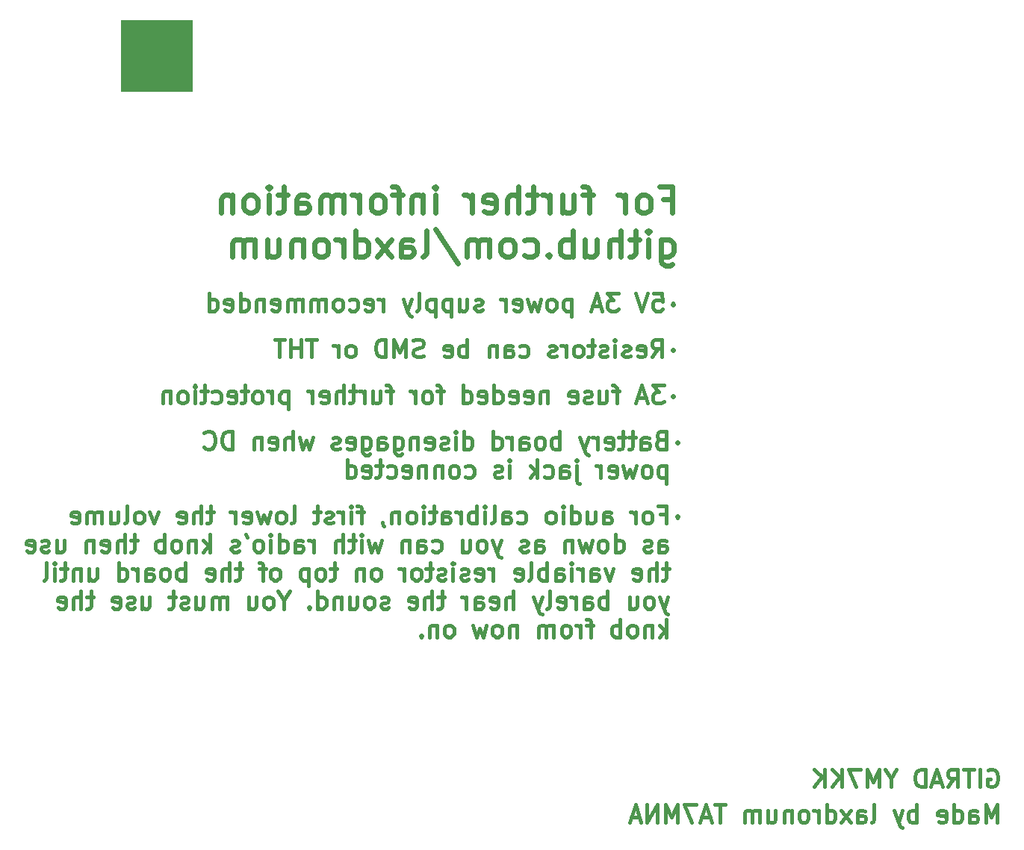
<source format=gbr>
%TF.GenerationSoftware,KiCad,Pcbnew,9.0.0*%
%TF.CreationDate,2025-04-09T21:16:24+03:00*%
%TF.ProjectId,QMX+ Battery + Audio Board,514d582b-2042-4617-9474-657279202b20,rev?*%
%TF.SameCoordinates,Original*%
%TF.FileFunction,Legend,Bot*%
%TF.FilePolarity,Positive*%
%FSLAX46Y46*%
G04 Gerber Fmt 4.6, Leading zero omitted, Abs format (unit mm)*
G04 Created by KiCad (PCBNEW 9.0.0) date 2025-04-09 21:16:24*
%MOMM*%
%LPD*%
G01*
G04 APERTURE LIST*
%ADD10C,0.100000*%
%ADD11C,0.400000*%
%ADD12C,0.600000*%
G04 APERTURE END LIST*
D10*
X103950000Y-56770000D02*
X111950000Y-56770000D01*
X111950000Y-64770000D01*
X103950000Y-64770000D01*
X103950000Y-56770000D01*
G36*
X103950000Y-56770000D02*
G01*
X111950000Y-56770000D01*
X111950000Y-64770000D01*
X103950000Y-64770000D01*
X103950000Y-56770000D01*
G37*
D11*
X166974938Y-104552715D02*
X167070176Y-104647953D01*
X167070176Y-104647953D02*
X166974938Y-104743191D01*
X166974938Y-104743191D02*
X166879700Y-104647953D01*
X166879700Y-104647953D02*
X166974938Y-104552715D01*
X166974938Y-104552715D02*
X166974938Y-104743191D01*
X165070175Y-104362239D02*
X164784461Y-104457477D01*
X164784461Y-104457477D02*
X164689223Y-104552715D01*
X164689223Y-104552715D02*
X164593985Y-104743191D01*
X164593985Y-104743191D02*
X164593985Y-105028905D01*
X164593985Y-105028905D02*
X164689223Y-105219381D01*
X164689223Y-105219381D02*
X164784461Y-105314620D01*
X164784461Y-105314620D02*
X164974937Y-105409858D01*
X164974937Y-105409858D02*
X165736842Y-105409858D01*
X165736842Y-105409858D02*
X165736842Y-103409858D01*
X165736842Y-103409858D02*
X165070175Y-103409858D01*
X165070175Y-103409858D02*
X164879699Y-103505096D01*
X164879699Y-103505096D02*
X164784461Y-103600334D01*
X164784461Y-103600334D02*
X164689223Y-103790810D01*
X164689223Y-103790810D02*
X164689223Y-103981286D01*
X164689223Y-103981286D02*
X164784461Y-104171762D01*
X164784461Y-104171762D02*
X164879699Y-104267000D01*
X164879699Y-104267000D02*
X165070175Y-104362239D01*
X165070175Y-104362239D02*
X165736842Y-104362239D01*
X162879699Y-105409858D02*
X162879699Y-104362239D01*
X162879699Y-104362239D02*
X162974937Y-104171762D01*
X162974937Y-104171762D02*
X163165413Y-104076524D01*
X163165413Y-104076524D02*
X163546366Y-104076524D01*
X163546366Y-104076524D02*
X163736842Y-104171762D01*
X162879699Y-105314620D02*
X163070175Y-105409858D01*
X163070175Y-105409858D02*
X163546366Y-105409858D01*
X163546366Y-105409858D02*
X163736842Y-105314620D01*
X163736842Y-105314620D02*
X163832080Y-105124143D01*
X163832080Y-105124143D02*
X163832080Y-104933667D01*
X163832080Y-104933667D02*
X163736842Y-104743191D01*
X163736842Y-104743191D02*
X163546366Y-104647953D01*
X163546366Y-104647953D02*
X163070175Y-104647953D01*
X163070175Y-104647953D02*
X162879699Y-104552715D01*
X162213032Y-104076524D02*
X161451128Y-104076524D01*
X161927318Y-103409858D02*
X161927318Y-105124143D01*
X161927318Y-105124143D02*
X161832080Y-105314620D01*
X161832080Y-105314620D02*
X161641604Y-105409858D01*
X161641604Y-105409858D02*
X161451128Y-105409858D01*
X161070175Y-104076524D02*
X160308271Y-104076524D01*
X160784461Y-103409858D02*
X160784461Y-105124143D01*
X160784461Y-105124143D02*
X160689223Y-105314620D01*
X160689223Y-105314620D02*
X160498747Y-105409858D01*
X160498747Y-105409858D02*
X160308271Y-105409858D01*
X158879699Y-105314620D02*
X159070175Y-105409858D01*
X159070175Y-105409858D02*
X159451128Y-105409858D01*
X159451128Y-105409858D02*
X159641604Y-105314620D01*
X159641604Y-105314620D02*
X159736842Y-105124143D01*
X159736842Y-105124143D02*
X159736842Y-104362239D01*
X159736842Y-104362239D02*
X159641604Y-104171762D01*
X159641604Y-104171762D02*
X159451128Y-104076524D01*
X159451128Y-104076524D02*
X159070175Y-104076524D01*
X159070175Y-104076524D02*
X158879699Y-104171762D01*
X158879699Y-104171762D02*
X158784461Y-104362239D01*
X158784461Y-104362239D02*
X158784461Y-104552715D01*
X158784461Y-104552715D02*
X159736842Y-104743191D01*
X157927318Y-105409858D02*
X157927318Y-104076524D01*
X157927318Y-104457477D02*
X157832080Y-104267000D01*
X157832080Y-104267000D02*
X157736842Y-104171762D01*
X157736842Y-104171762D02*
X157546366Y-104076524D01*
X157546366Y-104076524D02*
X157355889Y-104076524D01*
X156879699Y-104076524D02*
X156403509Y-105409858D01*
X155927318Y-104076524D02*
X156403509Y-105409858D01*
X156403509Y-105409858D02*
X156593985Y-105886048D01*
X156593985Y-105886048D02*
X156689223Y-105981286D01*
X156689223Y-105981286D02*
X156879699Y-106076524D01*
X153641603Y-105409858D02*
X153641603Y-103409858D01*
X153641603Y-104171762D02*
X153451127Y-104076524D01*
X153451127Y-104076524D02*
X153070174Y-104076524D01*
X153070174Y-104076524D02*
X152879698Y-104171762D01*
X152879698Y-104171762D02*
X152784460Y-104267000D01*
X152784460Y-104267000D02*
X152689222Y-104457477D01*
X152689222Y-104457477D02*
X152689222Y-105028905D01*
X152689222Y-105028905D02*
X152784460Y-105219381D01*
X152784460Y-105219381D02*
X152879698Y-105314620D01*
X152879698Y-105314620D02*
X153070174Y-105409858D01*
X153070174Y-105409858D02*
X153451127Y-105409858D01*
X153451127Y-105409858D02*
X153641603Y-105314620D01*
X151546365Y-105409858D02*
X151736841Y-105314620D01*
X151736841Y-105314620D02*
X151832079Y-105219381D01*
X151832079Y-105219381D02*
X151927317Y-105028905D01*
X151927317Y-105028905D02*
X151927317Y-104457477D01*
X151927317Y-104457477D02*
X151832079Y-104267000D01*
X151832079Y-104267000D02*
X151736841Y-104171762D01*
X151736841Y-104171762D02*
X151546365Y-104076524D01*
X151546365Y-104076524D02*
X151260650Y-104076524D01*
X151260650Y-104076524D02*
X151070174Y-104171762D01*
X151070174Y-104171762D02*
X150974936Y-104267000D01*
X150974936Y-104267000D02*
X150879698Y-104457477D01*
X150879698Y-104457477D02*
X150879698Y-105028905D01*
X150879698Y-105028905D02*
X150974936Y-105219381D01*
X150974936Y-105219381D02*
X151070174Y-105314620D01*
X151070174Y-105314620D02*
X151260650Y-105409858D01*
X151260650Y-105409858D02*
X151546365Y-105409858D01*
X149165412Y-105409858D02*
X149165412Y-104362239D01*
X149165412Y-104362239D02*
X149260650Y-104171762D01*
X149260650Y-104171762D02*
X149451126Y-104076524D01*
X149451126Y-104076524D02*
X149832079Y-104076524D01*
X149832079Y-104076524D02*
X150022555Y-104171762D01*
X149165412Y-105314620D02*
X149355888Y-105409858D01*
X149355888Y-105409858D02*
X149832079Y-105409858D01*
X149832079Y-105409858D02*
X150022555Y-105314620D01*
X150022555Y-105314620D02*
X150117793Y-105124143D01*
X150117793Y-105124143D02*
X150117793Y-104933667D01*
X150117793Y-104933667D02*
X150022555Y-104743191D01*
X150022555Y-104743191D02*
X149832079Y-104647953D01*
X149832079Y-104647953D02*
X149355888Y-104647953D01*
X149355888Y-104647953D02*
X149165412Y-104552715D01*
X148213031Y-105409858D02*
X148213031Y-104076524D01*
X148213031Y-104457477D02*
X148117793Y-104267000D01*
X148117793Y-104267000D02*
X148022555Y-104171762D01*
X148022555Y-104171762D02*
X147832079Y-104076524D01*
X147832079Y-104076524D02*
X147641602Y-104076524D01*
X146117793Y-105409858D02*
X146117793Y-103409858D01*
X146117793Y-105314620D02*
X146308269Y-105409858D01*
X146308269Y-105409858D02*
X146689222Y-105409858D01*
X146689222Y-105409858D02*
X146879698Y-105314620D01*
X146879698Y-105314620D02*
X146974936Y-105219381D01*
X146974936Y-105219381D02*
X147070174Y-105028905D01*
X147070174Y-105028905D02*
X147070174Y-104457477D01*
X147070174Y-104457477D02*
X146974936Y-104267000D01*
X146974936Y-104267000D02*
X146879698Y-104171762D01*
X146879698Y-104171762D02*
X146689222Y-104076524D01*
X146689222Y-104076524D02*
X146308269Y-104076524D01*
X146308269Y-104076524D02*
X146117793Y-104171762D01*
X142784459Y-105409858D02*
X142784459Y-103409858D01*
X142784459Y-105314620D02*
X142974935Y-105409858D01*
X142974935Y-105409858D02*
X143355888Y-105409858D01*
X143355888Y-105409858D02*
X143546364Y-105314620D01*
X143546364Y-105314620D02*
X143641602Y-105219381D01*
X143641602Y-105219381D02*
X143736840Y-105028905D01*
X143736840Y-105028905D02*
X143736840Y-104457477D01*
X143736840Y-104457477D02*
X143641602Y-104267000D01*
X143641602Y-104267000D02*
X143546364Y-104171762D01*
X143546364Y-104171762D02*
X143355888Y-104076524D01*
X143355888Y-104076524D02*
X142974935Y-104076524D01*
X142974935Y-104076524D02*
X142784459Y-104171762D01*
X141832078Y-105409858D02*
X141832078Y-104076524D01*
X141832078Y-103409858D02*
X141927316Y-103505096D01*
X141927316Y-103505096D02*
X141832078Y-103600334D01*
X141832078Y-103600334D02*
X141736840Y-103505096D01*
X141736840Y-103505096D02*
X141832078Y-103409858D01*
X141832078Y-103409858D02*
X141832078Y-103600334D01*
X140974935Y-105314620D02*
X140784459Y-105409858D01*
X140784459Y-105409858D02*
X140403507Y-105409858D01*
X140403507Y-105409858D02*
X140213030Y-105314620D01*
X140213030Y-105314620D02*
X140117792Y-105124143D01*
X140117792Y-105124143D02*
X140117792Y-105028905D01*
X140117792Y-105028905D02*
X140213030Y-104838429D01*
X140213030Y-104838429D02*
X140403507Y-104743191D01*
X140403507Y-104743191D02*
X140689221Y-104743191D01*
X140689221Y-104743191D02*
X140879697Y-104647953D01*
X140879697Y-104647953D02*
X140974935Y-104457477D01*
X140974935Y-104457477D02*
X140974935Y-104362239D01*
X140974935Y-104362239D02*
X140879697Y-104171762D01*
X140879697Y-104171762D02*
X140689221Y-104076524D01*
X140689221Y-104076524D02*
X140403507Y-104076524D01*
X140403507Y-104076524D02*
X140213030Y-104171762D01*
X138498744Y-105314620D02*
X138689220Y-105409858D01*
X138689220Y-105409858D02*
X139070173Y-105409858D01*
X139070173Y-105409858D02*
X139260649Y-105314620D01*
X139260649Y-105314620D02*
X139355887Y-105124143D01*
X139355887Y-105124143D02*
X139355887Y-104362239D01*
X139355887Y-104362239D02*
X139260649Y-104171762D01*
X139260649Y-104171762D02*
X139070173Y-104076524D01*
X139070173Y-104076524D02*
X138689220Y-104076524D01*
X138689220Y-104076524D02*
X138498744Y-104171762D01*
X138498744Y-104171762D02*
X138403506Y-104362239D01*
X138403506Y-104362239D02*
X138403506Y-104552715D01*
X138403506Y-104552715D02*
X139355887Y-104743191D01*
X137546363Y-104076524D02*
X137546363Y-105409858D01*
X137546363Y-104267000D02*
X137451125Y-104171762D01*
X137451125Y-104171762D02*
X137260649Y-104076524D01*
X137260649Y-104076524D02*
X136974934Y-104076524D01*
X136974934Y-104076524D02*
X136784458Y-104171762D01*
X136784458Y-104171762D02*
X136689220Y-104362239D01*
X136689220Y-104362239D02*
X136689220Y-105409858D01*
X134879696Y-104076524D02*
X134879696Y-105695572D01*
X134879696Y-105695572D02*
X134974934Y-105886048D01*
X134974934Y-105886048D02*
X135070172Y-105981286D01*
X135070172Y-105981286D02*
X135260649Y-106076524D01*
X135260649Y-106076524D02*
X135546363Y-106076524D01*
X135546363Y-106076524D02*
X135736839Y-105981286D01*
X134879696Y-105314620D02*
X135070172Y-105409858D01*
X135070172Y-105409858D02*
X135451125Y-105409858D01*
X135451125Y-105409858D02*
X135641601Y-105314620D01*
X135641601Y-105314620D02*
X135736839Y-105219381D01*
X135736839Y-105219381D02*
X135832077Y-105028905D01*
X135832077Y-105028905D02*
X135832077Y-104457477D01*
X135832077Y-104457477D02*
X135736839Y-104267000D01*
X135736839Y-104267000D02*
X135641601Y-104171762D01*
X135641601Y-104171762D02*
X135451125Y-104076524D01*
X135451125Y-104076524D02*
X135070172Y-104076524D01*
X135070172Y-104076524D02*
X134879696Y-104171762D01*
X133070172Y-105409858D02*
X133070172Y-104362239D01*
X133070172Y-104362239D02*
X133165410Y-104171762D01*
X133165410Y-104171762D02*
X133355886Y-104076524D01*
X133355886Y-104076524D02*
X133736839Y-104076524D01*
X133736839Y-104076524D02*
X133927315Y-104171762D01*
X133070172Y-105314620D02*
X133260648Y-105409858D01*
X133260648Y-105409858D02*
X133736839Y-105409858D01*
X133736839Y-105409858D02*
X133927315Y-105314620D01*
X133927315Y-105314620D02*
X134022553Y-105124143D01*
X134022553Y-105124143D02*
X134022553Y-104933667D01*
X134022553Y-104933667D02*
X133927315Y-104743191D01*
X133927315Y-104743191D02*
X133736839Y-104647953D01*
X133736839Y-104647953D02*
X133260648Y-104647953D01*
X133260648Y-104647953D02*
X133070172Y-104552715D01*
X131260648Y-104076524D02*
X131260648Y-105695572D01*
X131260648Y-105695572D02*
X131355886Y-105886048D01*
X131355886Y-105886048D02*
X131451124Y-105981286D01*
X131451124Y-105981286D02*
X131641601Y-106076524D01*
X131641601Y-106076524D02*
X131927315Y-106076524D01*
X131927315Y-106076524D02*
X132117791Y-105981286D01*
X131260648Y-105314620D02*
X131451124Y-105409858D01*
X131451124Y-105409858D02*
X131832077Y-105409858D01*
X131832077Y-105409858D02*
X132022553Y-105314620D01*
X132022553Y-105314620D02*
X132117791Y-105219381D01*
X132117791Y-105219381D02*
X132213029Y-105028905D01*
X132213029Y-105028905D02*
X132213029Y-104457477D01*
X132213029Y-104457477D02*
X132117791Y-104267000D01*
X132117791Y-104267000D02*
X132022553Y-104171762D01*
X132022553Y-104171762D02*
X131832077Y-104076524D01*
X131832077Y-104076524D02*
X131451124Y-104076524D01*
X131451124Y-104076524D02*
X131260648Y-104171762D01*
X129546362Y-105314620D02*
X129736838Y-105409858D01*
X129736838Y-105409858D02*
X130117791Y-105409858D01*
X130117791Y-105409858D02*
X130308267Y-105314620D01*
X130308267Y-105314620D02*
X130403505Y-105124143D01*
X130403505Y-105124143D02*
X130403505Y-104362239D01*
X130403505Y-104362239D02*
X130308267Y-104171762D01*
X130308267Y-104171762D02*
X130117791Y-104076524D01*
X130117791Y-104076524D02*
X129736838Y-104076524D01*
X129736838Y-104076524D02*
X129546362Y-104171762D01*
X129546362Y-104171762D02*
X129451124Y-104362239D01*
X129451124Y-104362239D02*
X129451124Y-104552715D01*
X129451124Y-104552715D02*
X130403505Y-104743191D01*
X128689219Y-105314620D02*
X128498743Y-105409858D01*
X128498743Y-105409858D02*
X128117791Y-105409858D01*
X128117791Y-105409858D02*
X127927314Y-105314620D01*
X127927314Y-105314620D02*
X127832076Y-105124143D01*
X127832076Y-105124143D02*
X127832076Y-105028905D01*
X127832076Y-105028905D02*
X127927314Y-104838429D01*
X127927314Y-104838429D02*
X128117791Y-104743191D01*
X128117791Y-104743191D02*
X128403505Y-104743191D01*
X128403505Y-104743191D02*
X128593981Y-104647953D01*
X128593981Y-104647953D02*
X128689219Y-104457477D01*
X128689219Y-104457477D02*
X128689219Y-104362239D01*
X128689219Y-104362239D02*
X128593981Y-104171762D01*
X128593981Y-104171762D02*
X128403505Y-104076524D01*
X128403505Y-104076524D02*
X128117791Y-104076524D01*
X128117791Y-104076524D02*
X127927314Y-104171762D01*
X125641599Y-104076524D02*
X125260647Y-105409858D01*
X125260647Y-105409858D02*
X124879694Y-104457477D01*
X124879694Y-104457477D02*
X124498742Y-105409858D01*
X124498742Y-105409858D02*
X124117790Y-104076524D01*
X123355885Y-105409858D02*
X123355885Y-103409858D01*
X122498742Y-105409858D02*
X122498742Y-104362239D01*
X122498742Y-104362239D02*
X122593980Y-104171762D01*
X122593980Y-104171762D02*
X122784456Y-104076524D01*
X122784456Y-104076524D02*
X123070171Y-104076524D01*
X123070171Y-104076524D02*
X123260647Y-104171762D01*
X123260647Y-104171762D02*
X123355885Y-104267000D01*
X120784456Y-105314620D02*
X120974932Y-105409858D01*
X120974932Y-105409858D02*
X121355885Y-105409858D01*
X121355885Y-105409858D02*
X121546361Y-105314620D01*
X121546361Y-105314620D02*
X121641599Y-105124143D01*
X121641599Y-105124143D02*
X121641599Y-104362239D01*
X121641599Y-104362239D02*
X121546361Y-104171762D01*
X121546361Y-104171762D02*
X121355885Y-104076524D01*
X121355885Y-104076524D02*
X120974932Y-104076524D01*
X120974932Y-104076524D02*
X120784456Y-104171762D01*
X120784456Y-104171762D02*
X120689218Y-104362239D01*
X120689218Y-104362239D02*
X120689218Y-104552715D01*
X120689218Y-104552715D02*
X121641599Y-104743191D01*
X119832075Y-104076524D02*
X119832075Y-105409858D01*
X119832075Y-104267000D02*
X119736837Y-104171762D01*
X119736837Y-104171762D02*
X119546361Y-104076524D01*
X119546361Y-104076524D02*
X119260646Y-104076524D01*
X119260646Y-104076524D02*
X119070170Y-104171762D01*
X119070170Y-104171762D02*
X118974932Y-104362239D01*
X118974932Y-104362239D02*
X118974932Y-105409858D01*
X116498741Y-105409858D02*
X116498741Y-103409858D01*
X116498741Y-103409858D02*
X116022551Y-103409858D01*
X116022551Y-103409858D02*
X115736836Y-103505096D01*
X115736836Y-103505096D02*
X115546360Y-103695572D01*
X115546360Y-103695572D02*
X115451122Y-103886048D01*
X115451122Y-103886048D02*
X115355884Y-104267000D01*
X115355884Y-104267000D02*
X115355884Y-104552715D01*
X115355884Y-104552715D02*
X115451122Y-104933667D01*
X115451122Y-104933667D02*
X115546360Y-105124143D01*
X115546360Y-105124143D02*
X115736836Y-105314620D01*
X115736836Y-105314620D02*
X116022551Y-105409858D01*
X116022551Y-105409858D02*
X116498741Y-105409858D01*
X113355884Y-105219381D02*
X113451122Y-105314620D01*
X113451122Y-105314620D02*
X113736836Y-105409858D01*
X113736836Y-105409858D02*
X113927312Y-105409858D01*
X113927312Y-105409858D02*
X114213027Y-105314620D01*
X114213027Y-105314620D02*
X114403503Y-105124143D01*
X114403503Y-105124143D02*
X114498741Y-104933667D01*
X114498741Y-104933667D02*
X114593979Y-104552715D01*
X114593979Y-104552715D02*
X114593979Y-104267000D01*
X114593979Y-104267000D02*
X114498741Y-103886048D01*
X114498741Y-103886048D02*
X114403503Y-103695572D01*
X114403503Y-103695572D02*
X114213027Y-103505096D01*
X114213027Y-103505096D02*
X113927312Y-103409858D01*
X113927312Y-103409858D02*
X113736836Y-103409858D01*
X113736836Y-103409858D02*
X113451122Y-103505096D01*
X113451122Y-103505096D02*
X113355884Y-103600334D01*
X165736842Y-107296412D02*
X165736842Y-109296412D01*
X165736842Y-107391650D02*
X165546366Y-107296412D01*
X165546366Y-107296412D02*
X165165413Y-107296412D01*
X165165413Y-107296412D02*
X164974937Y-107391650D01*
X164974937Y-107391650D02*
X164879699Y-107486888D01*
X164879699Y-107486888D02*
X164784461Y-107677365D01*
X164784461Y-107677365D02*
X164784461Y-108248793D01*
X164784461Y-108248793D02*
X164879699Y-108439269D01*
X164879699Y-108439269D02*
X164974937Y-108534508D01*
X164974937Y-108534508D02*
X165165413Y-108629746D01*
X165165413Y-108629746D02*
X165546366Y-108629746D01*
X165546366Y-108629746D02*
X165736842Y-108534508D01*
X163641604Y-108629746D02*
X163832080Y-108534508D01*
X163832080Y-108534508D02*
X163927318Y-108439269D01*
X163927318Y-108439269D02*
X164022556Y-108248793D01*
X164022556Y-108248793D02*
X164022556Y-107677365D01*
X164022556Y-107677365D02*
X163927318Y-107486888D01*
X163927318Y-107486888D02*
X163832080Y-107391650D01*
X163832080Y-107391650D02*
X163641604Y-107296412D01*
X163641604Y-107296412D02*
X163355889Y-107296412D01*
X163355889Y-107296412D02*
X163165413Y-107391650D01*
X163165413Y-107391650D02*
X163070175Y-107486888D01*
X163070175Y-107486888D02*
X162974937Y-107677365D01*
X162974937Y-107677365D02*
X162974937Y-108248793D01*
X162974937Y-108248793D02*
X163070175Y-108439269D01*
X163070175Y-108439269D02*
X163165413Y-108534508D01*
X163165413Y-108534508D02*
X163355889Y-108629746D01*
X163355889Y-108629746D02*
X163641604Y-108629746D01*
X162308270Y-107296412D02*
X161927318Y-108629746D01*
X161927318Y-108629746D02*
X161546365Y-107677365D01*
X161546365Y-107677365D02*
X161165413Y-108629746D01*
X161165413Y-108629746D02*
X160784461Y-107296412D01*
X159260651Y-108534508D02*
X159451127Y-108629746D01*
X159451127Y-108629746D02*
X159832080Y-108629746D01*
X159832080Y-108629746D02*
X160022556Y-108534508D01*
X160022556Y-108534508D02*
X160117794Y-108344031D01*
X160117794Y-108344031D02*
X160117794Y-107582127D01*
X160117794Y-107582127D02*
X160022556Y-107391650D01*
X160022556Y-107391650D02*
X159832080Y-107296412D01*
X159832080Y-107296412D02*
X159451127Y-107296412D01*
X159451127Y-107296412D02*
X159260651Y-107391650D01*
X159260651Y-107391650D02*
X159165413Y-107582127D01*
X159165413Y-107582127D02*
X159165413Y-107772603D01*
X159165413Y-107772603D02*
X160117794Y-107963079D01*
X158308270Y-108629746D02*
X158308270Y-107296412D01*
X158308270Y-107677365D02*
X158213032Y-107486888D01*
X158213032Y-107486888D02*
X158117794Y-107391650D01*
X158117794Y-107391650D02*
X157927318Y-107296412D01*
X157927318Y-107296412D02*
X157736841Y-107296412D01*
X155546365Y-107296412D02*
X155546365Y-109010698D01*
X155546365Y-109010698D02*
X155641603Y-109201174D01*
X155641603Y-109201174D02*
X155832079Y-109296412D01*
X155832079Y-109296412D02*
X155927317Y-109296412D01*
X155546365Y-106629746D02*
X155641603Y-106724984D01*
X155641603Y-106724984D02*
X155546365Y-106820222D01*
X155546365Y-106820222D02*
X155451127Y-106724984D01*
X155451127Y-106724984D02*
X155546365Y-106629746D01*
X155546365Y-106629746D02*
X155546365Y-106820222D01*
X153736841Y-108629746D02*
X153736841Y-107582127D01*
X153736841Y-107582127D02*
X153832079Y-107391650D01*
X153832079Y-107391650D02*
X154022555Y-107296412D01*
X154022555Y-107296412D02*
X154403508Y-107296412D01*
X154403508Y-107296412D02*
X154593984Y-107391650D01*
X153736841Y-108534508D02*
X153927317Y-108629746D01*
X153927317Y-108629746D02*
X154403508Y-108629746D01*
X154403508Y-108629746D02*
X154593984Y-108534508D01*
X154593984Y-108534508D02*
X154689222Y-108344031D01*
X154689222Y-108344031D02*
X154689222Y-108153555D01*
X154689222Y-108153555D02*
X154593984Y-107963079D01*
X154593984Y-107963079D02*
X154403508Y-107867841D01*
X154403508Y-107867841D02*
X153927317Y-107867841D01*
X153927317Y-107867841D02*
X153736841Y-107772603D01*
X151927317Y-108534508D02*
X152117793Y-108629746D01*
X152117793Y-108629746D02*
X152498746Y-108629746D01*
X152498746Y-108629746D02*
X152689222Y-108534508D01*
X152689222Y-108534508D02*
X152784460Y-108439269D01*
X152784460Y-108439269D02*
X152879698Y-108248793D01*
X152879698Y-108248793D02*
X152879698Y-107677365D01*
X152879698Y-107677365D02*
X152784460Y-107486888D01*
X152784460Y-107486888D02*
X152689222Y-107391650D01*
X152689222Y-107391650D02*
X152498746Y-107296412D01*
X152498746Y-107296412D02*
X152117793Y-107296412D01*
X152117793Y-107296412D02*
X151927317Y-107391650D01*
X151070174Y-108629746D02*
X151070174Y-106629746D01*
X150879698Y-107867841D02*
X150308269Y-108629746D01*
X150308269Y-107296412D02*
X151070174Y-108058317D01*
X147927316Y-108629746D02*
X147927316Y-107296412D01*
X147927316Y-106629746D02*
X148022554Y-106724984D01*
X148022554Y-106724984D02*
X147927316Y-106820222D01*
X147927316Y-106820222D02*
X147832078Y-106724984D01*
X147832078Y-106724984D02*
X147927316Y-106629746D01*
X147927316Y-106629746D02*
X147927316Y-106820222D01*
X147070173Y-108534508D02*
X146879697Y-108629746D01*
X146879697Y-108629746D02*
X146498745Y-108629746D01*
X146498745Y-108629746D02*
X146308268Y-108534508D01*
X146308268Y-108534508D02*
X146213030Y-108344031D01*
X146213030Y-108344031D02*
X146213030Y-108248793D01*
X146213030Y-108248793D02*
X146308268Y-108058317D01*
X146308268Y-108058317D02*
X146498745Y-107963079D01*
X146498745Y-107963079D02*
X146784459Y-107963079D01*
X146784459Y-107963079D02*
X146974935Y-107867841D01*
X146974935Y-107867841D02*
X147070173Y-107677365D01*
X147070173Y-107677365D02*
X147070173Y-107582127D01*
X147070173Y-107582127D02*
X146974935Y-107391650D01*
X146974935Y-107391650D02*
X146784459Y-107296412D01*
X146784459Y-107296412D02*
X146498745Y-107296412D01*
X146498745Y-107296412D02*
X146308268Y-107391650D01*
X142974934Y-108534508D02*
X143165410Y-108629746D01*
X143165410Y-108629746D02*
X143546363Y-108629746D01*
X143546363Y-108629746D02*
X143736839Y-108534508D01*
X143736839Y-108534508D02*
X143832077Y-108439269D01*
X143832077Y-108439269D02*
X143927315Y-108248793D01*
X143927315Y-108248793D02*
X143927315Y-107677365D01*
X143927315Y-107677365D02*
X143832077Y-107486888D01*
X143832077Y-107486888D02*
X143736839Y-107391650D01*
X143736839Y-107391650D02*
X143546363Y-107296412D01*
X143546363Y-107296412D02*
X143165410Y-107296412D01*
X143165410Y-107296412D02*
X142974934Y-107391650D01*
X141832077Y-108629746D02*
X142022553Y-108534508D01*
X142022553Y-108534508D02*
X142117791Y-108439269D01*
X142117791Y-108439269D02*
X142213029Y-108248793D01*
X142213029Y-108248793D02*
X142213029Y-107677365D01*
X142213029Y-107677365D02*
X142117791Y-107486888D01*
X142117791Y-107486888D02*
X142022553Y-107391650D01*
X142022553Y-107391650D02*
X141832077Y-107296412D01*
X141832077Y-107296412D02*
X141546362Y-107296412D01*
X141546362Y-107296412D02*
X141355886Y-107391650D01*
X141355886Y-107391650D02*
X141260648Y-107486888D01*
X141260648Y-107486888D02*
X141165410Y-107677365D01*
X141165410Y-107677365D02*
X141165410Y-108248793D01*
X141165410Y-108248793D02*
X141260648Y-108439269D01*
X141260648Y-108439269D02*
X141355886Y-108534508D01*
X141355886Y-108534508D02*
X141546362Y-108629746D01*
X141546362Y-108629746D02*
X141832077Y-108629746D01*
X140308267Y-107296412D02*
X140308267Y-108629746D01*
X140308267Y-107486888D02*
X140213029Y-107391650D01*
X140213029Y-107391650D02*
X140022553Y-107296412D01*
X140022553Y-107296412D02*
X139736838Y-107296412D01*
X139736838Y-107296412D02*
X139546362Y-107391650D01*
X139546362Y-107391650D02*
X139451124Y-107582127D01*
X139451124Y-107582127D02*
X139451124Y-108629746D01*
X138498743Y-107296412D02*
X138498743Y-108629746D01*
X138498743Y-107486888D02*
X138403505Y-107391650D01*
X138403505Y-107391650D02*
X138213029Y-107296412D01*
X138213029Y-107296412D02*
X137927314Y-107296412D01*
X137927314Y-107296412D02*
X137736838Y-107391650D01*
X137736838Y-107391650D02*
X137641600Y-107582127D01*
X137641600Y-107582127D02*
X137641600Y-108629746D01*
X135927314Y-108534508D02*
X136117790Y-108629746D01*
X136117790Y-108629746D02*
X136498743Y-108629746D01*
X136498743Y-108629746D02*
X136689219Y-108534508D01*
X136689219Y-108534508D02*
X136784457Y-108344031D01*
X136784457Y-108344031D02*
X136784457Y-107582127D01*
X136784457Y-107582127D02*
X136689219Y-107391650D01*
X136689219Y-107391650D02*
X136498743Y-107296412D01*
X136498743Y-107296412D02*
X136117790Y-107296412D01*
X136117790Y-107296412D02*
X135927314Y-107391650D01*
X135927314Y-107391650D02*
X135832076Y-107582127D01*
X135832076Y-107582127D02*
X135832076Y-107772603D01*
X135832076Y-107772603D02*
X136784457Y-107963079D01*
X134117790Y-108534508D02*
X134308266Y-108629746D01*
X134308266Y-108629746D02*
X134689219Y-108629746D01*
X134689219Y-108629746D02*
X134879695Y-108534508D01*
X134879695Y-108534508D02*
X134974933Y-108439269D01*
X134974933Y-108439269D02*
X135070171Y-108248793D01*
X135070171Y-108248793D02*
X135070171Y-107677365D01*
X135070171Y-107677365D02*
X134974933Y-107486888D01*
X134974933Y-107486888D02*
X134879695Y-107391650D01*
X134879695Y-107391650D02*
X134689219Y-107296412D01*
X134689219Y-107296412D02*
X134308266Y-107296412D01*
X134308266Y-107296412D02*
X134117790Y-107391650D01*
X133546361Y-107296412D02*
X132784457Y-107296412D01*
X133260647Y-106629746D02*
X133260647Y-108344031D01*
X133260647Y-108344031D02*
X133165409Y-108534508D01*
X133165409Y-108534508D02*
X132974933Y-108629746D01*
X132974933Y-108629746D02*
X132784457Y-108629746D01*
X131355885Y-108534508D02*
X131546361Y-108629746D01*
X131546361Y-108629746D02*
X131927314Y-108629746D01*
X131927314Y-108629746D02*
X132117790Y-108534508D01*
X132117790Y-108534508D02*
X132213028Y-108344031D01*
X132213028Y-108344031D02*
X132213028Y-107582127D01*
X132213028Y-107582127D02*
X132117790Y-107391650D01*
X132117790Y-107391650D02*
X131927314Y-107296412D01*
X131927314Y-107296412D02*
X131546361Y-107296412D01*
X131546361Y-107296412D02*
X131355885Y-107391650D01*
X131355885Y-107391650D02*
X131260647Y-107582127D01*
X131260647Y-107582127D02*
X131260647Y-107772603D01*
X131260647Y-107772603D02*
X132213028Y-107963079D01*
X129546361Y-108629746D02*
X129546361Y-106629746D01*
X129546361Y-108534508D02*
X129736837Y-108629746D01*
X129736837Y-108629746D02*
X130117790Y-108629746D01*
X130117790Y-108629746D02*
X130308266Y-108534508D01*
X130308266Y-108534508D02*
X130403504Y-108439269D01*
X130403504Y-108439269D02*
X130498742Y-108248793D01*
X130498742Y-108248793D02*
X130498742Y-107677365D01*
X130498742Y-107677365D02*
X130403504Y-107486888D01*
X130403504Y-107486888D02*
X130308266Y-107391650D01*
X130308266Y-107391650D02*
X130117790Y-107296412D01*
X130117790Y-107296412D02*
X129736837Y-107296412D01*
X129736837Y-107296412D02*
X129546361Y-107391650D01*
D12*
X165105264Y-81601657D02*
X165105264Y-84030228D01*
X165105264Y-84030228D02*
X165248121Y-84315942D01*
X165248121Y-84315942D02*
X165390978Y-84458800D01*
X165390978Y-84458800D02*
X165676692Y-84601657D01*
X165676692Y-84601657D02*
X166105264Y-84601657D01*
X166105264Y-84601657D02*
X166390978Y-84458800D01*
X165105264Y-83458800D02*
X165390978Y-83601657D01*
X165390978Y-83601657D02*
X165962406Y-83601657D01*
X165962406Y-83601657D02*
X166248121Y-83458800D01*
X166248121Y-83458800D02*
X166390978Y-83315942D01*
X166390978Y-83315942D02*
X166533835Y-83030228D01*
X166533835Y-83030228D02*
X166533835Y-82173085D01*
X166533835Y-82173085D02*
X166390978Y-81887371D01*
X166390978Y-81887371D02*
X166248121Y-81744514D01*
X166248121Y-81744514D02*
X165962406Y-81601657D01*
X165962406Y-81601657D02*
X165390978Y-81601657D01*
X165390978Y-81601657D02*
X165105264Y-81744514D01*
X163676692Y-83601657D02*
X163676692Y-81601657D01*
X163676692Y-80601657D02*
X163819549Y-80744514D01*
X163819549Y-80744514D02*
X163676692Y-80887371D01*
X163676692Y-80887371D02*
X163533835Y-80744514D01*
X163533835Y-80744514D02*
X163676692Y-80601657D01*
X163676692Y-80601657D02*
X163676692Y-80887371D01*
X162676692Y-81601657D02*
X161533835Y-81601657D01*
X162248121Y-80601657D02*
X162248121Y-83173085D01*
X162248121Y-83173085D02*
X162105264Y-83458800D01*
X162105264Y-83458800D02*
X161819549Y-83601657D01*
X161819549Y-83601657D02*
X161533835Y-83601657D01*
X160533835Y-83601657D02*
X160533835Y-80601657D01*
X159248121Y-83601657D02*
X159248121Y-82030228D01*
X159248121Y-82030228D02*
X159390978Y-81744514D01*
X159390978Y-81744514D02*
X159676692Y-81601657D01*
X159676692Y-81601657D02*
X160105263Y-81601657D01*
X160105263Y-81601657D02*
X160390978Y-81744514D01*
X160390978Y-81744514D02*
X160533835Y-81887371D01*
X156533835Y-81601657D02*
X156533835Y-83601657D01*
X157819549Y-81601657D02*
X157819549Y-83173085D01*
X157819549Y-83173085D02*
X157676692Y-83458800D01*
X157676692Y-83458800D02*
X157390977Y-83601657D01*
X157390977Y-83601657D02*
X156962406Y-83601657D01*
X156962406Y-83601657D02*
X156676692Y-83458800D01*
X156676692Y-83458800D02*
X156533835Y-83315942D01*
X155105263Y-83601657D02*
X155105263Y-80601657D01*
X155105263Y-81744514D02*
X154819549Y-81601657D01*
X154819549Y-81601657D02*
X154248120Y-81601657D01*
X154248120Y-81601657D02*
X153962406Y-81744514D01*
X153962406Y-81744514D02*
X153819549Y-81887371D01*
X153819549Y-81887371D02*
X153676691Y-82173085D01*
X153676691Y-82173085D02*
X153676691Y-83030228D01*
X153676691Y-83030228D02*
X153819549Y-83315942D01*
X153819549Y-83315942D02*
X153962406Y-83458800D01*
X153962406Y-83458800D02*
X154248120Y-83601657D01*
X154248120Y-83601657D02*
X154819549Y-83601657D01*
X154819549Y-83601657D02*
X155105263Y-83458800D01*
X152390977Y-83315942D02*
X152248120Y-83458800D01*
X152248120Y-83458800D02*
X152390977Y-83601657D01*
X152390977Y-83601657D02*
X152533834Y-83458800D01*
X152533834Y-83458800D02*
X152390977Y-83315942D01*
X152390977Y-83315942D02*
X152390977Y-83601657D01*
X149676692Y-83458800D02*
X149962406Y-83601657D01*
X149962406Y-83601657D02*
X150533834Y-83601657D01*
X150533834Y-83601657D02*
X150819549Y-83458800D01*
X150819549Y-83458800D02*
X150962406Y-83315942D01*
X150962406Y-83315942D02*
X151105263Y-83030228D01*
X151105263Y-83030228D02*
X151105263Y-82173085D01*
X151105263Y-82173085D02*
X150962406Y-81887371D01*
X150962406Y-81887371D02*
X150819549Y-81744514D01*
X150819549Y-81744514D02*
X150533834Y-81601657D01*
X150533834Y-81601657D02*
X149962406Y-81601657D01*
X149962406Y-81601657D02*
X149676692Y-81744514D01*
X147962405Y-83601657D02*
X148248120Y-83458800D01*
X148248120Y-83458800D02*
X148390977Y-83315942D01*
X148390977Y-83315942D02*
X148533834Y-83030228D01*
X148533834Y-83030228D02*
X148533834Y-82173085D01*
X148533834Y-82173085D02*
X148390977Y-81887371D01*
X148390977Y-81887371D02*
X148248120Y-81744514D01*
X148248120Y-81744514D02*
X147962405Y-81601657D01*
X147962405Y-81601657D02*
X147533834Y-81601657D01*
X147533834Y-81601657D02*
X147248120Y-81744514D01*
X147248120Y-81744514D02*
X147105263Y-81887371D01*
X147105263Y-81887371D02*
X146962405Y-82173085D01*
X146962405Y-82173085D02*
X146962405Y-83030228D01*
X146962405Y-83030228D02*
X147105263Y-83315942D01*
X147105263Y-83315942D02*
X147248120Y-83458800D01*
X147248120Y-83458800D02*
X147533834Y-83601657D01*
X147533834Y-83601657D02*
X147962405Y-83601657D01*
X145676691Y-83601657D02*
X145676691Y-81601657D01*
X145676691Y-81887371D02*
X145533834Y-81744514D01*
X145533834Y-81744514D02*
X145248119Y-81601657D01*
X145248119Y-81601657D02*
X144819548Y-81601657D01*
X144819548Y-81601657D02*
X144533834Y-81744514D01*
X144533834Y-81744514D02*
X144390977Y-82030228D01*
X144390977Y-82030228D02*
X144390977Y-83601657D01*
X144390977Y-82030228D02*
X144248119Y-81744514D01*
X144248119Y-81744514D02*
X143962405Y-81601657D01*
X143962405Y-81601657D02*
X143533834Y-81601657D01*
X143533834Y-81601657D02*
X143248119Y-81744514D01*
X143248119Y-81744514D02*
X143105262Y-82030228D01*
X143105262Y-82030228D02*
X143105262Y-83601657D01*
X139533834Y-80458800D02*
X142105262Y-84315942D01*
X138105262Y-83601657D02*
X138390977Y-83458800D01*
X138390977Y-83458800D02*
X138533834Y-83173085D01*
X138533834Y-83173085D02*
X138533834Y-80601657D01*
X135676691Y-83601657D02*
X135676691Y-82030228D01*
X135676691Y-82030228D02*
X135819548Y-81744514D01*
X135819548Y-81744514D02*
X136105262Y-81601657D01*
X136105262Y-81601657D02*
X136676691Y-81601657D01*
X136676691Y-81601657D02*
X136962405Y-81744514D01*
X135676691Y-83458800D02*
X135962405Y-83601657D01*
X135962405Y-83601657D02*
X136676691Y-83601657D01*
X136676691Y-83601657D02*
X136962405Y-83458800D01*
X136962405Y-83458800D02*
X137105262Y-83173085D01*
X137105262Y-83173085D02*
X137105262Y-82887371D01*
X137105262Y-82887371D02*
X136962405Y-82601657D01*
X136962405Y-82601657D02*
X136676691Y-82458800D01*
X136676691Y-82458800D02*
X135962405Y-82458800D01*
X135962405Y-82458800D02*
X135676691Y-82315942D01*
X134533833Y-83601657D02*
X132962405Y-81601657D01*
X134533833Y-81601657D02*
X132962405Y-83601657D01*
X130533834Y-83601657D02*
X130533834Y-80601657D01*
X130533834Y-83458800D02*
X130819548Y-83601657D01*
X130819548Y-83601657D02*
X131390976Y-83601657D01*
X131390976Y-83601657D02*
X131676691Y-83458800D01*
X131676691Y-83458800D02*
X131819548Y-83315942D01*
X131819548Y-83315942D02*
X131962405Y-83030228D01*
X131962405Y-83030228D02*
X131962405Y-82173085D01*
X131962405Y-82173085D02*
X131819548Y-81887371D01*
X131819548Y-81887371D02*
X131676691Y-81744514D01*
X131676691Y-81744514D02*
X131390976Y-81601657D01*
X131390976Y-81601657D02*
X130819548Y-81601657D01*
X130819548Y-81601657D02*
X130533834Y-81744514D01*
X129105262Y-83601657D02*
X129105262Y-81601657D01*
X129105262Y-82173085D02*
X128962405Y-81887371D01*
X128962405Y-81887371D02*
X128819548Y-81744514D01*
X128819548Y-81744514D02*
X128533833Y-81601657D01*
X128533833Y-81601657D02*
X128248119Y-81601657D01*
X126819547Y-83601657D02*
X127105262Y-83458800D01*
X127105262Y-83458800D02*
X127248119Y-83315942D01*
X127248119Y-83315942D02*
X127390976Y-83030228D01*
X127390976Y-83030228D02*
X127390976Y-82173085D01*
X127390976Y-82173085D02*
X127248119Y-81887371D01*
X127248119Y-81887371D02*
X127105262Y-81744514D01*
X127105262Y-81744514D02*
X126819547Y-81601657D01*
X126819547Y-81601657D02*
X126390976Y-81601657D01*
X126390976Y-81601657D02*
X126105262Y-81744514D01*
X126105262Y-81744514D02*
X125962405Y-81887371D01*
X125962405Y-81887371D02*
X125819547Y-82173085D01*
X125819547Y-82173085D02*
X125819547Y-83030228D01*
X125819547Y-83030228D02*
X125962405Y-83315942D01*
X125962405Y-83315942D02*
X126105262Y-83458800D01*
X126105262Y-83458800D02*
X126390976Y-83601657D01*
X126390976Y-83601657D02*
X126819547Y-83601657D01*
X124533833Y-81601657D02*
X124533833Y-83601657D01*
X124533833Y-81887371D02*
X124390976Y-81744514D01*
X124390976Y-81744514D02*
X124105261Y-81601657D01*
X124105261Y-81601657D02*
X123676690Y-81601657D01*
X123676690Y-81601657D02*
X123390976Y-81744514D01*
X123390976Y-81744514D02*
X123248119Y-82030228D01*
X123248119Y-82030228D02*
X123248119Y-83601657D01*
X120533833Y-81601657D02*
X120533833Y-83601657D01*
X121819547Y-81601657D02*
X121819547Y-83173085D01*
X121819547Y-83173085D02*
X121676690Y-83458800D01*
X121676690Y-83458800D02*
X121390975Y-83601657D01*
X121390975Y-83601657D02*
X120962404Y-83601657D01*
X120962404Y-83601657D02*
X120676690Y-83458800D01*
X120676690Y-83458800D02*
X120533833Y-83315942D01*
X119105261Y-83601657D02*
X119105261Y-81601657D01*
X119105261Y-81887371D02*
X118962404Y-81744514D01*
X118962404Y-81744514D02*
X118676689Y-81601657D01*
X118676689Y-81601657D02*
X118248118Y-81601657D01*
X118248118Y-81601657D02*
X117962404Y-81744514D01*
X117962404Y-81744514D02*
X117819547Y-82030228D01*
X117819547Y-82030228D02*
X117819547Y-83601657D01*
X117819547Y-82030228D02*
X117676689Y-81744514D01*
X117676689Y-81744514D02*
X117390975Y-81601657D01*
X117390975Y-81601657D02*
X116962404Y-81601657D01*
X116962404Y-81601657D02*
X116676689Y-81744514D01*
X116676689Y-81744514D02*
X116533832Y-82030228D01*
X116533832Y-82030228D02*
X116533832Y-83601657D01*
X165390978Y-77030228D02*
X166390978Y-77030228D01*
X166390978Y-78601657D02*
X166390978Y-75601657D01*
X166390978Y-75601657D02*
X164962406Y-75601657D01*
X163390977Y-78601657D02*
X163676692Y-78458800D01*
X163676692Y-78458800D02*
X163819549Y-78315942D01*
X163819549Y-78315942D02*
X163962406Y-78030228D01*
X163962406Y-78030228D02*
X163962406Y-77173085D01*
X163962406Y-77173085D02*
X163819549Y-76887371D01*
X163819549Y-76887371D02*
X163676692Y-76744514D01*
X163676692Y-76744514D02*
X163390977Y-76601657D01*
X163390977Y-76601657D02*
X162962406Y-76601657D01*
X162962406Y-76601657D02*
X162676692Y-76744514D01*
X162676692Y-76744514D02*
X162533835Y-76887371D01*
X162533835Y-76887371D02*
X162390977Y-77173085D01*
X162390977Y-77173085D02*
X162390977Y-78030228D01*
X162390977Y-78030228D02*
X162533835Y-78315942D01*
X162533835Y-78315942D02*
X162676692Y-78458800D01*
X162676692Y-78458800D02*
X162962406Y-78601657D01*
X162962406Y-78601657D02*
X163390977Y-78601657D01*
X161105263Y-78601657D02*
X161105263Y-76601657D01*
X161105263Y-77173085D02*
X160962406Y-76887371D01*
X160962406Y-76887371D02*
X160819549Y-76744514D01*
X160819549Y-76744514D02*
X160533834Y-76601657D01*
X160533834Y-76601657D02*
X160248120Y-76601657D01*
X157390977Y-76601657D02*
X156248120Y-76601657D01*
X156962406Y-78601657D02*
X156962406Y-76030228D01*
X156962406Y-76030228D02*
X156819549Y-75744514D01*
X156819549Y-75744514D02*
X156533834Y-75601657D01*
X156533834Y-75601657D02*
X156248120Y-75601657D01*
X153962406Y-76601657D02*
X153962406Y-78601657D01*
X155248120Y-76601657D02*
X155248120Y-78173085D01*
X155248120Y-78173085D02*
X155105263Y-78458800D01*
X155105263Y-78458800D02*
X154819548Y-78601657D01*
X154819548Y-78601657D02*
X154390977Y-78601657D01*
X154390977Y-78601657D02*
X154105263Y-78458800D01*
X154105263Y-78458800D02*
X153962406Y-78315942D01*
X152533834Y-78601657D02*
X152533834Y-76601657D01*
X152533834Y-77173085D02*
X152390977Y-76887371D01*
X152390977Y-76887371D02*
X152248120Y-76744514D01*
X152248120Y-76744514D02*
X151962405Y-76601657D01*
X151962405Y-76601657D02*
X151676691Y-76601657D01*
X151105262Y-76601657D02*
X149962405Y-76601657D01*
X150676691Y-75601657D02*
X150676691Y-78173085D01*
X150676691Y-78173085D02*
X150533834Y-78458800D01*
X150533834Y-78458800D02*
X150248119Y-78601657D01*
X150248119Y-78601657D02*
X149962405Y-78601657D01*
X148962405Y-78601657D02*
X148962405Y-75601657D01*
X147676691Y-78601657D02*
X147676691Y-77030228D01*
X147676691Y-77030228D02*
X147819548Y-76744514D01*
X147819548Y-76744514D02*
X148105262Y-76601657D01*
X148105262Y-76601657D02*
X148533833Y-76601657D01*
X148533833Y-76601657D02*
X148819548Y-76744514D01*
X148819548Y-76744514D02*
X148962405Y-76887371D01*
X145105262Y-78458800D02*
X145390976Y-78601657D01*
X145390976Y-78601657D02*
X145962405Y-78601657D01*
X145962405Y-78601657D02*
X146248119Y-78458800D01*
X146248119Y-78458800D02*
X146390976Y-78173085D01*
X146390976Y-78173085D02*
X146390976Y-77030228D01*
X146390976Y-77030228D02*
X146248119Y-76744514D01*
X146248119Y-76744514D02*
X145962405Y-76601657D01*
X145962405Y-76601657D02*
X145390976Y-76601657D01*
X145390976Y-76601657D02*
X145105262Y-76744514D01*
X145105262Y-76744514D02*
X144962405Y-77030228D01*
X144962405Y-77030228D02*
X144962405Y-77315942D01*
X144962405Y-77315942D02*
X146390976Y-77601657D01*
X143676690Y-78601657D02*
X143676690Y-76601657D01*
X143676690Y-77173085D02*
X143533833Y-76887371D01*
X143533833Y-76887371D02*
X143390976Y-76744514D01*
X143390976Y-76744514D02*
X143105261Y-76601657D01*
X143105261Y-76601657D02*
X142819547Y-76601657D01*
X139533833Y-78601657D02*
X139533833Y-76601657D01*
X139533833Y-75601657D02*
X139676690Y-75744514D01*
X139676690Y-75744514D02*
X139533833Y-75887371D01*
X139533833Y-75887371D02*
X139390976Y-75744514D01*
X139390976Y-75744514D02*
X139533833Y-75601657D01*
X139533833Y-75601657D02*
X139533833Y-75887371D01*
X138105262Y-76601657D02*
X138105262Y-78601657D01*
X138105262Y-76887371D02*
X137962405Y-76744514D01*
X137962405Y-76744514D02*
X137676690Y-76601657D01*
X137676690Y-76601657D02*
X137248119Y-76601657D01*
X137248119Y-76601657D02*
X136962405Y-76744514D01*
X136962405Y-76744514D02*
X136819548Y-77030228D01*
X136819548Y-77030228D02*
X136819548Y-78601657D01*
X135819547Y-76601657D02*
X134676690Y-76601657D01*
X135390976Y-78601657D02*
X135390976Y-76030228D01*
X135390976Y-76030228D02*
X135248119Y-75744514D01*
X135248119Y-75744514D02*
X134962404Y-75601657D01*
X134962404Y-75601657D02*
X134676690Y-75601657D01*
X133248118Y-78601657D02*
X133533833Y-78458800D01*
X133533833Y-78458800D02*
X133676690Y-78315942D01*
X133676690Y-78315942D02*
X133819547Y-78030228D01*
X133819547Y-78030228D02*
X133819547Y-77173085D01*
X133819547Y-77173085D02*
X133676690Y-76887371D01*
X133676690Y-76887371D02*
X133533833Y-76744514D01*
X133533833Y-76744514D02*
X133248118Y-76601657D01*
X133248118Y-76601657D02*
X132819547Y-76601657D01*
X132819547Y-76601657D02*
X132533833Y-76744514D01*
X132533833Y-76744514D02*
X132390976Y-76887371D01*
X132390976Y-76887371D02*
X132248118Y-77173085D01*
X132248118Y-77173085D02*
X132248118Y-78030228D01*
X132248118Y-78030228D02*
X132390976Y-78315942D01*
X132390976Y-78315942D02*
X132533833Y-78458800D01*
X132533833Y-78458800D02*
X132819547Y-78601657D01*
X132819547Y-78601657D02*
X133248118Y-78601657D01*
X130962404Y-78601657D02*
X130962404Y-76601657D01*
X130962404Y-77173085D02*
X130819547Y-76887371D01*
X130819547Y-76887371D02*
X130676690Y-76744514D01*
X130676690Y-76744514D02*
X130390975Y-76601657D01*
X130390975Y-76601657D02*
X130105261Y-76601657D01*
X129105261Y-78601657D02*
X129105261Y-76601657D01*
X129105261Y-76887371D02*
X128962404Y-76744514D01*
X128962404Y-76744514D02*
X128676689Y-76601657D01*
X128676689Y-76601657D02*
X128248118Y-76601657D01*
X128248118Y-76601657D02*
X127962404Y-76744514D01*
X127962404Y-76744514D02*
X127819547Y-77030228D01*
X127819547Y-77030228D02*
X127819547Y-78601657D01*
X127819547Y-77030228D02*
X127676689Y-76744514D01*
X127676689Y-76744514D02*
X127390975Y-76601657D01*
X127390975Y-76601657D02*
X126962404Y-76601657D01*
X126962404Y-76601657D02*
X126676689Y-76744514D01*
X126676689Y-76744514D02*
X126533832Y-77030228D01*
X126533832Y-77030228D02*
X126533832Y-78601657D01*
X123819547Y-78601657D02*
X123819547Y-77030228D01*
X123819547Y-77030228D02*
X123962404Y-76744514D01*
X123962404Y-76744514D02*
X124248118Y-76601657D01*
X124248118Y-76601657D02*
X124819547Y-76601657D01*
X124819547Y-76601657D02*
X125105261Y-76744514D01*
X123819547Y-78458800D02*
X124105261Y-78601657D01*
X124105261Y-78601657D02*
X124819547Y-78601657D01*
X124819547Y-78601657D02*
X125105261Y-78458800D01*
X125105261Y-78458800D02*
X125248118Y-78173085D01*
X125248118Y-78173085D02*
X125248118Y-77887371D01*
X125248118Y-77887371D02*
X125105261Y-77601657D01*
X125105261Y-77601657D02*
X124819547Y-77458800D01*
X124819547Y-77458800D02*
X124105261Y-77458800D01*
X124105261Y-77458800D02*
X123819547Y-77315942D01*
X122819546Y-76601657D02*
X121676689Y-76601657D01*
X122390975Y-75601657D02*
X122390975Y-78173085D01*
X122390975Y-78173085D02*
X122248118Y-78458800D01*
X122248118Y-78458800D02*
X121962403Y-78601657D01*
X121962403Y-78601657D02*
X121676689Y-78601657D01*
X120676689Y-78601657D02*
X120676689Y-76601657D01*
X120676689Y-75601657D02*
X120819546Y-75744514D01*
X120819546Y-75744514D02*
X120676689Y-75887371D01*
X120676689Y-75887371D02*
X120533832Y-75744514D01*
X120533832Y-75744514D02*
X120676689Y-75601657D01*
X120676689Y-75601657D02*
X120676689Y-75887371D01*
X118819546Y-78601657D02*
X119105261Y-78458800D01*
X119105261Y-78458800D02*
X119248118Y-78315942D01*
X119248118Y-78315942D02*
X119390975Y-78030228D01*
X119390975Y-78030228D02*
X119390975Y-77173085D01*
X119390975Y-77173085D02*
X119248118Y-76887371D01*
X119248118Y-76887371D02*
X119105261Y-76744514D01*
X119105261Y-76744514D02*
X118819546Y-76601657D01*
X118819546Y-76601657D02*
X118390975Y-76601657D01*
X118390975Y-76601657D02*
X118105261Y-76744514D01*
X118105261Y-76744514D02*
X117962404Y-76887371D01*
X117962404Y-76887371D02*
X117819546Y-77173085D01*
X117819546Y-77173085D02*
X117819546Y-78030228D01*
X117819546Y-78030228D02*
X117962404Y-78315942D01*
X117962404Y-78315942D02*
X118105261Y-78458800D01*
X118105261Y-78458800D02*
X118390975Y-78601657D01*
X118390975Y-78601657D02*
X118819546Y-78601657D01*
X116533832Y-76601657D02*
X116533832Y-78601657D01*
X116533832Y-76887371D02*
X116390975Y-76744514D01*
X116390975Y-76744514D02*
X116105260Y-76601657D01*
X116105260Y-76601657D02*
X115676689Y-76601657D01*
X115676689Y-76601657D02*
X115390975Y-76744514D01*
X115390975Y-76744514D02*
X115248118Y-77030228D01*
X115248118Y-77030228D02*
X115248118Y-78601657D01*
D11*
X166474938Y-94102435D02*
X166570176Y-94197673D01*
X166570176Y-94197673D02*
X166474938Y-94292911D01*
X166474938Y-94292911D02*
X166379700Y-94197673D01*
X166379700Y-94197673D02*
X166474938Y-94102435D01*
X166474938Y-94102435D02*
X166474938Y-94292911D01*
X164093985Y-94959578D02*
X164760652Y-94007197D01*
X165236842Y-94959578D02*
X165236842Y-92959578D01*
X165236842Y-92959578D02*
X164474937Y-92959578D01*
X164474937Y-92959578D02*
X164284461Y-93054816D01*
X164284461Y-93054816D02*
X164189223Y-93150054D01*
X164189223Y-93150054D02*
X164093985Y-93340530D01*
X164093985Y-93340530D02*
X164093985Y-93626244D01*
X164093985Y-93626244D02*
X164189223Y-93816720D01*
X164189223Y-93816720D02*
X164284461Y-93911959D01*
X164284461Y-93911959D02*
X164474937Y-94007197D01*
X164474937Y-94007197D02*
X165236842Y-94007197D01*
X162474937Y-94864340D02*
X162665413Y-94959578D01*
X162665413Y-94959578D02*
X163046366Y-94959578D01*
X163046366Y-94959578D02*
X163236842Y-94864340D01*
X163236842Y-94864340D02*
X163332080Y-94673863D01*
X163332080Y-94673863D02*
X163332080Y-93911959D01*
X163332080Y-93911959D02*
X163236842Y-93721482D01*
X163236842Y-93721482D02*
X163046366Y-93626244D01*
X163046366Y-93626244D02*
X162665413Y-93626244D01*
X162665413Y-93626244D02*
X162474937Y-93721482D01*
X162474937Y-93721482D02*
X162379699Y-93911959D01*
X162379699Y-93911959D02*
X162379699Y-94102435D01*
X162379699Y-94102435D02*
X163332080Y-94292911D01*
X161617794Y-94864340D02*
X161427318Y-94959578D01*
X161427318Y-94959578D02*
X161046366Y-94959578D01*
X161046366Y-94959578D02*
X160855889Y-94864340D01*
X160855889Y-94864340D02*
X160760651Y-94673863D01*
X160760651Y-94673863D02*
X160760651Y-94578625D01*
X160760651Y-94578625D02*
X160855889Y-94388149D01*
X160855889Y-94388149D02*
X161046366Y-94292911D01*
X161046366Y-94292911D02*
X161332080Y-94292911D01*
X161332080Y-94292911D02*
X161522556Y-94197673D01*
X161522556Y-94197673D02*
X161617794Y-94007197D01*
X161617794Y-94007197D02*
X161617794Y-93911959D01*
X161617794Y-93911959D02*
X161522556Y-93721482D01*
X161522556Y-93721482D02*
X161332080Y-93626244D01*
X161332080Y-93626244D02*
X161046366Y-93626244D01*
X161046366Y-93626244D02*
X160855889Y-93721482D01*
X159903508Y-94959578D02*
X159903508Y-93626244D01*
X159903508Y-92959578D02*
X159998746Y-93054816D01*
X159998746Y-93054816D02*
X159903508Y-93150054D01*
X159903508Y-93150054D02*
X159808270Y-93054816D01*
X159808270Y-93054816D02*
X159903508Y-92959578D01*
X159903508Y-92959578D02*
X159903508Y-93150054D01*
X159046365Y-94864340D02*
X158855889Y-94959578D01*
X158855889Y-94959578D02*
X158474937Y-94959578D01*
X158474937Y-94959578D02*
X158284460Y-94864340D01*
X158284460Y-94864340D02*
X158189222Y-94673863D01*
X158189222Y-94673863D02*
X158189222Y-94578625D01*
X158189222Y-94578625D02*
X158284460Y-94388149D01*
X158284460Y-94388149D02*
X158474937Y-94292911D01*
X158474937Y-94292911D02*
X158760651Y-94292911D01*
X158760651Y-94292911D02*
X158951127Y-94197673D01*
X158951127Y-94197673D02*
X159046365Y-94007197D01*
X159046365Y-94007197D02*
X159046365Y-93911959D01*
X159046365Y-93911959D02*
X158951127Y-93721482D01*
X158951127Y-93721482D02*
X158760651Y-93626244D01*
X158760651Y-93626244D02*
X158474937Y-93626244D01*
X158474937Y-93626244D02*
X158284460Y-93721482D01*
X157617793Y-93626244D02*
X156855889Y-93626244D01*
X157332079Y-92959578D02*
X157332079Y-94673863D01*
X157332079Y-94673863D02*
X157236841Y-94864340D01*
X157236841Y-94864340D02*
X157046365Y-94959578D01*
X157046365Y-94959578D02*
X156855889Y-94959578D01*
X155903508Y-94959578D02*
X156093984Y-94864340D01*
X156093984Y-94864340D02*
X156189222Y-94769101D01*
X156189222Y-94769101D02*
X156284460Y-94578625D01*
X156284460Y-94578625D02*
X156284460Y-94007197D01*
X156284460Y-94007197D02*
X156189222Y-93816720D01*
X156189222Y-93816720D02*
X156093984Y-93721482D01*
X156093984Y-93721482D02*
X155903508Y-93626244D01*
X155903508Y-93626244D02*
X155617793Y-93626244D01*
X155617793Y-93626244D02*
X155427317Y-93721482D01*
X155427317Y-93721482D02*
X155332079Y-93816720D01*
X155332079Y-93816720D02*
X155236841Y-94007197D01*
X155236841Y-94007197D02*
X155236841Y-94578625D01*
X155236841Y-94578625D02*
X155332079Y-94769101D01*
X155332079Y-94769101D02*
X155427317Y-94864340D01*
X155427317Y-94864340D02*
X155617793Y-94959578D01*
X155617793Y-94959578D02*
X155903508Y-94959578D01*
X154379698Y-94959578D02*
X154379698Y-93626244D01*
X154379698Y-94007197D02*
X154284460Y-93816720D01*
X154284460Y-93816720D02*
X154189222Y-93721482D01*
X154189222Y-93721482D02*
X153998746Y-93626244D01*
X153998746Y-93626244D02*
X153808269Y-93626244D01*
X153236841Y-94864340D02*
X153046365Y-94959578D01*
X153046365Y-94959578D02*
X152665413Y-94959578D01*
X152665413Y-94959578D02*
X152474936Y-94864340D01*
X152474936Y-94864340D02*
X152379698Y-94673863D01*
X152379698Y-94673863D02*
X152379698Y-94578625D01*
X152379698Y-94578625D02*
X152474936Y-94388149D01*
X152474936Y-94388149D02*
X152665413Y-94292911D01*
X152665413Y-94292911D02*
X152951127Y-94292911D01*
X152951127Y-94292911D02*
X153141603Y-94197673D01*
X153141603Y-94197673D02*
X153236841Y-94007197D01*
X153236841Y-94007197D02*
X153236841Y-93911959D01*
X153236841Y-93911959D02*
X153141603Y-93721482D01*
X153141603Y-93721482D02*
X152951127Y-93626244D01*
X152951127Y-93626244D02*
X152665413Y-93626244D01*
X152665413Y-93626244D02*
X152474936Y-93721482D01*
X149141602Y-94864340D02*
X149332078Y-94959578D01*
X149332078Y-94959578D02*
X149713031Y-94959578D01*
X149713031Y-94959578D02*
X149903507Y-94864340D01*
X149903507Y-94864340D02*
X149998745Y-94769101D01*
X149998745Y-94769101D02*
X150093983Y-94578625D01*
X150093983Y-94578625D02*
X150093983Y-94007197D01*
X150093983Y-94007197D02*
X149998745Y-93816720D01*
X149998745Y-93816720D02*
X149903507Y-93721482D01*
X149903507Y-93721482D02*
X149713031Y-93626244D01*
X149713031Y-93626244D02*
X149332078Y-93626244D01*
X149332078Y-93626244D02*
X149141602Y-93721482D01*
X147427316Y-94959578D02*
X147427316Y-93911959D01*
X147427316Y-93911959D02*
X147522554Y-93721482D01*
X147522554Y-93721482D02*
X147713030Y-93626244D01*
X147713030Y-93626244D02*
X148093983Y-93626244D01*
X148093983Y-93626244D02*
X148284459Y-93721482D01*
X147427316Y-94864340D02*
X147617792Y-94959578D01*
X147617792Y-94959578D02*
X148093983Y-94959578D01*
X148093983Y-94959578D02*
X148284459Y-94864340D01*
X148284459Y-94864340D02*
X148379697Y-94673863D01*
X148379697Y-94673863D02*
X148379697Y-94483387D01*
X148379697Y-94483387D02*
X148284459Y-94292911D01*
X148284459Y-94292911D02*
X148093983Y-94197673D01*
X148093983Y-94197673D02*
X147617792Y-94197673D01*
X147617792Y-94197673D02*
X147427316Y-94102435D01*
X146474935Y-93626244D02*
X146474935Y-94959578D01*
X146474935Y-93816720D02*
X146379697Y-93721482D01*
X146379697Y-93721482D02*
X146189221Y-93626244D01*
X146189221Y-93626244D02*
X145903506Y-93626244D01*
X145903506Y-93626244D02*
X145713030Y-93721482D01*
X145713030Y-93721482D02*
X145617792Y-93911959D01*
X145617792Y-93911959D02*
X145617792Y-94959578D01*
X143141601Y-94959578D02*
X143141601Y-92959578D01*
X143141601Y-93721482D02*
X142951125Y-93626244D01*
X142951125Y-93626244D02*
X142570172Y-93626244D01*
X142570172Y-93626244D02*
X142379696Y-93721482D01*
X142379696Y-93721482D02*
X142284458Y-93816720D01*
X142284458Y-93816720D02*
X142189220Y-94007197D01*
X142189220Y-94007197D02*
X142189220Y-94578625D01*
X142189220Y-94578625D02*
X142284458Y-94769101D01*
X142284458Y-94769101D02*
X142379696Y-94864340D01*
X142379696Y-94864340D02*
X142570172Y-94959578D01*
X142570172Y-94959578D02*
X142951125Y-94959578D01*
X142951125Y-94959578D02*
X143141601Y-94864340D01*
X140570172Y-94864340D02*
X140760648Y-94959578D01*
X140760648Y-94959578D02*
X141141601Y-94959578D01*
X141141601Y-94959578D02*
X141332077Y-94864340D01*
X141332077Y-94864340D02*
X141427315Y-94673863D01*
X141427315Y-94673863D02*
X141427315Y-93911959D01*
X141427315Y-93911959D02*
X141332077Y-93721482D01*
X141332077Y-93721482D02*
X141141601Y-93626244D01*
X141141601Y-93626244D02*
X140760648Y-93626244D01*
X140760648Y-93626244D02*
X140570172Y-93721482D01*
X140570172Y-93721482D02*
X140474934Y-93911959D01*
X140474934Y-93911959D02*
X140474934Y-94102435D01*
X140474934Y-94102435D02*
X141427315Y-94292911D01*
X138189219Y-94864340D02*
X137903505Y-94959578D01*
X137903505Y-94959578D02*
X137427314Y-94959578D01*
X137427314Y-94959578D02*
X137236838Y-94864340D01*
X137236838Y-94864340D02*
X137141600Y-94769101D01*
X137141600Y-94769101D02*
X137046362Y-94578625D01*
X137046362Y-94578625D02*
X137046362Y-94388149D01*
X137046362Y-94388149D02*
X137141600Y-94197673D01*
X137141600Y-94197673D02*
X137236838Y-94102435D01*
X137236838Y-94102435D02*
X137427314Y-94007197D01*
X137427314Y-94007197D02*
X137808267Y-93911959D01*
X137808267Y-93911959D02*
X137998743Y-93816720D01*
X137998743Y-93816720D02*
X138093981Y-93721482D01*
X138093981Y-93721482D02*
X138189219Y-93531006D01*
X138189219Y-93531006D02*
X138189219Y-93340530D01*
X138189219Y-93340530D02*
X138093981Y-93150054D01*
X138093981Y-93150054D02*
X137998743Y-93054816D01*
X137998743Y-93054816D02*
X137808267Y-92959578D01*
X137808267Y-92959578D02*
X137332076Y-92959578D01*
X137332076Y-92959578D02*
X137046362Y-93054816D01*
X136189219Y-94959578D02*
X136189219Y-92959578D01*
X136189219Y-92959578D02*
X135522552Y-94388149D01*
X135522552Y-94388149D02*
X134855886Y-92959578D01*
X134855886Y-92959578D02*
X134855886Y-94959578D01*
X133903505Y-94959578D02*
X133903505Y-92959578D01*
X133903505Y-92959578D02*
X133427315Y-92959578D01*
X133427315Y-92959578D02*
X133141600Y-93054816D01*
X133141600Y-93054816D02*
X132951124Y-93245292D01*
X132951124Y-93245292D02*
X132855886Y-93435768D01*
X132855886Y-93435768D02*
X132760648Y-93816720D01*
X132760648Y-93816720D02*
X132760648Y-94102435D01*
X132760648Y-94102435D02*
X132855886Y-94483387D01*
X132855886Y-94483387D02*
X132951124Y-94673863D01*
X132951124Y-94673863D02*
X133141600Y-94864340D01*
X133141600Y-94864340D02*
X133427315Y-94959578D01*
X133427315Y-94959578D02*
X133903505Y-94959578D01*
X130093981Y-94959578D02*
X130284457Y-94864340D01*
X130284457Y-94864340D02*
X130379695Y-94769101D01*
X130379695Y-94769101D02*
X130474933Y-94578625D01*
X130474933Y-94578625D02*
X130474933Y-94007197D01*
X130474933Y-94007197D02*
X130379695Y-93816720D01*
X130379695Y-93816720D02*
X130284457Y-93721482D01*
X130284457Y-93721482D02*
X130093981Y-93626244D01*
X130093981Y-93626244D02*
X129808266Y-93626244D01*
X129808266Y-93626244D02*
X129617790Y-93721482D01*
X129617790Y-93721482D02*
X129522552Y-93816720D01*
X129522552Y-93816720D02*
X129427314Y-94007197D01*
X129427314Y-94007197D02*
X129427314Y-94578625D01*
X129427314Y-94578625D02*
X129522552Y-94769101D01*
X129522552Y-94769101D02*
X129617790Y-94864340D01*
X129617790Y-94864340D02*
X129808266Y-94959578D01*
X129808266Y-94959578D02*
X130093981Y-94959578D01*
X128570171Y-94959578D02*
X128570171Y-93626244D01*
X128570171Y-94007197D02*
X128474933Y-93816720D01*
X128474933Y-93816720D02*
X128379695Y-93721482D01*
X128379695Y-93721482D02*
X128189219Y-93626244D01*
X128189219Y-93626244D02*
X127998742Y-93626244D01*
X126093980Y-92959578D02*
X124951123Y-92959578D01*
X125522552Y-94959578D02*
X125522552Y-92959578D01*
X124284456Y-94959578D02*
X124284456Y-92959578D01*
X124284456Y-93911959D02*
X123141599Y-93911959D01*
X123141599Y-94959578D02*
X123141599Y-92959578D01*
X122474932Y-92959578D02*
X121332075Y-92959578D01*
X121903504Y-94959578D02*
X121903504Y-92959578D01*
X166974938Y-112997743D02*
X167070176Y-113092981D01*
X167070176Y-113092981D02*
X166974938Y-113188219D01*
X166974938Y-113188219D02*
X166879700Y-113092981D01*
X166879700Y-113092981D02*
X166974938Y-112997743D01*
X166974938Y-112997743D02*
X166974938Y-113188219D01*
X165070175Y-112807267D02*
X165736842Y-112807267D01*
X165736842Y-113854886D02*
X165736842Y-111854886D01*
X165736842Y-111854886D02*
X164784461Y-111854886D01*
X163736842Y-113854886D02*
X163927318Y-113759648D01*
X163927318Y-113759648D02*
X164022556Y-113664409D01*
X164022556Y-113664409D02*
X164117794Y-113473933D01*
X164117794Y-113473933D02*
X164117794Y-112902505D01*
X164117794Y-112902505D02*
X164022556Y-112712028D01*
X164022556Y-112712028D02*
X163927318Y-112616790D01*
X163927318Y-112616790D02*
X163736842Y-112521552D01*
X163736842Y-112521552D02*
X163451127Y-112521552D01*
X163451127Y-112521552D02*
X163260651Y-112616790D01*
X163260651Y-112616790D02*
X163165413Y-112712028D01*
X163165413Y-112712028D02*
X163070175Y-112902505D01*
X163070175Y-112902505D02*
X163070175Y-113473933D01*
X163070175Y-113473933D02*
X163165413Y-113664409D01*
X163165413Y-113664409D02*
X163260651Y-113759648D01*
X163260651Y-113759648D02*
X163451127Y-113854886D01*
X163451127Y-113854886D02*
X163736842Y-113854886D01*
X162213032Y-113854886D02*
X162213032Y-112521552D01*
X162213032Y-112902505D02*
X162117794Y-112712028D01*
X162117794Y-112712028D02*
X162022556Y-112616790D01*
X162022556Y-112616790D02*
X161832080Y-112521552D01*
X161832080Y-112521552D02*
X161641603Y-112521552D01*
X158593984Y-113854886D02*
X158593984Y-112807267D01*
X158593984Y-112807267D02*
X158689222Y-112616790D01*
X158689222Y-112616790D02*
X158879698Y-112521552D01*
X158879698Y-112521552D02*
X159260651Y-112521552D01*
X159260651Y-112521552D02*
X159451127Y-112616790D01*
X158593984Y-113759648D02*
X158784460Y-113854886D01*
X158784460Y-113854886D02*
X159260651Y-113854886D01*
X159260651Y-113854886D02*
X159451127Y-113759648D01*
X159451127Y-113759648D02*
X159546365Y-113569171D01*
X159546365Y-113569171D02*
X159546365Y-113378695D01*
X159546365Y-113378695D02*
X159451127Y-113188219D01*
X159451127Y-113188219D02*
X159260651Y-113092981D01*
X159260651Y-113092981D02*
X158784460Y-113092981D01*
X158784460Y-113092981D02*
X158593984Y-112997743D01*
X156784460Y-112521552D02*
X156784460Y-113854886D01*
X157641603Y-112521552D02*
X157641603Y-113569171D01*
X157641603Y-113569171D02*
X157546365Y-113759648D01*
X157546365Y-113759648D02*
X157355889Y-113854886D01*
X157355889Y-113854886D02*
X157070174Y-113854886D01*
X157070174Y-113854886D02*
X156879698Y-113759648D01*
X156879698Y-113759648D02*
X156784460Y-113664409D01*
X154974936Y-113854886D02*
X154974936Y-111854886D01*
X154974936Y-113759648D02*
X155165412Y-113854886D01*
X155165412Y-113854886D02*
X155546365Y-113854886D01*
X155546365Y-113854886D02*
X155736841Y-113759648D01*
X155736841Y-113759648D02*
X155832079Y-113664409D01*
X155832079Y-113664409D02*
X155927317Y-113473933D01*
X155927317Y-113473933D02*
X155927317Y-112902505D01*
X155927317Y-112902505D02*
X155832079Y-112712028D01*
X155832079Y-112712028D02*
X155736841Y-112616790D01*
X155736841Y-112616790D02*
X155546365Y-112521552D01*
X155546365Y-112521552D02*
X155165412Y-112521552D01*
X155165412Y-112521552D02*
X154974936Y-112616790D01*
X154022555Y-113854886D02*
X154022555Y-112521552D01*
X154022555Y-111854886D02*
X154117793Y-111950124D01*
X154117793Y-111950124D02*
X154022555Y-112045362D01*
X154022555Y-112045362D02*
X153927317Y-111950124D01*
X153927317Y-111950124D02*
X154022555Y-111854886D01*
X154022555Y-111854886D02*
X154022555Y-112045362D01*
X152784460Y-113854886D02*
X152974936Y-113759648D01*
X152974936Y-113759648D02*
X153070174Y-113664409D01*
X153070174Y-113664409D02*
X153165412Y-113473933D01*
X153165412Y-113473933D02*
X153165412Y-112902505D01*
X153165412Y-112902505D02*
X153070174Y-112712028D01*
X153070174Y-112712028D02*
X152974936Y-112616790D01*
X152974936Y-112616790D02*
X152784460Y-112521552D01*
X152784460Y-112521552D02*
X152498745Y-112521552D01*
X152498745Y-112521552D02*
X152308269Y-112616790D01*
X152308269Y-112616790D02*
X152213031Y-112712028D01*
X152213031Y-112712028D02*
X152117793Y-112902505D01*
X152117793Y-112902505D02*
X152117793Y-113473933D01*
X152117793Y-113473933D02*
X152213031Y-113664409D01*
X152213031Y-113664409D02*
X152308269Y-113759648D01*
X152308269Y-113759648D02*
X152498745Y-113854886D01*
X152498745Y-113854886D02*
X152784460Y-113854886D01*
X148879697Y-113759648D02*
X149070173Y-113854886D01*
X149070173Y-113854886D02*
X149451126Y-113854886D01*
X149451126Y-113854886D02*
X149641602Y-113759648D01*
X149641602Y-113759648D02*
X149736840Y-113664409D01*
X149736840Y-113664409D02*
X149832078Y-113473933D01*
X149832078Y-113473933D02*
X149832078Y-112902505D01*
X149832078Y-112902505D02*
X149736840Y-112712028D01*
X149736840Y-112712028D02*
X149641602Y-112616790D01*
X149641602Y-112616790D02*
X149451126Y-112521552D01*
X149451126Y-112521552D02*
X149070173Y-112521552D01*
X149070173Y-112521552D02*
X148879697Y-112616790D01*
X147165411Y-113854886D02*
X147165411Y-112807267D01*
X147165411Y-112807267D02*
X147260649Y-112616790D01*
X147260649Y-112616790D02*
X147451125Y-112521552D01*
X147451125Y-112521552D02*
X147832078Y-112521552D01*
X147832078Y-112521552D02*
X148022554Y-112616790D01*
X147165411Y-113759648D02*
X147355887Y-113854886D01*
X147355887Y-113854886D02*
X147832078Y-113854886D01*
X147832078Y-113854886D02*
X148022554Y-113759648D01*
X148022554Y-113759648D02*
X148117792Y-113569171D01*
X148117792Y-113569171D02*
X148117792Y-113378695D01*
X148117792Y-113378695D02*
X148022554Y-113188219D01*
X148022554Y-113188219D02*
X147832078Y-113092981D01*
X147832078Y-113092981D02*
X147355887Y-113092981D01*
X147355887Y-113092981D02*
X147165411Y-112997743D01*
X145927316Y-113854886D02*
X146117792Y-113759648D01*
X146117792Y-113759648D02*
X146213030Y-113569171D01*
X146213030Y-113569171D02*
X146213030Y-111854886D01*
X145165411Y-113854886D02*
X145165411Y-112521552D01*
X145165411Y-111854886D02*
X145260649Y-111950124D01*
X145260649Y-111950124D02*
X145165411Y-112045362D01*
X145165411Y-112045362D02*
X145070173Y-111950124D01*
X145070173Y-111950124D02*
X145165411Y-111854886D01*
X145165411Y-111854886D02*
X145165411Y-112045362D01*
X144213030Y-113854886D02*
X144213030Y-111854886D01*
X144213030Y-112616790D02*
X144022554Y-112521552D01*
X144022554Y-112521552D02*
X143641601Y-112521552D01*
X143641601Y-112521552D02*
X143451125Y-112616790D01*
X143451125Y-112616790D02*
X143355887Y-112712028D01*
X143355887Y-112712028D02*
X143260649Y-112902505D01*
X143260649Y-112902505D02*
X143260649Y-113473933D01*
X143260649Y-113473933D02*
X143355887Y-113664409D01*
X143355887Y-113664409D02*
X143451125Y-113759648D01*
X143451125Y-113759648D02*
X143641601Y-113854886D01*
X143641601Y-113854886D02*
X144022554Y-113854886D01*
X144022554Y-113854886D02*
X144213030Y-113759648D01*
X142403506Y-113854886D02*
X142403506Y-112521552D01*
X142403506Y-112902505D02*
X142308268Y-112712028D01*
X142308268Y-112712028D02*
X142213030Y-112616790D01*
X142213030Y-112616790D02*
X142022554Y-112521552D01*
X142022554Y-112521552D02*
X141832077Y-112521552D01*
X140308268Y-113854886D02*
X140308268Y-112807267D01*
X140308268Y-112807267D02*
X140403506Y-112616790D01*
X140403506Y-112616790D02*
X140593982Y-112521552D01*
X140593982Y-112521552D02*
X140974935Y-112521552D01*
X140974935Y-112521552D02*
X141165411Y-112616790D01*
X140308268Y-113759648D02*
X140498744Y-113854886D01*
X140498744Y-113854886D02*
X140974935Y-113854886D01*
X140974935Y-113854886D02*
X141165411Y-113759648D01*
X141165411Y-113759648D02*
X141260649Y-113569171D01*
X141260649Y-113569171D02*
X141260649Y-113378695D01*
X141260649Y-113378695D02*
X141165411Y-113188219D01*
X141165411Y-113188219D02*
X140974935Y-113092981D01*
X140974935Y-113092981D02*
X140498744Y-113092981D01*
X140498744Y-113092981D02*
X140308268Y-112997743D01*
X139641601Y-112521552D02*
X138879697Y-112521552D01*
X139355887Y-111854886D02*
X139355887Y-113569171D01*
X139355887Y-113569171D02*
X139260649Y-113759648D01*
X139260649Y-113759648D02*
X139070173Y-113854886D01*
X139070173Y-113854886D02*
X138879697Y-113854886D01*
X138213030Y-113854886D02*
X138213030Y-112521552D01*
X138213030Y-111854886D02*
X138308268Y-111950124D01*
X138308268Y-111950124D02*
X138213030Y-112045362D01*
X138213030Y-112045362D02*
X138117792Y-111950124D01*
X138117792Y-111950124D02*
X138213030Y-111854886D01*
X138213030Y-111854886D02*
X138213030Y-112045362D01*
X136974935Y-113854886D02*
X137165411Y-113759648D01*
X137165411Y-113759648D02*
X137260649Y-113664409D01*
X137260649Y-113664409D02*
X137355887Y-113473933D01*
X137355887Y-113473933D02*
X137355887Y-112902505D01*
X137355887Y-112902505D02*
X137260649Y-112712028D01*
X137260649Y-112712028D02*
X137165411Y-112616790D01*
X137165411Y-112616790D02*
X136974935Y-112521552D01*
X136974935Y-112521552D02*
X136689220Y-112521552D01*
X136689220Y-112521552D02*
X136498744Y-112616790D01*
X136498744Y-112616790D02*
X136403506Y-112712028D01*
X136403506Y-112712028D02*
X136308268Y-112902505D01*
X136308268Y-112902505D02*
X136308268Y-113473933D01*
X136308268Y-113473933D02*
X136403506Y-113664409D01*
X136403506Y-113664409D02*
X136498744Y-113759648D01*
X136498744Y-113759648D02*
X136689220Y-113854886D01*
X136689220Y-113854886D02*
X136974935Y-113854886D01*
X135451125Y-112521552D02*
X135451125Y-113854886D01*
X135451125Y-112712028D02*
X135355887Y-112616790D01*
X135355887Y-112616790D02*
X135165411Y-112521552D01*
X135165411Y-112521552D02*
X134879696Y-112521552D01*
X134879696Y-112521552D02*
X134689220Y-112616790D01*
X134689220Y-112616790D02*
X134593982Y-112807267D01*
X134593982Y-112807267D02*
X134593982Y-113854886D01*
X133546363Y-113759648D02*
X133546363Y-113854886D01*
X133546363Y-113854886D02*
X133641601Y-114045362D01*
X133641601Y-114045362D02*
X133736839Y-114140600D01*
X131451124Y-112521552D02*
X130689220Y-112521552D01*
X131165410Y-113854886D02*
X131165410Y-112140600D01*
X131165410Y-112140600D02*
X131070172Y-111950124D01*
X131070172Y-111950124D02*
X130879696Y-111854886D01*
X130879696Y-111854886D02*
X130689220Y-111854886D01*
X130022553Y-113854886D02*
X130022553Y-112521552D01*
X130022553Y-111854886D02*
X130117791Y-111950124D01*
X130117791Y-111950124D02*
X130022553Y-112045362D01*
X130022553Y-112045362D02*
X129927315Y-111950124D01*
X129927315Y-111950124D02*
X130022553Y-111854886D01*
X130022553Y-111854886D02*
X130022553Y-112045362D01*
X129070172Y-113854886D02*
X129070172Y-112521552D01*
X129070172Y-112902505D02*
X128974934Y-112712028D01*
X128974934Y-112712028D02*
X128879696Y-112616790D01*
X128879696Y-112616790D02*
X128689220Y-112521552D01*
X128689220Y-112521552D02*
X128498743Y-112521552D01*
X127927315Y-113759648D02*
X127736839Y-113854886D01*
X127736839Y-113854886D02*
X127355887Y-113854886D01*
X127355887Y-113854886D02*
X127165410Y-113759648D01*
X127165410Y-113759648D02*
X127070172Y-113569171D01*
X127070172Y-113569171D02*
X127070172Y-113473933D01*
X127070172Y-113473933D02*
X127165410Y-113283457D01*
X127165410Y-113283457D02*
X127355887Y-113188219D01*
X127355887Y-113188219D02*
X127641601Y-113188219D01*
X127641601Y-113188219D02*
X127832077Y-113092981D01*
X127832077Y-113092981D02*
X127927315Y-112902505D01*
X127927315Y-112902505D02*
X127927315Y-112807267D01*
X127927315Y-112807267D02*
X127832077Y-112616790D01*
X127832077Y-112616790D02*
X127641601Y-112521552D01*
X127641601Y-112521552D02*
X127355887Y-112521552D01*
X127355887Y-112521552D02*
X127165410Y-112616790D01*
X126498743Y-112521552D02*
X125736839Y-112521552D01*
X126213029Y-111854886D02*
X126213029Y-113569171D01*
X126213029Y-113569171D02*
X126117791Y-113759648D01*
X126117791Y-113759648D02*
X125927315Y-113854886D01*
X125927315Y-113854886D02*
X125736839Y-113854886D01*
X123260648Y-113854886D02*
X123451124Y-113759648D01*
X123451124Y-113759648D02*
X123546362Y-113569171D01*
X123546362Y-113569171D02*
X123546362Y-111854886D01*
X122213029Y-113854886D02*
X122403505Y-113759648D01*
X122403505Y-113759648D02*
X122498743Y-113664409D01*
X122498743Y-113664409D02*
X122593981Y-113473933D01*
X122593981Y-113473933D02*
X122593981Y-112902505D01*
X122593981Y-112902505D02*
X122498743Y-112712028D01*
X122498743Y-112712028D02*
X122403505Y-112616790D01*
X122403505Y-112616790D02*
X122213029Y-112521552D01*
X122213029Y-112521552D02*
X121927314Y-112521552D01*
X121927314Y-112521552D02*
X121736838Y-112616790D01*
X121736838Y-112616790D02*
X121641600Y-112712028D01*
X121641600Y-112712028D02*
X121546362Y-112902505D01*
X121546362Y-112902505D02*
X121546362Y-113473933D01*
X121546362Y-113473933D02*
X121641600Y-113664409D01*
X121641600Y-113664409D02*
X121736838Y-113759648D01*
X121736838Y-113759648D02*
X121927314Y-113854886D01*
X121927314Y-113854886D02*
X122213029Y-113854886D01*
X120879695Y-112521552D02*
X120498743Y-113854886D01*
X120498743Y-113854886D02*
X120117790Y-112902505D01*
X120117790Y-112902505D02*
X119736838Y-113854886D01*
X119736838Y-113854886D02*
X119355886Y-112521552D01*
X117832076Y-113759648D02*
X118022552Y-113854886D01*
X118022552Y-113854886D02*
X118403505Y-113854886D01*
X118403505Y-113854886D02*
X118593981Y-113759648D01*
X118593981Y-113759648D02*
X118689219Y-113569171D01*
X118689219Y-113569171D02*
X118689219Y-112807267D01*
X118689219Y-112807267D02*
X118593981Y-112616790D01*
X118593981Y-112616790D02*
X118403505Y-112521552D01*
X118403505Y-112521552D02*
X118022552Y-112521552D01*
X118022552Y-112521552D02*
X117832076Y-112616790D01*
X117832076Y-112616790D02*
X117736838Y-112807267D01*
X117736838Y-112807267D02*
X117736838Y-112997743D01*
X117736838Y-112997743D02*
X118689219Y-113188219D01*
X116879695Y-113854886D02*
X116879695Y-112521552D01*
X116879695Y-112902505D02*
X116784457Y-112712028D01*
X116784457Y-112712028D02*
X116689219Y-112616790D01*
X116689219Y-112616790D02*
X116498743Y-112521552D01*
X116498743Y-112521552D02*
X116308266Y-112521552D01*
X114403504Y-112521552D02*
X113641600Y-112521552D01*
X114117790Y-111854886D02*
X114117790Y-113569171D01*
X114117790Y-113569171D02*
X114022552Y-113759648D01*
X114022552Y-113759648D02*
X113832076Y-113854886D01*
X113832076Y-113854886D02*
X113641600Y-113854886D01*
X112974933Y-113854886D02*
X112974933Y-111854886D01*
X112117790Y-113854886D02*
X112117790Y-112807267D01*
X112117790Y-112807267D02*
X112213028Y-112616790D01*
X112213028Y-112616790D02*
X112403504Y-112521552D01*
X112403504Y-112521552D02*
X112689219Y-112521552D01*
X112689219Y-112521552D02*
X112879695Y-112616790D01*
X112879695Y-112616790D02*
X112974933Y-112712028D01*
X110403504Y-113759648D02*
X110593980Y-113854886D01*
X110593980Y-113854886D02*
X110974933Y-113854886D01*
X110974933Y-113854886D02*
X111165409Y-113759648D01*
X111165409Y-113759648D02*
X111260647Y-113569171D01*
X111260647Y-113569171D02*
X111260647Y-112807267D01*
X111260647Y-112807267D02*
X111165409Y-112616790D01*
X111165409Y-112616790D02*
X110974933Y-112521552D01*
X110974933Y-112521552D02*
X110593980Y-112521552D01*
X110593980Y-112521552D02*
X110403504Y-112616790D01*
X110403504Y-112616790D02*
X110308266Y-112807267D01*
X110308266Y-112807267D02*
X110308266Y-112997743D01*
X110308266Y-112997743D02*
X111260647Y-113188219D01*
X108117789Y-112521552D02*
X107641599Y-113854886D01*
X107641599Y-113854886D02*
X107165408Y-112521552D01*
X106117789Y-113854886D02*
X106308265Y-113759648D01*
X106308265Y-113759648D02*
X106403503Y-113664409D01*
X106403503Y-113664409D02*
X106498741Y-113473933D01*
X106498741Y-113473933D02*
X106498741Y-112902505D01*
X106498741Y-112902505D02*
X106403503Y-112712028D01*
X106403503Y-112712028D02*
X106308265Y-112616790D01*
X106308265Y-112616790D02*
X106117789Y-112521552D01*
X106117789Y-112521552D02*
X105832074Y-112521552D01*
X105832074Y-112521552D02*
X105641598Y-112616790D01*
X105641598Y-112616790D02*
X105546360Y-112712028D01*
X105546360Y-112712028D02*
X105451122Y-112902505D01*
X105451122Y-112902505D02*
X105451122Y-113473933D01*
X105451122Y-113473933D02*
X105546360Y-113664409D01*
X105546360Y-113664409D02*
X105641598Y-113759648D01*
X105641598Y-113759648D02*
X105832074Y-113854886D01*
X105832074Y-113854886D02*
X106117789Y-113854886D01*
X104308265Y-113854886D02*
X104498741Y-113759648D01*
X104498741Y-113759648D02*
X104593979Y-113569171D01*
X104593979Y-113569171D02*
X104593979Y-111854886D01*
X102689217Y-112521552D02*
X102689217Y-113854886D01*
X103546360Y-112521552D02*
X103546360Y-113569171D01*
X103546360Y-113569171D02*
X103451122Y-113759648D01*
X103451122Y-113759648D02*
X103260646Y-113854886D01*
X103260646Y-113854886D02*
X102974931Y-113854886D01*
X102974931Y-113854886D02*
X102784455Y-113759648D01*
X102784455Y-113759648D02*
X102689217Y-113664409D01*
X101736836Y-113854886D02*
X101736836Y-112521552D01*
X101736836Y-112712028D02*
X101641598Y-112616790D01*
X101641598Y-112616790D02*
X101451122Y-112521552D01*
X101451122Y-112521552D02*
X101165407Y-112521552D01*
X101165407Y-112521552D02*
X100974931Y-112616790D01*
X100974931Y-112616790D02*
X100879693Y-112807267D01*
X100879693Y-112807267D02*
X100879693Y-113854886D01*
X100879693Y-112807267D02*
X100784455Y-112616790D01*
X100784455Y-112616790D02*
X100593979Y-112521552D01*
X100593979Y-112521552D02*
X100308265Y-112521552D01*
X100308265Y-112521552D02*
X100117788Y-112616790D01*
X100117788Y-112616790D02*
X100022550Y-112807267D01*
X100022550Y-112807267D02*
X100022550Y-113854886D01*
X98308264Y-113759648D02*
X98498740Y-113854886D01*
X98498740Y-113854886D02*
X98879693Y-113854886D01*
X98879693Y-113854886D02*
X99070169Y-113759648D01*
X99070169Y-113759648D02*
X99165407Y-113569171D01*
X99165407Y-113569171D02*
X99165407Y-112807267D01*
X99165407Y-112807267D02*
X99070169Y-112616790D01*
X99070169Y-112616790D02*
X98879693Y-112521552D01*
X98879693Y-112521552D02*
X98498740Y-112521552D01*
X98498740Y-112521552D02*
X98308264Y-112616790D01*
X98308264Y-112616790D02*
X98213026Y-112807267D01*
X98213026Y-112807267D02*
X98213026Y-112997743D01*
X98213026Y-112997743D02*
X99165407Y-113188219D01*
X164879699Y-117074774D02*
X164879699Y-116027155D01*
X164879699Y-116027155D02*
X164974937Y-115836678D01*
X164974937Y-115836678D02*
X165165413Y-115741440D01*
X165165413Y-115741440D02*
X165546366Y-115741440D01*
X165546366Y-115741440D02*
X165736842Y-115836678D01*
X164879699Y-116979536D02*
X165070175Y-117074774D01*
X165070175Y-117074774D02*
X165546366Y-117074774D01*
X165546366Y-117074774D02*
X165736842Y-116979536D01*
X165736842Y-116979536D02*
X165832080Y-116789059D01*
X165832080Y-116789059D02*
X165832080Y-116598583D01*
X165832080Y-116598583D02*
X165736842Y-116408107D01*
X165736842Y-116408107D02*
X165546366Y-116312869D01*
X165546366Y-116312869D02*
X165070175Y-116312869D01*
X165070175Y-116312869D02*
X164879699Y-116217631D01*
X164022556Y-116979536D02*
X163832080Y-117074774D01*
X163832080Y-117074774D02*
X163451128Y-117074774D01*
X163451128Y-117074774D02*
X163260651Y-116979536D01*
X163260651Y-116979536D02*
X163165413Y-116789059D01*
X163165413Y-116789059D02*
X163165413Y-116693821D01*
X163165413Y-116693821D02*
X163260651Y-116503345D01*
X163260651Y-116503345D02*
X163451128Y-116408107D01*
X163451128Y-116408107D02*
X163736842Y-116408107D01*
X163736842Y-116408107D02*
X163927318Y-116312869D01*
X163927318Y-116312869D02*
X164022556Y-116122393D01*
X164022556Y-116122393D02*
X164022556Y-116027155D01*
X164022556Y-116027155D02*
X163927318Y-115836678D01*
X163927318Y-115836678D02*
X163736842Y-115741440D01*
X163736842Y-115741440D02*
X163451128Y-115741440D01*
X163451128Y-115741440D02*
X163260651Y-115836678D01*
X159927317Y-117074774D02*
X159927317Y-115074774D01*
X159927317Y-116979536D02*
X160117793Y-117074774D01*
X160117793Y-117074774D02*
X160498746Y-117074774D01*
X160498746Y-117074774D02*
X160689222Y-116979536D01*
X160689222Y-116979536D02*
X160784460Y-116884297D01*
X160784460Y-116884297D02*
X160879698Y-116693821D01*
X160879698Y-116693821D02*
X160879698Y-116122393D01*
X160879698Y-116122393D02*
X160784460Y-115931916D01*
X160784460Y-115931916D02*
X160689222Y-115836678D01*
X160689222Y-115836678D02*
X160498746Y-115741440D01*
X160498746Y-115741440D02*
X160117793Y-115741440D01*
X160117793Y-115741440D02*
X159927317Y-115836678D01*
X158689222Y-117074774D02*
X158879698Y-116979536D01*
X158879698Y-116979536D02*
X158974936Y-116884297D01*
X158974936Y-116884297D02*
X159070174Y-116693821D01*
X159070174Y-116693821D02*
X159070174Y-116122393D01*
X159070174Y-116122393D02*
X158974936Y-115931916D01*
X158974936Y-115931916D02*
X158879698Y-115836678D01*
X158879698Y-115836678D02*
X158689222Y-115741440D01*
X158689222Y-115741440D02*
X158403507Y-115741440D01*
X158403507Y-115741440D02*
X158213031Y-115836678D01*
X158213031Y-115836678D02*
X158117793Y-115931916D01*
X158117793Y-115931916D02*
X158022555Y-116122393D01*
X158022555Y-116122393D02*
X158022555Y-116693821D01*
X158022555Y-116693821D02*
X158117793Y-116884297D01*
X158117793Y-116884297D02*
X158213031Y-116979536D01*
X158213031Y-116979536D02*
X158403507Y-117074774D01*
X158403507Y-117074774D02*
X158689222Y-117074774D01*
X157355888Y-115741440D02*
X156974936Y-117074774D01*
X156974936Y-117074774D02*
X156593983Y-116122393D01*
X156593983Y-116122393D02*
X156213031Y-117074774D01*
X156213031Y-117074774D02*
X155832079Y-115741440D01*
X155070174Y-115741440D02*
X155070174Y-117074774D01*
X155070174Y-115931916D02*
X154974936Y-115836678D01*
X154974936Y-115836678D02*
X154784460Y-115741440D01*
X154784460Y-115741440D02*
X154498745Y-115741440D01*
X154498745Y-115741440D02*
X154308269Y-115836678D01*
X154308269Y-115836678D02*
X154213031Y-116027155D01*
X154213031Y-116027155D02*
X154213031Y-117074774D01*
X150879697Y-117074774D02*
X150879697Y-116027155D01*
X150879697Y-116027155D02*
X150974935Y-115836678D01*
X150974935Y-115836678D02*
X151165411Y-115741440D01*
X151165411Y-115741440D02*
X151546364Y-115741440D01*
X151546364Y-115741440D02*
X151736840Y-115836678D01*
X150879697Y-116979536D02*
X151070173Y-117074774D01*
X151070173Y-117074774D02*
X151546364Y-117074774D01*
X151546364Y-117074774D02*
X151736840Y-116979536D01*
X151736840Y-116979536D02*
X151832078Y-116789059D01*
X151832078Y-116789059D02*
X151832078Y-116598583D01*
X151832078Y-116598583D02*
X151736840Y-116408107D01*
X151736840Y-116408107D02*
X151546364Y-116312869D01*
X151546364Y-116312869D02*
X151070173Y-116312869D01*
X151070173Y-116312869D02*
X150879697Y-116217631D01*
X150022554Y-116979536D02*
X149832078Y-117074774D01*
X149832078Y-117074774D02*
X149451126Y-117074774D01*
X149451126Y-117074774D02*
X149260649Y-116979536D01*
X149260649Y-116979536D02*
X149165411Y-116789059D01*
X149165411Y-116789059D02*
X149165411Y-116693821D01*
X149165411Y-116693821D02*
X149260649Y-116503345D01*
X149260649Y-116503345D02*
X149451126Y-116408107D01*
X149451126Y-116408107D02*
X149736840Y-116408107D01*
X149736840Y-116408107D02*
X149927316Y-116312869D01*
X149927316Y-116312869D02*
X150022554Y-116122393D01*
X150022554Y-116122393D02*
X150022554Y-116027155D01*
X150022554Y-116027155D02*
X149927316Y-115836678D01*
X149927316Y-115836678D02*
X149736840Y-115741440D01*
X149736840Y-115741440D02*
X149451126Y-115741440D01*
X149451126Y-115741440D02*
X149260649Y-115836678D01*
X146974934Y-115741440D02*
X146498744Y-117074774D01*
X146022553Y-115741440D02*
X146498744Y-117074774D01*
X146498744Y-117074774D02*
X146689220Y-117550964D01*
X146689220Y-117550964D02*
X146784458Y-117646202D01*
X146784458Y-117646202D02*
X146974934Y-117741440D01*
X144974934Y-117074774D02*
X145165410Y-116979536D01*
X145165410Y-116979536D02*
X145260648Y-116884297D01*
X145260648Y-116884297D02*
X145355886Y-116693821D01*
X145355886Y-116693821D02*
X145355886Y-116122393D01*
X145355886Y-116122393D02*
X145260648Y-115931916D01*
X145260648Y-115931916D02*
X145165410Y-115836678D01*
X145165410Y-115836678D02*
X144974934Y-115741440D01*
X144974934Y-115741440D02*
X144689219Y-115741440D01*
X144689219Y-115741440D02*
X144498743Y-115836678D01*
X144498743Y-115836678D02*
X144403505Y-115931916D01*
X144403505Y-115931916D02*
X144308267Y-116122393D01*
X144308267Y-116122393D02*
X144308267Y-116693821D01*
X144308267Y-116693821D02*
X144403505Y-116884297D01*
X144403505Y-116884297D02*
X144498743Y-116979536D01*
X144498743Y-116979536D02*
X144689219Y-117074774D01*
X144689219Y-117074774D02*
X144974934Y-117074774D01*
X142593981Y-115741440D02*
X142593981Y-117074774D01*
X143451124Y-115741440D02*
X143451124Y-116789059D01*
X143451124Y-116789059D02*
X143355886Y-116979536D01*
X143355886Y-116979536D02*
X143165410Y-117074774D01*
X143165410Y-117074774D02*
X142879695Y-117074774D01*
X142879695Y-117074774D02*
X142689219Y-116979536D01*
X142689219Y-116979536D02*
X142593981Y-116884297D01*
X139260647Y-116979536D02*
X139451123Y-117074774D01*
X139451123Y-117074774D02*
X139832076Y-117074774D01*
X139832076Y-117074774D02*
X140022552Y-116979536D01*
X140022552Y-116979536D02*
X140117790Y-116884297D01*
X140117790Y-116884297D02*
X140213028Y-116693821D01*
X140213028Y-116693821D02*
X140213028Y-116122393D01*
X140213028Y-116122393D02*
X140117790Y-115931916D01*
X140117790Y-115931916D02*
X140022552Y-115836678D01*
X140022552Y-115836678D02*
X139832076Y-115741440D01*
X139832076Y-115741440D02*
X139451123Y-115741440D01*
X139451123Y-115741440D02*
X139260647Y-115836678D01*
X137546361Y-117074774D02*
X137546361Y-116027155D01*
X137546361Y-116027155D02*
X137641599Y-115836678D01*
X137641599Y-115836678D02*
X137832075Y-115741440D01*
X137832075Y-115741440D02*
X138213028Y-115741440D01*
X138213028Y-115741440D02*
X138403504Y-115836678D01*
X137546361Y-116979536D02*
X137736837Y-117074774D01*
X137736837Y-117074774D02*
X138213028Y-117074774D01*
X138213028Y-117074774D02*
X138403504Y-116979536D01*
X138403504Y-116979536D02*
X138498742Y-116789059D01*
X138498742Y-116789059D02*
X138498742Y-116598583D01*
X138498742Y-116598583D02*
X138403504Y-116408107D01*
X138403504Y-116408107D02*
X138213028Y-116312869D01*
X138213028Y-116312869D02*
X137736837Y-116312869D01*
X137736837Y-116312869D02*
X137546361Y-116217631D01*
X136593980Y-115741440D02*
X136593980Y-117074774D01*
X136593980Y-115931916D02*
X136498742Y-115836678D01*
X136498742Y-115836678D02*
X136308266Y-115741440D01*
X136308266Y-115741440D02*
X136022551Y-115741440D01*
X136022551Y-115741440D02*
X135832075Y-115836678D01*
X135832075Y-115836678D02*
X135736837Y-116027155D01*
X135736837Y-116027155D02*
X135736837Y-117074774D01*
X133451122Y-115741440D02*
X133070170Y-117074774D01*
X133070170Y-117074774D02*
X132689217Y-116122393D01*
X132689217Y-116122393D02*
X132308265Y-117074774D01*
X132308265Y-117074774D02*
X131927313Y-115741440D01*
X131165408Y-117074774D02*
X131165408Y-115741440D01*
X131165408Y-115074774D02*
X131260646Y-115170012D01*
X131260646Y-115170012D02*
X131165408Y-115265250D01*
X131165408Y-115265250D02*
X131070170Y-115170012D01*
X131070170Y-115170012D02*
X131165408Y-115074774D01*
X131165408Y-115074774D02*
X131165408Y-115265250D01*
X130498741Y-115741440D02*
X129736837Y-115741440D01*
X130213027Y-115074774D02*
X130213027Y-116789059D01*
X130213027Y-116789059D02*
X130117789Y-116979536D01*
X130117789Y-116979536D02*
X129927313Y-117074774D01*
X129927313Y-117074774D02*
X129736837Y-117074774D01*
X129070170Y-117074774D02*
X129070170Y-115074774D01*
X128213027Y-117074774D02*
X128213027Y-116027155D01*
X128213027Y-116027155D02*
X128308265Y-115836678D01*
X128308265Y-115836678D02*
X128498741Y-115741440D01*
X128498741Y-115741440D02*
X128784456Y-115741440D01*
X128784456Y-115741440D02*
X128974932Y-115836678D01*
X128974932Y-115836678D02*
X129070170Y-115931916D01*
X125736836Y-117074774D02*
X125736836Y-115741440D01*
X125736836Y-116122393D02*
X125641598Y-115931916D01*
X125641598Y-115931916D02*
X125546360Y-115836678D01*
X125546360Y-115836678D02*
X125355884Y-115741440D01*
X125355884Y-115741440D02*
X125165407Y-115741440D01*
X123641598Y-117074774D02*
X123641598Y-116027155D01*
X123641598Y-116027155D02*
X123736836Y-115836678D01*
X123736836Y-115836678D02*
X123927312Y-115741440D01*
X123927312Y-115741440D02*
X124308265Y-115741440D01*
X124308265Y-115741440D02*
X124498741Y-115836678D01*
X123641598Y-116979536D02*
X123832074Y-117074774D01*
X123832074Y-117074774D02*
X124308265Y-117074774D01*
X124308265Y-117074774D02*
X124498741Y-116979536D01*
X124498741Y-116979536D02*
X124593979Y-116789059D01*
X124593979Y-116789059D02*
X124593979Y-116598583D01*
X124593979Y-116598583D02*
X124498741Y-116408107D01*
X124498741Y-116408107D02*
X124308265Y-116312869D01*
X124308265Y-116312869D02*
X123832074Y-116312869D01*
X123832074Y-116312869D02*
X123641598Y-116217631D01*
X121832074Y-117074774D02*
X121832074Y-115074774D01*
X121832074Y-116979536D02*
X122022550Y-117074774D01*
X122022550Y-117074774D02*
X122403503Y-117074774D01*
X122403503Y-117074774D02*
X122593979Y-116979536D01*
X122593979Y-116979536D02*
X122689217Y-116884297D01*
X122689217Y-116884297D02*
X122784455Y-116693821D01*
X122784455Y-116693821D02*
X122784455Y-116122393D01*
X122784455Y-116122393D02*
X122689217Y-115931916D01*
X122689217Y-115931916D02*
X122593979Y-115836678D01*
X122593979Y-115836678D02*
X122403503Y-115741440D01*
X122403503Y-115741440D02*
X122022550Y-115741440D01*
X122022550Y-115741440D02*
X121832074Y-115836678D01*
X120879693Y-117074774D02*
X120879693Y-115741440D01*
X120879693Y-115074774D02*
X120974931Y-115170012D01*
X120974931Y-115170012D02*
X120879693Y-115265250D01*
X120879693Y-115265250D02*
X120784455Y-115170012D01*
X120784455Y-115170012D02*
X120879693Y-115074774D01*
X120879693Y-115074774D02*
X120879693Y-115265250D01*
X119641598Y-117074774D02*
X119832074Y-116979536D01*
X119832074Y-116979536D02*
X119927312Y-116884297D01*
X119927312Y-116884297D02*
X120022550Y-116693821D01*
X120022550Y-116693821D02*
X120022550Y-116122393D01*
X120022550Y-116122393D02*
X119927312Y-115931916D01*
X119927312Y-115931916D02*
X119832074Y-115836678D01*
X119832074Y-115836678D02*
X119641598Y-115741440D01*
X119641598Y-115741440D02*
X119355883Y-115741440D01*
X119355883Y-115741440D02*
X119165407Y-115836678D01*
X119165407Y-115836678D02*
X119070169Y-115931916D01*
X119070169Y-115931916D02*
X118974931Y-116122393D01*
X118974931Y-116122393D02*
X118974931Y-116693821D01*
X118974931Y-116693821D02*
X119070169Y-116884297D01*
X119070169Y-116884297D02*
X119165407Y-116979536D01*
X119165407Y-116979536D02*
X119355883Y-117074774D01*
X119355883Y-117074774D02*
X119641598Y-117074774D01*
X118022550Y-115074774D02*
X118213026Y-115455726D01*
X117260645Y-116979536D02*
X117070169Y-117074774D01*
X117070169Y-117074774D02*
X116689217Y-117074774D01*
X116689217Y-117074774D02*
X116498740Y-116979536D01*
X116498740Y-116979536D02*
X116403502Y-116789059D01*
X116403502Y-116789059D02*
X116403502Y-116693821D01*
X116403502Y-116693821D02*
X116498740Y-116503345D01*
X116498740Y-116503345D02*
X116689217Y-116408107D01*
X116689217Y-116408107D02*
X116974931Y-116408107D01*
X116974931Y-116408107D02*
X117165407Y-116312869D01*
X117165407Y-116312869D02*
X117260645Y-116122393D01*
X117260645Y-116122393D02*
X117260645Y-116027155D01*
X117260645Y-116027155D02*
X117165407Y-115836678D01*
X117165407Y-115836678D02*
X116974931Y-115741440D01*
X116974931Y-115741440D02*
X116689217Y-115741440D01*
X116689217Y-115741440D02*
X116498740Y-115836678D01*
X114022549Y-117074774D02*
X114022549Y-115074774D01*
X113832073Y-116312869D02*
X113260644Y-117074774D01*
X113260644Y-115741440D02*
X114022549Y-116503345D01*
X112403501Y-115741440D02*
X112403501Y-117074774D01*
X112403501Y-115931916D02*
X112308263Y-115836678D01*
X112308263Y-115836678D02*
X112117787Y-115741440D01*
X112117787Y-115741440D02*
X111832072Y-115741440D01*
X111832072Y-115741440D02*
X111641596Y-115836678D01*
X111641596Y-115836678D02*
X111546358Y-116027155D01*
X111546358Y-116027155D02*
X111546358Y-117074774D01*
X110308263Y-117074774D02*
X110498739Y-116979536D01*
X110498739Y-116979536D02*
X110593977Y-116884297D01*
X110593977Y-116884297D02*
X110689215Y-116693821D01*
X110689215Y-116693821D02*
X110689215Y-116122393D01*
X110689215Y-116122393D02*
X110593977Y-115931916D01*
X110593977Y-115931916D02*
X110498739Y-115836678D01*
X110498739Y-115836678D02*
X110308263Y-115741440D01*
X110308263Y-115741440D02*
X110022548Y-115741440D01*
X110022548Y-115741440D02*
X109832072Y-115836678D01*
X109832072Y-115836678D02*
X109736834Y-115931916D01*
X109736834Y-115931916D02*
X109641596Y-116122393D01*
X109641596Y-116122393D02*
X109641596Y-116693821D01*
X109641596Y-116693821D02*
X109736834Y-116884297D01*
X109736834Y-116884297D02*
X109832072Y-116979536D01*
X109832072Y-116979536D02*
X110022548Y-117074774D01*
X110022548Y-117074774D02*
X110308263Y-117074774D01*
X108784453Y-117074774D02*
X108784453Y-115074774D01*
X108784453Y-115836678D02*
X108593977Y-115741440D01*
X108593977Y-115741440D02*
X108213024Y-115741440D01*
X108213024Y-115741440D02*
X108022548Y-115836678D01*
X108022548Y-115836678D02*
X107927310Y-115931916D01*
X107927310Y-115931916D02*
X107832072Y-116122393D01*
X107832072Y-116122393D02*
X107832072Y-116693821D01*
X107832072Y-116693821D02*
X107927310Y-116884297D01*
X107927310Y-116884297D02*
X108022548Y-116979536D01*
X108022548Y-116979536D02*
X108213024Y-117074774D01*
X108213024Y-117074774D02*
X108593977Y-117074774D01*
X108593977Y-117074774D02*
X108784453Y-116979536D01*
X105736833Y-115741440D02*
X104974929Y-115741440D01*
X105451119Y-115074774D02*
X105451119Y-116789059D01*
X105451119Y-116789059D02*
X105355881Y-116979536D01*
X105355881Y-116979536D02*
X105165405Y-117074774D01*
X105165405Y-117074774D02*
X104974929Y-117074774D01*
X104308262Y-117074774D02*
X104308262Y-115074774D01*
X103451119Y-117074774D02*
X103451119Y-116027155D01*
X103451119Y-116027155D02*
X103546357Y-115836678D01*
X103546357Y-115836678D02*
X103736833Y-115741440D01*
X103736833Y-115741440D02*
X104022548Y-115741440D01*
X104022548Y-115741440D02*
X104213024Y-115836678D01*
X104213024Y-115836678D02*
X104308262Y-115931916D01*
X101736833Y-116979536D02*
X101927309Y-117074774D01*
X101927309Y-117074774D02*
X102308262Y-117074774D01*
X102308262Y-117074774D02*
X102498738Y-116979536D01*
X102498738Y-116979536D02*
X102593976Y-116789059D01*
X102593976Y-116789059D02*
X102593976Y-116027155D01*
X102593976Y-116027155D02*
X102498738Y-115836678D01*
X102498738Y-115836678D02*
X102308262Y-115741440D01*
X102308262Y-115741440D02*
X101927309Y-115741440D01*
X101927309Y-115741440D02*
X101736833Y-115836678D01*
X101736833Y-115836678D02*
X101641595Y-116027155D01*
X101641595Y-116027155D02*
X101641595Y-116217631D01*
X101641595Y-116217631D02*
X102593976Y-116408107D01*
X100784452Y-115741440D02*
X100784452Y-117074774D01*
X100784452Y-115931916D02*
X100689214Y-115836678D01*
X100689214Y-115836678D02*
X100498738Y-115741440D01*
X100498738Y-115741440D02*
X100213023Y-115741440D01*
X100213023Y-115741440D02*
X100022547Y-115836678D01*
X100022547Y-115836678D02*
X99927309Y-116027155D01*
X99927309Y-116027155D02*
X99927309Y-117074774D01*
X96593975Y-115741440D02*
X96593975Y-117074774D01*
X97451118Y-115741440D02*
X97451118Y-116789059D01*
X97451118Y-116789059D02*
X97355880Y-116979536D01*
X97355880Y-116979536D02*
X97165404Y-117074774D01*
X97165404Y-117074774D02*
X96879689Y-117074774D01*
X96879689Y-117074774D02*
X96689213Y-116979536D01*
X96689213Y-116979536D02*
X96593975Y-116884297D01*
X95736832Y-116979536D02*
X95546356Y-117074774D01*
X95546356Y-117074774D02*
X95165404Y-117074774D01*
X95165404Y-117074774D02*
X94974927Y-116979536D01*
X94974927Y-116979536D02*
X94879689Y-116789059D01*
X94879689Y-116789059D02*
X94879689Y-116693821D01*
X94879689Y-116693821D02*
X94974927Y-116503345D01*
X94974927Y-116503345D02*
X95165404Y-116408107D01*
X95165404Y-116408107D02*
X95451118Y-116408107D01*
X95451118Y-116408107D02*
X95641594Y-116312869D01*
X95641594Y-116312869D02*
X95736832Y-116122393D01*
X95736832Y-116122393D02*
X95736832Y-116027155D01*
X95736832Y-116027155D02*
X95641594Y-115836678D01*
X95641594Y-115836678D02*
X95451118Y-115741440D01*
X95451118Y-115741440D02*
X95165404Y-115741440D01*
X95165404Y-115741440D02*
X94974927Y-115836678D01*
X93260641Y-116979536D02*
X93451117Y-117074774D01*
X93451117Y-117074774D02*
X93832070Y-117074774D01*
X93832070Y-117074774D02*
X94022546Y-116979536D01*
X94022546Y-116979536D02*
X94117784Y-116789059D01*
X94117784Y-116789059D02*
X94117784Y-116027155D01*
X94117784Y-116027155D02*
X94022546Y-115836678D01*
X94022546Y-115836678D02*
X93832070Y-115741440D01*
X93832070Y-115741440D02*
X93451117Y-115741440D01*
X93451117Y-115741440D02*
X93260641Y-115836678D01*
X93260641Y-115836678D02*
X93165403Y-116027155D01*
X93165403Y-116027155D02*
X93165403Y-116217631D01*
X93165403Y-116217631D02*
X94117784Y-116408107D01*
X166022556Y-118961328D02*
X165260652Y-118961328D01*
X165736842Y-118294662D02*
X165736842Y-120008947D01*
X165736842Y-120008947D02*
X165641604Y-120199424D01*
X165641604Y-120199424D02*
X165451128Y-120294662D01*
X165451128Y-120294662D02*
X165260652Y-120294662D01*
X164593985Y-120294662D02*
X164593985Y-118294662D01*
X163736842Y-120294662D02*
X163736842Y-119247043D01*
X163736842Y-119247043D02*
X163832080Y-119056566D01*
X163832080Y-119056566D02*
X164022556Y-118961328D01*
X164022556Y-118961328D02*
X164308271Y-118961328D01*
X164308271Y-118961328D02*
X164498747Y-119056566D01*
X164498747Y-119056566D02*
X164593985Y-119151804D01*
X162022556Y-120199424D02*
X162213032Y-120294662D01*
X162213032Y-120294662D02*
X162593985Y-120294662D01*
X162593985Y-120294662D02*
X162784461Y-120199424D01*
X162784461Y-120199424D02*
X162879699Y-120008947D01*
X162879699Y-120008947D02*
X162879699Y-119247043D01*
X162879699Y-119247043D02*
X162784461Y-119056566D01*
X162784461Y-119056566D02*
X162593985Y-118961328D01*
X162593985Y-118961328D02*
X162213032Y-118961328D01*
X162213032Y-118961328D02*
X162022556Y-119056566D01*
X162022556Y-119056566D02*
X161927318Y-119247043D01*
X161927318Y-119247043D02*
X161927318Y-119437519D01*
X161927318Y-119437519D02*
X162879699Y-119627995D01*
X159736841Y-118961328D02*
X159260651Y-120294662D01*
X159260651Y-120294662D02*
X158784460Y-118961328D01*
X157165412Y-120294662D02*
X157165412Y-119247043D01*
X157165412Y-119247043D02*
X157260650Y-119056566D01*
X157260650Y-119056566D02*
X157451126Y-118961328D01*
X157451126Y-118961328D02*
X157832079Y-118961328D01*
X157832079Y-118961328D02*
X158022555Y-119056566D01*
X157165412Y-120199424D02*
X157355888Y-120294662D01*
X157355888Y-120294662D02*
X157832079Y-120294662D01*
X157832079Y-120294662D02*
X158022555Y-120199424D01*
X158022555Y-120199424D02*
X158117793Y-120008947D01*
X158117793Y-120008947D02*
X158117793Y-119818471D01*
X158117793Y-119818471D02*
X158022555Y-119627995D01*
X158022555Y-119627995D02*
X157832079Y-119532757D01*
X157832079Y-119532757D02*
X157355888Y-119532757D01*
X157355888Y-119532757D02*
X157165412Y-119437519D01*
X156213031Y-120294662D02*
X156213031Y-118961328D01*
X156213031Y-119342281D02*
X156117793Y-119151804D01*
X156117793Y-119151804D02*
X156022555Y-119056566D01*
X156022555Y-119056566D02*
X155832079Y-118961328D01*
X155832079Y-118961328D02*
X155641602Y-118961328D01*
X154974936Y-120294662D02*
X154974936Y-118961328D01*
X154974936Y-118294662D02*
X155070174Y-118389900D01*
X155070174Y-118389900D02*
X154974936Y-118485138D01*
X154974936Y-118485138D02*
X154879698Y-118389900D01*
X154879698Y-118389900D02*
X154974936Y-118294662D01*
X154974936Y-118294662D02*
X154974936Y-118485138D01*
X153165412Y-120294662D02*
X153165412Y-119247043D01*
X153165412Y-119247043D02*
X153260650Y-119056566D01*
X153260650Y-119056566D02*
X153451126Y-118961328D01*
X153451126Y-118961328D02*
X153832079Y-118961328D01*
X153832079Y-118961328D02*
X154022555Y-119056566D01*
X153165412Y-120199424D02*
X153355888Y-120294662D01*
X153355888Y-120294662D02*
X153832079Y-120294662D01*
X153832079Y-120294662D02*
X154022555Y-120199424D01*
X154022555Y-120199424D02*
X154117793Y-120008947D01*
X154117793Y-120008947D02*
X154117793Y-119818471D01*
X154117793Y-119818471D02*
X154022555Y-119627995D01*
X154022555Y-119627995D02*
X153832079Y-119532757D01*
X153832079Y-119532757D02*
X153355888Y-119532757D01*
X153355888Y-119532757D02*
X153165412Y-119437519D01*
X152213031Y-120294662D02*
X152213031Y-118294662D01*
X152213031Y-119056566D02*
X152022555Y-118961328D01*
X152022555Y-118961328D02*
X151641602Y-118961328D01*
X151641602Y-118961328D02*
X151451126Y-119056566D01*
X151451126Y-119056566D02*
X151355888Y-119151804D01*
X151355888Y-119151804D02*
X151260650Y-119342281D01*
X151260650Y-119342281D02*
X151260650Y-119913709D01*
X151260650Y-119913709D02*
X151355888Y-120104185D01*
X151355888Y-120104185D02*
X151451126Y-120199424D01*
X151451126Y-120199424D02*
X151641602Y-120294662D01*
X151641602Y-120294662D02*
X152022555Y-120294662D01*
X152022555Y-120294662D02*
X152213031Y-120199424D01*
X150117793Y-120294662D02*
X150308269Y-120199424D01*
X150308269Y-120199424D02*
X150403507Y-120008947D01*
X150403507Y-120008947D02*
X150403507Y-118294662D01*
X148593983Y-120199424D02*
X148784459Y-120294662D01*
X148784459Y-120294662D02*
X149165412Y-120294662D01*
X149165412Y-120294662D02*
X149355888Y-120199424D01*
X149355888Y-120199424D02*
X149451126Y-120008947D01*
X149451126Y-120008947D02*
X149451126Y-119247043D01*
X149451126Y-119247043D02*
X149355888Y-119056566D01*
X149355888Y-119056566D02*
X149165412Y-118961328D01*
X149165412Y-118961328D02*
X148784459Y-118961328D01*
X148784459Y-118961328D02*
X148593983Y-119056566D01*
X148593983Y-119056566D02*
X148498745Y-119247043D01*
X148498745Y-119247043D02*
X148498745Y-119437519D01*
X148498745Y-119437519D02*
X149451126Y-119627995D01*
X146117792Y-120294662D02*
X146117792Y-118961328D01*
X146117792Y-119342281D02*
X146022554Y-119151804D01*
X146022554Y-119151804D02*
X145927316Y-119056566D01*
X145927316Y-119056566D02*
X145736840Y-118961328D01*
X145736840Y-118961328D02*
X145546363Y-118961328D01*
X144117792Y-120199424D02*
X144308268Y-120294662D01*
X144308268Y-120294662D02*
X144689221Y-120294662D01*
X144689221Y-120294662D02*
X144879697Y-120199424D01*
X144879697Y-120199424D02*
X144974935Y-120008947D01*
X144974935Y-120008947D02*
X144974935Y-119247043D01*
X144974935Y-119247043D02*
X144879697Y-119056566D01*
X144879697Y-119056566D02*
X144689221Y-118961328D01*
X144689221Y-118961328D02*
X144308268Y-118961328D01*
X144308268Y-118961328D02*
X144117792Y-119056566D01*
X144117792Y-119056566D02*
X144022554Y-119247043D01*
X144022554Y-119247043D02*
X144022554Y-119437519D01*
X144022554Y-119437519D02*
X144974935Y-119627995D01*
X143260649Y-120199424D02*
X143070173Y-120294662D01*
X143070173Y-120294662D02*
X142689221Y-120294662D01*
X142689221Y-120294662D02*
X142498744Y-120199424D01*
X142498744Y-120199424D02*
X142403506Y-120008947D01*
X142403506Y-120008947D02*
X142403506Y-119913709D01*
X142403506Y-119913709D02*
X142498744Y-119723233D01*
X142498744Y-119723233D02*
X142689221Y-119627995D01*
X142689221Y-119627995D02*
X142974935Y-119627995D01*
X142974935Y-119627995D02*
X143165411Y-119532757D01*
X143165411Y-119532757D02*
X143260649Y-119342281D01*
X143260649Y-119342281D02*
X143260649Y-119247043D01*
X143260649Y-119247043D02*
X143165411Y-119056566D01*
X143165411Y-119056566D02*
X142974935Y-118961328D01*
X142974935Y-118961328D02*
X142689221Y-118961328D01*
X142689221Y-118961328D02*
X142498744Y-119056566D01*
X141546363Y-120294662D02*
X141546363Y-118961328D01*
X141546363Y-118294662D02*
X141641601Y-118389900D01*
X141641601Y-118389900D02*
X141546363Y-118485138D01*
X141546363Y-118485138D02*
X141451125Y-118389900D01*
X141451125Y-118389900D02*
X141546363Y-118294662D01*
X141546363Y-118294662D02*
X141546363Y-118485138D01*
X140689220Y-120199424D02*
X140498744Y-120294662D01*
X140498744Y-120294662D02*
X140117792Y-120294662D01*
X140117792Y-120294662D02*
X139927315Y-120199424D01*
X139927315Y-120199424D02*
X139832077Y-120008947D01*
X139832077Y-120008947D02*
X139832077Y-119913709D01*
X139832077Y-119913709D02*
X139927315Y-119723233D01*
X139927315Y-119723233D02*
X140117792Y-119627995D01*
X140117792Y-119627995D02*
X140403506Y-119627995D01*
X140403506Y-119627995D02*
X140593982Y-119532757D01*
X140593982Y-119532757D02*
X140689220Y-119342281D01*
X140689220Y-119342281D02*
X140689220Y-119247043D01*
X140689220Y-119247043D02*
X140593982Y-119056566D01*
X140593982Y-119056566D02*
X140403506Y-118961328D01*
X140403506Y-118961328D02*
X140117792Y-118961328D01*
X140117792Y-118961328D02*
X139927315Y-119056566D01*
X139260648Y-118961328D02*
X138498744Y-118961328D01*
X138974934Y-118294662D02*
X138974934Y-120008947D01*
X138974934Y-120008947D02*
X138879696Y-120199424D01*
X138879696Y-120199424D02*
X138689220Y-120294662D01*
X138689220Y-120294662D02*
X138498744Y-120294662D01*
X137546363Y-120294662D02*
X137736839Y-120199424D01*
X137736839Y-120199424D02*
X137832077Y-120104185D01*
X137832077Y-120104185D02*
X137927315Y-119913709D01*
X137927315Y-119913709D02*
X137927315Y-119342281D01*
X137927315Y-119342281D02*
X137832077Y-119151804D01*
X137832077Y-119151804D02*
X137736839Y-119056566D01*
X137736839Y-119056566D02*
X137546363Y-118961328D01*
X137546363Y-118961328D02*
X137260648Y-118961328D01*
X137260648Y-118961328D02*
X137070172Y-119056566D01*
X137070172Y-119056566D02*
X136974934Y-119151804D01*
X136974934Y-119151804D02*
X136879696Y-119342281D01*
X136879696Y-119342281D02*
X136879696Y-119913709D01*
X136879696Y-119913709D02*
X136974934Y-120104185D01*
X136974934Y-120104185D02*
X137070172Y-120199424D01*
X137070172Y-120199424D02*
X137260648Y-120294662D01*
X137260648Y-120294662D02*
X137546363Y-120294662D01*
X136022553Y-120294662D02*
X136022553Y-118961328D01*
X136022553Y-119342281D02*
X135927315Y-119151804D01*
X135927315Y-119151804D02*
X135832077Y-119056566D01*
X135832077Y-119056566D02*
X135641601Y-118961328D01*
X135641601Y-118961328D02*
X135451124Y-118961328D01*
X132974934Y-120294662D02*
X133165410Y-120199424D01*
X133165410Y-120199424D02*
X133260648Y-120104185D01*
X133260648Y-120104185D02*
X133355886Y-119913709D01*
X133355886Y-119913709D02*
X133355886Y-119342281D01*
X133355886Y-119342281D02*
X133260648Y-119151804D01*
X133260648Y-119151804D02*
X133165410Y-119056566D01*
X133165410Y-119056566D02*
X132974934Y-118961328D01*
X132974934Y-118961328D02*
X132689219Y-118961328D01*
X132689219Y-118961328D02*
X132498743Y-119056566D01*
X132498743Y-119056566D02*
X132403505Y-119151804D01*
X132403505Y-119151804D02*
X132308267Y-119342281D01*
X132308267Y-119342281D02*
X132308267Y-119913709D01*
X132308267Y-119913709D02*
X132403505Y-120104185D01*
X132403505Y-120104185D02*
X132498743Y-120199424D01*
X132498743Y-120199424D02*
X132689219Y-120294662D01*
X132689219Y-120294662D02*
X132974934Y-120294662D01*
X131451124Y-118961328D02*
X131451124Y-120294662D01*
X131451124Y-119151804D02*
X131355886Y-119056566D01*
X131355886Y-119056566D02*
X131165410Y-118961328D01*
X131165410Y-118961328D02*
X130879695Y-118961328D01*
X130879695Y-118961328D02*
X130689219Y-119056566D01*
X130689219Y-119056566D02*
X130593981Y-119247043D01*
X130593981Y-119247043D02*
X130593981Y-120294662D01*
X128403504Y-118961328D02*
X127641600Y-118961328D01*
X128117790Y-118294662D02*
X128117790Y-120008947D01*
X128117790Y-120008947D02*
X128022552Y-120199424D01*
X128022552Y-120199424D02*
X127832076Y-120294662D01*
X127832076Y-120294662D02*
X127641600Y-120294662D01*
X126689219Y-120294662D02*
X126879695Y-120199424D01*
X126879695Y-120199424D02*
X126974933Y-120104185D01*
X126974933Y-120104185D02*
X127070171Y-119913709D01*
X127070171Y-119913709D02*
X127070171Y-119342281D01*
X127070171Y-119342281D02*
X126974933Y-119151804D01*
X126974933Y-119151804D02*
X126879695Y-119056566D01*
X126879695Y-119056566D02*
X126689219Y-118961328D01*
X126689219Y-118961328D02*
X126403504Y-118961328D01*
X126403504Y-118961328D02*
X126213028Y-119056566D01*
X126213028Y-119056566D02*
X126117790Y-119151804D01*
X126117790Y-119151804D02*
X126022552Y-119342281D01*
X126022552Y-119342281D02*
X126022552Y-119913709D01*
X126022552Y-119913709D02*
X126117790Y-120104185D01*
X126117790Y-120104185D02*
X126213028Y-120199424D01*
X126213028Y-120199424D02*
X126403504Y-120294662D01*
X126403504Y-120294662D02*
X126689219Y-120294662D01*
X125165409Y-118961328D02*
X125165409Y-120961328D01*
X125165409Y-119056566D02*
X124974933Y-118961328D01*
X124974933Y-118961328D02*
X124593980Y-118961328D01*
X124593980Y-118961328D02*
X124403504Y-119056566D01*
X124403504Y-119056566D02*
X124308266Y-119151804D01*
X124308266Y-119151804D02*
X124213028Y-119342281D01*
X124213028Y-119342281D02*
X124213028Y-119913709D01*
X124213028Y-119913709D02*
X124308266Y-120104185D01*
X124308266Y-120104185D02*
X124403504Y-120199424D01*
X124403504Y-120199424D02*
X124593980Y-120294662D01*
X124593980Y-120294662D02*
X124974933Y-120294662D01*
X124974933Y-120294662D02*
X125165409Y-120199424D01*
X121546361Y-120294662D02*
X121736837Y-120199424D01*
X121736837Y-120199424D02*
X121832075Y-120104185D01*
X121832075Y-120104185D02*
X121927313Y-119913709D01*
X121927313Y-119913709D02*
X121927313Y-119342281D01*
X121927313Y-119342281D02*
X121832075Y-119151804D01*
X121832075Y-119151804D02*
X121736837Y-119056566D01*
X121736837Y-119056566D02*
X121546361Y-118961328D01*
X121546361Y-118961328D02*
X121260646Y-118961328D01*
X121260646Y-118961328D02*
X121070170Y-119056566D01*
X121070170Y-119056566D02*
X120974932Y-119151804D01*
X120974932Y-119151804D02*
X120879694Y-119342281D01*
X120879694Y-119342281D02*
X120879694Y-119913709D01*
X120879694Y-119913709D02*
X120974932Y-120104185D01*
X120974932Y-120104185D02*
X121070170Y-120199424D01*
X121070170Y-120199424D02*
X121260646Y-120294662D01*
X121260646Y-120294662D02*
X121546361Y-120294662D01*
X120308265Y-118961328D02*
X119546361Y-118961328D01*
X120022551Y-120294662D02*
X120022551Y-118580376D01*
X120022551Y-118580376D02*
X119927313Y-118389900D01*
X119927313Y-118389900D02*
X119736837Y-118294662D01*
X119736837Y-118294662D02*
X119546361Y-118294662D01*
X117641598Y-118961328D02*
X116879694Y-118961328D01*
X117355884Y-118294662D02*
X117355884Y-120008947D01*
X117355884Y-120008947D02*
X117260646Y-120199424D01*
X117260646Y-120199424D02*
X117070170Y-120294662D01*
X117070170Y-120294662D02*
X116879694Y-120294662D01*
X116213027Y-120294662D02*
X116213027Y-118294662D01*
X115355884Y-120294662D02*
X115355884Y-119247043D01*
X115355884Y-119247043D02*
X115451122Y-119056566D01*
X115451122Y-119056566D02*
X115641598Y-118961328D01*
X115641598Y-118961328D02*
X115927313Y-118961328D01*
X115927313Y-118961328D02*
X116117789Y-119056566D01*
X116117789Y-119056566D02*
X116213027Y-119151804D01*
X113641598Y-120199424D02*
X113832074Y-120294662D01*
X113832074Y-120294662D02*
X114213027Y-120294662D01*
X114213027Y-120294662D02*
X114403503Y-120199424D01*
X114403503Y-120199424D02*
X114498741Y-120008947D01*
X114498741Y-120008947D02*
X114498741Y-119247043D01*
X114498741Y-119247043D02*
X114403503Y-119056566D01*
X114403503Y-119056566D02*
X114213027Y-118961328D01*
X114213027Y-118961328D02*
X113832074Y-118961328D01*
X113832074Y-118961328D02*
X113641598Y-119056566D01*
X113641598Y-119056566D02*
X113546360Y-119247043D01*
X113546360Y-119247043D02*
X113546360Y-119437519D01*
X113546360Y-119437519D02*
X114498741Y-119627995D01*
X111165407Y-120294662D02*
X111165407Y-118294662D01*
X111165407Y-119056566D02*
X110974931Y-118961328D01*
X110974931Y-118961328D02*
X110593978Y-118961328D01*
X110593978Y-118961328D02*
X110403502Y-119056566D01*
X110403502Y-119056566D02*
X110308264Y-119151804D01*
X110308264Y-119151804D02*
X110213026Y-119342281D01*
X110213026Y-119342281D02*
X110213026Y-119913709D01*
X110213026Y-119913709D02*
X110308264Y-120104185D01*
X110308264Y-120104185D02*
X110403502Y-120199424D01*
X110403502Y-120199424D02*
X110593978Y-120294662D01*
X110593978Y-120294662D02*
X110974931Y-120294662D01*
X110974931Y-120294662D02*
X111165407Y-120199424D01*
X109070169Y-120294662D02*
X109260645Y-120199424D01*
X109260645Y-120199424D02*
X109355883Y-120104185D01*
X109355883Y-120104185D02*
X109451121Y-119913709D01*
X109451121Y-119913709D02*
X109451121Y-119342281D01*
X109451121Y-119342281D02*
X109355883Y-119151804D01*
X109355883Y-119151804D02*
X109260645Y-119056566D01*
X109260645Y-119056566D02*
X109070169Y-118961328D01*
X109070169Y-118961328D02*
X108784454Y-118961328D01*
X108784454Y-118961328D02*
X108593978Y-119056566D01*
X108593978Y-119056566D02*
X108498740Y-119151804D01*
X108498740Y-119151804D02*
X108403502Y-119342281D01*
X108403502Y-119342281D02*
X108403502Y-119913709D01*
X108403502Y-119913709D02*
X108498740Y-120104185D01*
X108498740Y-120104185D02*
X108593978Y-120199424D01*
X108593978Y-120199424D02*
X108784454Y-120294662D01*
X108784454Y-120294662D02*
X109070169Y-120294662D01*
X106689216Y-120294662D02*
X106689216Y-119247043D01*
X106689216Y-119247043D02*
X106784454Y-119056566D01*
X106784454Y-119056566D02*
X106974930Y-118961328D01*
X106974930Y-118961328D02*
X107355883Y-118961328D01*
X107355883Y-118961328D02*
X107546359Y-119056566D01*
X106689216Y-120199424D02*
X106879692Y-120294662D01*
X106879692Y-120294662D02*
X107355883Y-120294662D01*
X107355883Y-120294662D02*
X107546359Y-120199424D01*
X107546359Y-120199424D02*
X107641597Y-120008947D01*
X107641597Y-120008947D02*
X107641597Y-119818471D01*
X107641597Y-119818471D02*
X107546359Y-119627995D01*
X107546359Y-119627995D02*
X107355883Y-119532757D01*
X107355883Y-119532757D02*
X106879692Y-119532757D01*
X106879692Y-119532757D02*
X106689216Y-119437519D01*
X105736835Y-120294662D02*
X105736835Y-118961328D01*
X105736835Y-119342281D02*
X105641597Y-119151804D01*
X105641597Y-119151804D02*
X105546359Y-119056566D01*
X105546359Y-119056566D02*
X105355883Y-118961328D01*
X105355883Y-118961328D02*
X105165406Y-118961328D01*
X103641597Y-120294662D02*
X103641597Y-118294662D01*
X103641597Y-120199424D02*
X103832073Y-120294662D01*
X103832073Y-120294662D02*
X104213026Y-120294662D01*
X104213026Y-120294662D02*
X104403502Y-120199424D01*
X104403502Y-120199424D02*
X104498740Y-120104185D01*
X104498740Y-120104185D02*
X104593978Y-119913709D01*
X104593978Y-119913709D02*
X104593978Y-119342281D01*
X104593978Y-119342281D02*
X104498740Y-119151804D01*
X104498740Y-119151804D02*
X104403502Y-119056566D01*
X104403502Y-119056566D02*
X104213026Y-118961328D01*
X104213026Y-118961328D02*
X103832073Y-118961328D01*
X103832073Y-118961328D02*
X103641597Y-119056566D01*
X100308263Y-118961328D02*
X100308263Y-120294662D01*
X101165406Y-118961328D02*
X101165406Y-120008947D01*
X101165406Y-120008947D02*
X101070168Y-120199424D01*
X101070168Y-120199424D02*
X100879692Y-120294662D01*
X100879692Y-120294662D02*
X100593977Y-120294662D01*
X100593977Y-120294662D02*
X100403501Y-120199424D01*
X100403501Y-120199424D02*
X100308263Y-120104185D01*
X99355882Y-118961328D02*
X99355882Y-120294662D01*
X99355882Y-119151804D02*
X99260644Y-119056566D01*
X99260644Y-119056566D02*
X99070168Y-118961328D01*
X99070168Y-118961328D02*
X98784453Y-118961328D01*
X98784453Y-118961328D02*
X98593977Y-119056566D01*
X98593977Y-119056566D02*
X98498739Y-119247043D01*
X98498739Y-119247043D02*
X98498739Y-120294662D01*
X97832072Y-118961328D02*
X97070168Y-118961328D01*
X97546358Y-118294662D02*
X97546358Y-120008947D01*
X97546358Y-120008947D02*
X97451120Y-120199424D01*
X97451120Y-120199424D02*
X97260644Y-120294662D01*
X97260644Y-120294662D02*
X97070168Y-120294662D01*
X96403501Y-120294662D02*
X96403501Y-118961328D01*
X96403501Y-118294662D02*
X96498739Y-118389900D01*
X96498739Y-118389900D02*
X96403501Y-118485138D01*
X96403501Y-118485138D02*
X96308263Y-118389900D01*
X96308263Y-118389900D02*
X96403501Y-118294662D01*
X96403501Y-118294662D02*
X96403501Y-118485138D01*
X95165406Y-120294662D02*
X95355882Y-120199424D01*
X95355882Y-120199424D02*
X95451120Y-120008947D01*
X95451120Y-120008947D02*
X95451120Y-118294662D01*
X165927318Y-122181216D02*
X165451128Y-123514550D01*
X164974937Y-122181216D02*
X165451128Y-123514550D01*
X165451128Y-123514550D02*
X165641604Y-123990740D01*
X165641604Y-123990740D02*
X165736842Y-124085978D01*
X165736842Y-124085978D02*
X165927318Y-124181216D01*
X163927318Y-123514550D02*
X164117794Y-123419312D01*
X164117794Y-123419312D02*
X164213032Y-123324073D01*
X164213032Y-123324073D02*
X164308270Y-123133597D01*
X164308270Y-123133597D02*
X164308270Y-122562169D01*
X164308270Y-122562169D02*
X164213032Y-122371692D01*
X164213032Y-122371692D02*
X164117794Y-122276454D01*
X164117794Y-122276454D02*
X163927318Y-122181216D01*
X163927318Y-122181216D02*
X163641603Y-122181216D01*
X163641603Y-122181216D02*
X163451127Y-122276454D01*
X163451127Y-122276454D02*
X163355889Y-122371692D01*
X163355889Y-122371692D02*
X163260651Y-122562169D01*
X163260651Y-122562169D02*
X163260651Y-123133597D01*
X163260651Y-123133597D02*
X163355889Y-123324073D01*
X163355889Y-123324073D02*
X163451127Y-123419312D01*
X163451127Y-123419312D02*
X163641603Y-123514550D01*
X163641603Y-123514550D02*
X163927318Y-123514550D01*
X161546365Y-122181216D02*
X161546365Y-123514550D01*
X162403508Y-122181216D02*
X162403508Y-123228835D01*
X162403508Y-123228835D02*
X162308270Y-123419312D01*
X162308270Y-123419312D02*
X162117794Y-123514550D01*
X162117794Y-123514550D02*
X161832079Y-123514550D01*
X161832079Y-123514550D02*
X161641603Y-123419312D01*
X161641603Y-123419312D02*
X161546365Y-123324073D01*
X159070174Y-123514550D02*
X159070174Y-121514550D01*
X159070174Y-122276454D02*
X158879698Y-122181216D01*
X158879698Y-122181216D02*
X158498745Y-122181216D01*
X158498745Y-122181216D02*
X158308269Y-122276454D01*
X158308269Y-122276454D02*
X158213031Y-122371692D01*
X158213031Y-122371692D02*
X158117793Y-122562169D01*
X158117793Y-122562169D02*
X158117793Y-123133597D01*
X158117793Y-123133597D02*
X158213031Y-123324073D01*
X158213031Y-123324073D02*
X158308269Y-123419312D01*
X158308269Y-123419312D02*
X158498745Y-123514550D01*
X158498745Y-123514550D02*
X158879698Y-123514550D01*
X158879698Y-123514550D02*
X159070174Y-123419312D01*
X156403507Y-123514550D02*
X156403507Y-122466931D01*
X156403507Y-122466931D02*
X156498745Y-122276454D01*
X156498745Y-122276454D02*
X156689221Y-122181216D01*
X156689221Y-122181216D02*
X157070174Y-122181216D01*
X157070174Y-122181216D02*
X157260650Y-122276454D01*
X156403507Y-123419312D02*
X156593983Y-123514550D01*
X156593983Y-123514550D02*
X157070174Y-123514550D01*
X157070174Y-123514550D02*
X157260650Y-123419312D01*
X157260650Y-123419312D02*
X157355888Y-123228835D01*
X157355888Y-123228835D02*
X157355888Y-123038359D01*
X157355888Y-123038359D02*
X157260650Y-122847883D01*
X157260650Y-122847883D02*
X157070174Y-122752645D01*
X157070174Y-122752645D02*
X156593983Y-122752645D01*
X156593983Y-122752645D02*
X156403507Y-122657407D01*
X155451126Y-123514550D02*
X155451126Y-122181216D01*
X155451126Y-122562169D02*
X155355888Y-122371692D01*
X155355888Y-122371692D02*
X155260650Y-122276454D01*
X155260650Y-122276454D02*
X155070174Y-122181216D01*
X155070174Y-122181216D02*
X154879697Y-122181216D01*
X153451126Y-123419312D02*
X153641602Y-123514550D01*
X153641602Y-123514550D02*
X154022555Y-123514550D01*
X154022555Y-123514550D02*
X154213031Y-123419312D01*
X154213031Y-123419312D02*
X154308269Y-123228835D01*
X154308269Y-123228835D02*
X154308269Y-122466931D01*
X154308269Y-122466931D02*
X154213031Y-122276454D01*
X154213031Y-122276454D02*
X154022555Y-122181216D01*
X154022555Y-122181216D02*
X153641602Y-122181216D01*
X153641602Y-122181216D02*
X153451126Y-122276454D01*
X153451126Y-122276454D02*
X153355888Y-122466931D01*
X153355888Y-122466931D02*
X153355888Y-122657407D01*
X153355888Y-122657407D02*
X154308269Y-122847883D01*
X152213031Y-123514550D02*
X152403507Y-123419312D01*
X152403507Y-123419312D02*
X152498745Y-123228835D01*
X152498745Y-123228835D02*
X152498745Y-121514550D01*
X151641602Y-122181216D02*
X151165412Y-123514550D01*
X150689221Y-122181216D02*
X151165412Y-123514550D01*
X151165412Y-123514550D02*
X151355888Y-123990740D01*
X151355888Y-123990740D02*
X151451126Y-124085978D01*
X151451126Y-124085978D02*
X151641602Y-124181216D01*
X148403506Y-123514550D02*
X148403506Y-121514550D01*
X147546363Y-123514550D02*
X147546363Y-122466931D01*
X147546363Y-122466931D02*
X147641601Y-122276454D01*
X147641601Y-122276454D02*
X147832077Y-122181216D01*
X147832077Y-122181216D02*
X148117792Y-122181216D01*
X148117792Y-122181216D02*
X148308268Y-122276454D01*
X148308268Y-122276454D02*
X148403506Y-122371692D01*
X145832077Y-123419312D02*
X146022553Y-123514550D01*
X146022553Y-123514550D02*
X146403506Y-123514550D01*
X146403506Y-123514550D02*
X146593982Y-123419312D01*
X146593982Y-123419312D02*
X146689220Y-123228835D01*
X146689220Y-123228835D02*
X146689220Y-122466931D01*
X146689220Y-122466931D02*
X146593982Y-122276454D01*
X146593982Y-122276454D02*
X146403506Y-122181216D01*
X146403506Y-122181216D02*
X146022553Y-122181216D01*
X146022553Y-122181216D02*
X145832077Y-122276454D01*
X145832077Y-122276454D02*
X145736839Y-122466931D01*
X145736839Y-122466931D02*
X145736839Y-122657407D01*
X145736839Y-122657407D02*
X146689220Y-122847883D01*
X144022553Y-123514550D02*
X144022553Y-122466931D01*
X144022553Y-122466931D02*
X144117791Y-122276454D01*
X144117791Y-122276454D02*
X144308267Y-122181216D01*
X144308267Y-122181216D02*
X144689220Y-122181216D01*
X144689220Y-122181216D02*
X144879696Y-122276454D01*
X144022553Y-123419312D02*
X144213029Y-123514550D01*
X144213029Y-123514550D02*
X144689220Y-123514550D01*
X144689220Y-123514550D02*
X144879696Y-123419312D01*
X144879696Y-123419312D02*
X144974934Y-123228835D01*
X144974934Y-123228835D02*
X144974934Y-123038359D01*
X144974934Y-123038359D02*
X144879696Y-122847883D01*
X144879696Y-122847883D02*
X144689220Y-122752645D01*
X144689220Y-122752645D02*
X144213029Y-122752645D01*
X144213029Y-122752645D02*
X144022553Y-122657407D01*
X143070172Y-123514550D02*
X143070172Y-122181216D01*
X143070172Y-122562169D02*
X142974934Y-122371692D01*
X142974934Y-122371692D02*
X142879696Y-122276454D01*
X142879696Y-122276454D02*
X142689220Y-122181216D01*
X142689220Y-122181216D02*
X142498743Y-122181216D01*
X140593981Y-122181216D02*
X139832077Y-122181216D01*
X140308267Y-121514550D02*
X140308267Y-123228835D01*
X140308267Y-123228835D02*
X140213029Y-123419312D01*
X140213029Y-123419312D02*
X140022553Y-123514550D01*
X140022553Y-123514550D02*
X139832077Y-123514550D01*
X139165410Y-123514550D02*
X139165410Y-121514550D01*
X138308267Y-123514550D02*
X138308267Y-122466931D01*
X138308267Y-122466931D02*
X138403505Y-122276454D01*
X138403505Y-122276454D02*
X138593981Y-122181216D01*
X138593981Y-122181216D02*
X138879696Y-122181216D01*
X138879696Y-122181216D02*
X139070172Y-122276454D01*
X139070172Y-122276454D02*
X139165410Y-122371692D01*
X136593981Y-123419312D02*
X136784457Y-123514550D01*
X136784457Y-123514550D02*
X137165410Y-123514550D01*
X137165410Y-123514550D02*
X137355886Y-123419312D01*
X137355886Y-123419312D02*
X137451124Y-123228835D01*
X137451124Y-123228835D02*
X137451124Y-122466931D01*
X137451124Y-122466931D02*
X137355886Y-122276454D01*
X137355886Y-122276454D02*
X137165410Y-122181216D01*
X137165410Y-122181216D02*
X136784457Y-122181216D01*
X136784457Y-122181216D02*
X136593981Y-122276454D01*
X136593981Y-122276454D02*
X136498743Y-122466931D01*
X136498743Y-122466931D02*
X136498743Y-122657407D01*
X136498743Y-122657407D02*
X137451124Y-122847883D01*
X134213028Y-123419312D02*
X134022552Y-123514550D01*
X134022552Y-123514550D02*
X133641600Y-123514550D01*
X133641600Y-123514550D02*
X133451123Y-123419312D01*
X133451123Y-123419312D02*
X133355885Y-123228835D01*
X133355885Y-123228835D02*
X133355885Y-123133597D01*
X133355885Y-123133597D02*
X133451123Y-122943121D01*
X133451123Y-122943121D02*
X133641600Y-122847883D01*
X133641600Y-122847883D02*
X133927314Y-122847883D01*
X133927314Y-122847883D02*
X134117790Y-122752645D01*
X134117790Y-122752645D02*
X134213028Y-122562169D01*
X134213028Y-122562169D02*
X134213028Y-122466931D01*
X134213028Y-122466931D02*
X134117790Y-122276454D01*
X134117790Y-122276454D02*
X133927314Y-122181216D01*
X133927314Y-122181216D02*
X133641600Y-122181216D01*
X133641600Y-122181216D02*
X133451123Y-122276454D01*
X132213028Y-123514550D02*
X132403504Y-123419312D01*
X132403504Y-123419312D02*
X132498742Y-123324073D01*
X132498742Y-123324073D02*
X132593980Y-123133597D01*
X132593980Y-123133597D02*
X132593980Y-122562169D01*
X132593980Y-122562169D02*
X132498742Y-122371692D01*
X132498742Y-122371692D02*
X132403504Y-122276454D01*
X132403504Y-122276454D02*
X132213028Y-122181216D01*
X132213028Y-122181216D02*
X131927313Y-122181216D01*
X131927313Y-122181216D02*
X131736837Y-122276454D01*
X131736837Y-122276454D02*
X131641599Y-122371692D01*
X131641599Y-122371692D02*
X131546361Y-122562169D01*
X131546361Y-122562169D02*
X131546361Y-123133597D01*
X131546361Y-123133597D02*
X131641599Y-123324073D01*
X131641599Y-123324073D02*
X131736837Y-123419312D01*
X131736837Y-123419312D02*
X131927313Y-123514550D01*
X131927313Y-123514550D02*
X132213028Y-123514550D01*
X129832075Y-122181216D02*
X129832075Y-123514550D01*
X130689218Y-122181216D02*
X130689218Y-123228835D01*
X130689218Y-123228835D02*
X130593980Y-123419312D01*
X130593980Y-123419312D02*
X130403504Y-123514550D01*
X130403504Y-123514550D02*
X130117789Y-123514550D01*
X130117789Y-123514550D02*
X129927313Y-123419312D01*
X129927313Y-123419312D02*
X129832075Y-123324073D01*
X128879694Y-122181216D02*
X128879694Y-123514550D01*
X128879694Y-122371692D02*
X128784456Y-122276454D01*
X128784456Y-122276454D02*
X128593980Y-122181216D01*
X128593980Y-122181216D02*
X128308265Y-122181216D01*
X128308265Y-122181216D02*
X128117789Y-122276454D01*
X128117789Y-122276454D02*
X128022551Y-122466931D01*
X128022551Y-122466931D02*
X128022551Y-123514550D01*
X126213027Y-123514550D02*
X126213027Y-121514550D01*
X126213027Y-123419312D02*
X126403503Y-123514550D01*
X126403503Y-123514550D02*
X126784456Y-123514550D01*
X126784456Y-123514550D02*
X126974932Y-123419312D01*
X126974932Y-123419312D02*
X127070170Y-123324073D01*
X127070170Y-123324073D02*
X127165408Y-123133597D01*
X127165408Y-123133597D02*
X127165408Y-122562169D01*
X127165408Y-122562169D02*
X127070170Y-122371692D01*
X127070170Y-122371692D02*
X126974932Y-122276454D01*
X126974932Y-122276454D02*
X126784456Y-122181216D01*
X126784456Y-122181216D02*
X126403503Y-122181216D01*
X126403503Y-122181216D02*
X126213027Y-122276454D01*
X125260646Y-123324073D02*
X125165408Y-123419312D01*
X125165408Y-123419312D02*
X125260646Y-123514550D01*
X125260646Y-123514550D02*
X125355884Y-123419312D01*
X125355884Y-123419312D02*
X125260646Y-123324073D01*
X125260646Y-123324073D02*
X125260646Y-123514550D01*
X122403503Y-122562169D02*
X122403503Y-123514550D01*
X123070169Y-121514550D02*
X122403503Y-122562169D01*
X122403503Y-122562169D02*
X121736836Y-121514550D01*
X120784455Y-123514550D02*
X120974931Y-123419312D01*
X120974931Y-123419312D02*
X121070169Y-123324073D01*
X121070169Y-123324073D02*
X121165407Y-123133597D01*
X121165407Y-123133597D02*
X121165407Y-122562169D01*
X121165407Y-122562169D02*
X121070169Y-122371692D01*
X121070169Y-122371692D02*
X120974931Y-122276454D01*
X120974931Y-122276454D02*
X120784455Y-122181216D01*
X120784455Y-122181216D02*
X120498740Y-122181216D01*
X120498740Y-122181216D02*
X120308264Y-122276454D01*
X120308264Y-122276454D02*
X120213026Y-122371692D01*
X120213026Y-122371692D02*
X120117788Y-122562169D01*
X120117788Y-122562169D02*
X120117788Y-123133597D01*
X120117788Y-123133597D02*
X120213026Y-123324073D01*
X120213026Y-123324073D02*
X120308264Y-123419312D01*
X120308264Y-123419312D02*
X120498740Y-123514550D01*
X120498740Y-123514550D02*
X120784455Y-123514550D01*
X118403502Y-122181216D02*
X118403502Y-123514550D01*
X119260645Y-122181216D02*
X119260645Y-123228835D01*
X119260645Y-123228835D02*
X119165407Y-123419312D01*
X119165407Y-123419312D02*
X118974931Y-123514550D01*
X118974931Y-123514550D02*
X118689216Y-123514550D01*
X118689216Y-123514550D02*
X118498740Y-123419312D01*
X118498740Y-123419312D02*
X118403502Y-123324073D01*
X115927311Y-123514550D02*
X115927311Y-122181216D01*
X115927311Y-122371692D02*
X115832073Y-122276454D01*
X115832073Y-122276454D02*
X115641597Y-122181216D01*
X115641597Y-122181216D02*
X115355882Y-122181216D01*
X115355882Y-122181216D02*
X115165406Y-122276454D01*
X115165406Y-122276454D02*
X115070168Y-122466931D01*
X115070168Y-122466931D02*
X115070168Y-123514550D01*
X115070168Y-122466931D02*
X114974930Y-122276454D01*
X114974930Y-122276454D02*
X114784454Y-122181216D01*
X114784454Y-122181216D02*
X114498740Y-122181216D01*
X114498740Y-122181216D02*
X114308263Y-122276454D01*
X114308263Y-122276454D02*
X114213025Y-122466931D01*
X114213025Y-122466931D02*
X114213025Y-123514550D01*
X112403501Y-122181216D02*
X112403501Y-123514550D01*
X113260644Y-122181216D02*
X113260644Y-123228835D01*
X113260644Y-123228835D02*
X113165406Y-123419312D01*
X113165406Y-123419312D02*
X112974930Y-123514550D01*
X112974930Y-123514550D02*
X112689215Y-123514550D01*
X112689215Y-123514550D02*
X112498739Y-123419312D01*
X112498739Y-123419312D02*
X112403501Y-123324073D01*
X111546358Y-123419312D02*
X111355882Y-123514550D01*
X111355882Y-123514550D02*
X110974930Y-123514550D01*
X110974930Y-123514550D02*
X110784453Y-123419312D01*
X110784453Y-123419312D02*
X110689215Y-123228835D01*
X110689215Y-123228835D02*
X110689215Y-123133597D01*
X110689215Y-123133597D02*
X110784453Y-122943121D01*
X110784453Y-122943121D02*
X110974930Y-122847883D01*
X110974930Y-122847883D02*
X111260644Y-122847883D01*
X111260644Y-122847883D02*
X111451120Y-122752645D01*
X111451120Y-122752645D02*
X111546358Y-122562169D01*
X111546358Y-122562169D02*
X111546358Y-122466931D01*
X111546358Y-122466931D02*
X111451120Y-122276454D01*
X111451120Y-122276454D02*
X111260644Y-122181216D01*
X111260644Y-122181216D02*
X110974930Y-122181216D01*
X110974930Y-122181216D02*
X110784453Y-122276454D01*
X110117786Y-122181216D02*
X109355882Y-122181216D01*
X109832072Y-121514550D02*
X109832072Y-123228835D01*
X109832072Y-123228835D02*
X109736834Y-123419312D01*
X109736834Y-123419312D02*
X109546358Y-123514550D01*
X109546358Y-123514550D02*
X109355882Y-123514550D01*
X106308262Y-122181216D02*
X106308262Y-123514550D01*
X107165405Y-122181216D02*
X107165405Y-123228835D01*
X107165405Y-123228835D02*
X107070167Y-123419312D01*
X107070167Y-123419312D02*
X106879691Y-123514550D01*
X106879691Y-123514550D02*
X106593976Y-123514550D01*
X106593976Y-123514550D02*
X106403500Y-123419312D01*
X106403500Y-123419312D02*
X106308262Y-123324073D01*
X105451119Y-123419312D02*
X105260643Y-123514550D01*
X105260643Y-123514550D02*
X104879691Y-123514550D01*
X104879691Y-123514550D02*
X104689214Y-123419312D01*
X104689214Y-123419312D02*
X104593976Y-123228835D01*
X104593976Y-123228835D02*
X104593976Y-123133597D01*
X104593976Y-123133597D02*
X104689214Y-122943121D01*
X104689214Y-122943121D02*
X104879691Y-122847883D01*
X104879691Y-122847883D02*
X105165405Y-122847883D01*
X105165405Y-122847883D02*
X105355881Y-122752645D01*
X105355881Y-122752645D02*
X105451119Y-122562169D01*
X105451119Y-122562169D02*
X105451119Y-122466931D01*
X105451119Y-122466931D02*
X105355881Y-122276454D01*
X105355881Y-122276454D02*
X105165405Y-122181216D01*
X105165405Y-122181216D02*
X104879691Y-122181216D01*
X104879691Y-122181216D02*
X104689214Y-122276454D01*
X102974928Y-123419312D02*
X103165404Y-123514550D01*
X103165404Y-123514550D02*
X103546357Y-123514550D01*
X103546357Y-123514550D02*
X103736833Y-123419312D01*
X103736833Y-123419312D02*
X103832071Y-123228835D01*
X103832071Y-123228835D02*
X103832071Y-122466931D01*
X103832071Y-122466931D02*
X103736833Y-122276454D01*
X103736833Y-122276454D02*
X103546357Y-122181216D01*
X103546357Y-122181216D02*
X103165404Y-122181216D01*
X103165404Y-122181216D02*
X102974928Y-122276454D01*
X102974928Y-122276454D02*
X102879690Y-122466931D01*
X102879690Y-122466931D02*
X102879690Y-122657407D01*
X102879690Y-122657407D02*
X103832071Y-122847883D01*
X100784451Y-122181216D02*
X100022547Y-122181216D01*
X100498737Y-121514550D02*
X100498737Y-123228835D01*
X100498737Y-123228835D02*
X100403499Y-123419312D01*
X100403499Y-123419312D02*
X100213023Y-123514550D01*
X100213023Y-123514550D02*
X100022547Y-123514550D01*
X99355880Y-123514550D02*
X99355880Y-121514550D01*
X98498737Y-123514550D02*
X98498737Y-122466931D01*
X98498737Y-122466931D02*
X98593975Y-122276454D01*
X98593975Y-122276454D02*
X98784451Y-122181216D01*
X98784451Y-122181216D02*
X99070166Y-122181216D01*
X99070166Y-122181216D02*
X99260642Y-122276454D01*
X99260642Y-122276454D02*
X99355880Y-122371692D01*
X96784451Y-123419312D02*
X96974927Y-123514550D01*
X96974927Y-123514550D02*
X97355880Y-123514550D01*
X97355880Y-123514550D02*
X97546356Y-123419312D01*
X97546356Y-123419312D02*
X97641594Y-123228835D01*
X97641594Y-123228835D02*
X97641594Y-122466931D01*
X97641594Y-122466931D02*
X97546356Y-122276454D01*
X97546356Y-122276454D02*
X97355880Y-122181216D01*
X97355880Y-122181216D02*
X96974927Y-122181216D01*
X96974927Y-122181216D02*
X96784451Y-122276454D01*
X96784451Y-122276454D02*
X96689213Y-122466931D01*
X96689213Y-122466931D02*
X96689213Y-122657407D01*
X96689213Y-122657407D02*
X97641594Y-122847883D01*
X165736842Y-126734438D02*
X165736842Y-124734438D01*
X165546366Y-125972533D02*
X164974937Y-126734438D01*
X164974937Y-125401104D02*
X165736842Y-126163009D01*
X164117794Y-125401104D02*
X164117794Y-126734438D01*
X164117794Y-125591580D02*
X164022556Y-125496342D01*
X164022556Y-125496342D02*
X163832080Y-125401104D01*
X163832080Y-125401104D02*
X163546365Y-125401104D01*
X163546365Y-125401104D02*
X163355889Y-125496342D01*
X163355889Y-125496342D02*
X163260651Y-125686819D01*
X163260651Y-125686819D02*
X163260651Y-126734438D01*
X162022556Y-126734438D02*
X162213032Y-126639200D01*
X162213032Y-126639200D02*
X162308270Y-126543961D01*
X162308270Y-126543961D02*
X162403508Y-126353485D01*
X162403508Y-126353485D02*
X162403508Y-125782057D01*
X162403508Y-125782057D02*
X162308270Y-125591580D01*
X162308270Y-125591580D02*
X162213032Y-125496342D01*
X162213032Y-125496342D02*
X162022556Y-125401104D01*
X162022556Y-125401104D02*
X161736841Y-125401104D01*
X161736841Y-125401104D02*
X161546365Y-125496342D01*
X161546365Y-125496342D02*
X161451127Y-125591580D01*
X161451127Y-125591580D02*
X161355889Y-125782057D01*
X161355889Y-125782057D02*
X161355889Y-126353485D01*
X161355889Y-126353485D02*
X161451127Y-126543961D01*
X161451127Y-126543961D02*
X161546365Y-126639200D01*
X161546365Y-126639200D02*
X161736841Y-126734438D01*
X161736841Y-126734438D02*
X162022556Y-126734438D01*
X160498746Y-126734438D02*
X160498746Y-124734438D01*
X160498746Y-125496342D02*
X160308270Y-125401104D01*
X160308270Y-125401104D02*
X159927317Y-125401104D01*
X159927317Y-125401104D02*
X159736841Y-125496342D01*
X159736841Y-125496342D02*
X159641603Y-125591580D01*
X159641603Y-125591580D02*
X159546365Y-125782057D01*
X159546365Y-125782057D02*
X159546365Y-126353485D01*
X159546365Y-126353485D02*
X159641603Y-126543961D01*
X159641603Y-126543961D02*
X159736841Y-126639200D01*
X159736841Y-126639200D02*
X159927317Y-126734438D01*
X159927317Y-126734438D02*
X160308270Y-126734438D01*
X160308270Y-126734438D02*
X160498746Y-126639200D01*
X157451126Y-125401104D02*
X156689222Y-125401104D01*
X157165412Y-126734438D02*
X157165412Y-125020152D01*
X157165412Y-125020152D02*
X157070174Y-124829676D01*
X157070174Y-124829676D02*
X156879698Y-124734438D01*
X156879698Y-124734438D02*
X156689222Y-124734438D01*
X156022555Y-126734438D02*
X156022555Y-125401104D01*
X156022555Y-125782057D02*
X155927317Y-125591580D01*
X155927317Y-125591580D02*
X155832079Y-125496342D01*
X155832079Y-125496342D02*
X155641603Y-125401104D01*
X155641603Y-125401104D02*
X155451126Y-125401104D01*
X154498746Y-126734438D02*
X154689222Y-126639200D01*
X154689222Y-126639200D02*
X154784460Y-126543961D01*
X154784460Y-126543961D02*
X154879698Y-126353485D01*
X154879698Y-126353485D02*
X154879698Y-125782057D01*
X154879698Y-125782057D02*
X154784460Y-125591580D01*
X154784460Y-125591580D02*
X154689222Y-125496342D01*
X154689222Y-125496342D02*
X154498746Y-125401104D01*
X154498746Y-125401104D02*
X154213031Y-125401104D01*
X154213031Y-125401104D02*
X154022555Y-125496342D01*
X154022555Y-125496342D02*
X153927317Y-125591580D01*
X153927317Y-125591580D02*
X153832079Y-125782057D01*
X153832079Y-125782057D02*
X153832079Y-126353485D01*
X153832079Y-126353485D02*
X153927317Y-126543961D01*
X153927317Y-126543961D02*
X154022555Y-126639200D01*
X154022555Y-126639200D02*
X154213031Y-126734438D01*
X154213031Y-126734438D02*
X154498746Y-126734438D01*
X152974936Y-126734438D02*
X152974936Y-125401104D01*
X152974936Y-125591580D02*
X152879698Y-125496342D01*
X152879698Y-125496342D02*
X152689222Y-125401104D01*
X152689222Y-125401104D02*
X152403507Y-125401104D01*
X152403507Y-125401104D02*
X152213031Y-125496342D01*
X152213031Y-125496342D02*
X152117793Y-125686819D01*
X152117793Y-125686819D02*
X152117793Y-126734438D01*
X152117793Y-125686819D02*
X152022555Y-125496342D01*
X152022555Y-125496342D02*
X151832079Y-125401104D01*
X151832079Y-125401104D02*
X151546365Y-125401104D01*
X151546365Y-125401104D02*
X151355888Y-125496342D01*
X151355888Y-125496342D02*
X151260650Y-125686819D01*
X151260650Y-125686819D02*
X151260650Y-126734438D01*
X148784459Y-125401104D02*
X148784459Y-126734438D01*
X148784459Y-125591580D02*
X148689221Y-125496342D01*
X148689221Y-125496342D02*
X148498745Y-125401104D01*
X148498745Y-125401104D02*
X148213030Y-125401104D01*
X148213030Y-125401104D02*
X148022554Y-125496342D01*
X148022554Y-125496342D02*
X147927316Y-125686819D01*
X147927316Y-125686819D02*
X147927316Y-126734438D01*
X146689221Y-126734438D02*
X146879697Y-126639200D01*
X146879697Y-126639200D02*
X146974935Y-126543961D01*
X146974935Y-126543961D02*
X147070173Y-126353485D01*
X147070173Y-126353485D02*
X147070173Y-125782057D01*
X147070173Y-125782057D02*
X146974935Y-125591580D01*
X146974935Y-125591580D02*
X146879697Y-125496342D01*
X146879697Y-125496342D02*
X146689221Y-125401104D01*
X146689221Y-125401104D02*
X146403506Y-125401104D01*
X146403506Y-125401104D02*
X146213030Y-125496342D01*
X146213030Y-125496342D02*
X146117792Y-125591580D01*
X146117792Y-125591580D02*
X146022554Y-125782057D01*
X146022554Y-125782057D02*
X146022554Y-126353485D01*
X146022554Y-126353485D02*
X146117792Y-126543961D01*
X146117792Y-126543961D02*
X146213030Y-126639200D01*
X146213030Y-126639200D02*
X146403506Y-126734438D01*
X146403506Y-126734438D02*
X146689221Y-126734438D01*
X145355887Y-125401104D02*
X144974935Y-126734438D01*
X144974935Y-126734438D02*
X144593982Y-125782057D01*
X144593982Y-125782057D02*
X144213030Y-126734438D01*
X144213030Y-126734438D02*
X143832078Y-125401104D01*
X141260649Y-126734438D02*
X141451125Y-126639200D01*
X141451125Y-126639200D02*
X141546363Y-126543961D01*
X141546363Y-126543961D02*
X141641601Y-126353485D01*
X141641601Y-126353485D02*
X141641601Y-125782057D01*
X141641601Y-125782057D02*
X141546363Y-125591580D01*
X141546363Y-125591580D02*
X141451125Y-125496342D01*
X141451125Y-125496342D02*
X141260649Y-125401104D01*
X141260649Y-125401104D02*
X140974934Y-125401104D01*
X140974934Y-125401104D02*
X140784458Y-125496342D01*
X140784458Y-125496342D02*
X140689220Y-125591580D01*
X140689220Y-125591580D02*
X140593982Y-125782057D01*
X140593982Y-125782057D02*
X140593982Y-126353485D01*
X140593982Y-126353485D02*
X140689220Y-126543961D01*
X140689220Y-126543961D02*
X140784458Y-126639200D01*
X140784458Y-126639200D02*
X140974934Y-126734438D01*
X140974934Y-126734438D02*
X141260649Y-126734438D01*
X139736839Y-125401104D02*
X139736839Y-126734438D01*
X139736839Y-125591580D02*
X139641601Y-125496342D01*
X139641601Y-125496342D02*
X139451125Y-125401104D01*
X139451125Y-125401104D02*
X139165410Y-125401104D01*
X139165410Y-125401104D02*
X138974934Y-125496342D01*
X138974934Y-125496342D02*
X138879696Y-125686819D01*
X138879696Y-125686819D02*
X138879696Y-126734438D01*
X137927315Y-126543961D02*
X137832077Y-126639200D01*
X137832077Y-126639200D02*
X137927315Y-126734438D01*
X137927315Y-126734438D02*
X138022553Y-126639200D01*
X138022553Y-126639200D02*
X137927315Y-126543961D01*
X137927315Y-126543961D02*
X137927315Y-126734438D01*
X202213033Y-141829676D02*
X202403509Y-141734438D01*
X202403509Y-141734438D02*
X202689223Y-141734438D01*
X202689223Y-141734438D02*
X202974938Y-141829676D01*
X202974938Y-141829676D02*
X203165414Y-142020152D01*
X203165414Y-142020152D02*
X203260652Y-142210628D01*
X203260652Y-142210628D02*
X203355890Y-142591580D01*
X203355890Y-142591580D02*
X203355890Y-142877295D01*
X203355890Y-142877295D02*
X203260652Y-143258247D01*
X203260652Y-143258247D02*
X203165414Y-143448723D01*
X203165414Y-143448723D02*
X202974938Y-143639200D01*
X202974938Y-143639200D02*
X202689223Y-143734438D01*
X202689223Y-143734438D02*
X202498747Y-143734438D01*
X202498747Y-143734438D02*
X202213033Y-143639200D01*
X202213033Y-143639200D02*
X202117795Y-143543961D01*
X202117795Y-143543961D02*
X202117795Y-142877295D01*
X202117795Y-142877295D02*
X202498747Y-142877295D01*
X201260652Y-143734438D02*
X201260652Y-141734438D01*
X200593985Y-141734438D02*
X199451128Y-141734438D01*
X200022557Y-143734438D02*
X200022557Y-141734438D01*
X197641604Y-143734438D02*
X198308271Y-142782057D01*
X198784461Y-143734438D02*
X198784461Y-141734438D01*
X198784461Y-141734438D02*
X198022556Y-141734438D01*
X198022556Y-141734438D02*
X197832080Y-141829676D01*
X197832080Y-141829676D02*
X197736842Y-141924914D01*
X197736842Y-141924914D02*
X197641604Y-142115390D01*
X197641604Y-142115390D02*
X197641604Y-142401104D01*
X197641604Y-142401104D02*
X197736842Y-142591580D01*
X197736842Y-142591580D02*
X197832080Y-142686819D01*
X197832080Y-142686819D02*
X198022556Y-142782057D01*
X198022556Y-142782057D02*
X198784461Y-142782057D01*
X196879699Y-143163009D02*
X195927318Y-143163009D01*
X197070175Y-143734438D02*
X196403509Y-141734438D01*
X196403509Y-141734438D02*
X195736842Y-143734438D01*
X195070175Y-143734438D02*
X195070175Y-141734438D01*
X195070175Y-141734438D02*
X194593985Y-141734438D01*
X194593985Y-141734438D02*
X194308270Y-141829676D01*
X194308270Y-141829676D02*
X194117794Y-142020152D01*
X194117794Y-142020152D02*
X194022556Y-142210628D01*
X194022556Y-142210628D02*
X193927318Y-142591580D01*
X193927318Y-142591580D02*
X193927318Y-142877295D01*
X193927318Y-142877295D02*
X194022556Y-143258247D01*
X194022556Y-143258247D02*
X194117794Y-143448723D01*
X194117794Y-143448723D02*
X194308270Y-143639200D01*
X194308270Y-143639200D02*
X194593985Y-143734438D01*
X194593985Y-143734438D02*
X195070175Y-143734438D01*
X191165413Y-142782057D02*
X191165413Y-143734438D01*
X191832079Y-141734438D02*
X191165413Y-142782057D01*
X191165413Y-142782057D02*
X190498746Y-141734438D01*
X189832079Y-143734438D02*
X189832079Y-141734438D01*
X189832079Y-141734438D02*
X189165412Y-143163009D01*
X189165412Y-143163009D02*
X188498746Y-141734438D01*
X188498746Y-141734438D02*
X188498746Y-143734438D01*
X187736841Y-141734438D02*
X186403508Y-141734438D01*
X186403508Y-141734438D02*
X187260651Y-143734438D01*
X185641603Y-143734438D02*
X185641603Y-141734438D01*
X184498746Y-143734438D02*
X185355889Y-142591580D01*
X184498746Y-141734438D02*
X185641603Y-142877295D01*
X183641603Y-143734438D02*
X183641603Y-141734438D01*
X182498746Y-143734438D02*
X183355889Y-142591580D01*
X182498746Y-141734438D02*
X183641603Y-142877295D01*
X166474938Y-99327575D02*
X166570176Y-99422813D01*
X166570176Y-99422813D02*
X166474938Y-99518051D01*
X166474938Y-99518051D02*
X166379700Y-99422813D01*
X166379700Y-99422813D02*
X166474938Y-99327575D01*
X166474938Y-99327575D02*
X166474938Y-99518051D01*
X165427318Y-98184718D02*
X164189223Y-98184718D01*
X164189223Y-98184718D02*
X164855890Y-98946622D01*
X164855890Y-98946622D02*
X164570175Y-98946622D01*
X164570175Y-98946622D02*
X164379699Y-99041860D01*
X164379699Y-99041860D02*
X164284461Y-99137099D01*
X164284461Y-99137099D02*
X164189223Y-99327575D01*
X164189223Y-99327575D02*
X164189223Y-99803765D01*
X164189223Y-99803765D02*
X164284461Y-99994241D01*
X164284461Y-99994241D02*
X164379699Y-100089480D01*
X164379699Y-100089480D02*
X164570175Y-100184718D01*
X164570175Y-100184718D02*
X165141604Y-100184718D01*
X165141604Y-100184718D02*
X165332080Y-100089480D01*
X165332080Y-100089480D02*
X165427318Y-99994241D01*
X163427318Y-99613289D02*
X162474937Y-99613289D01*
X163617794Y-100184718D02*
X162951128Y-98184718D01*
X162951128Y-98184718D02*
X162284461Y-100184718D01*
X160379698Y-98851384D02*
X159617794Y-98851384D01*
X160093984Y-100184718D02*
X160093984Y-98470432D01*
X160093984Y-98470432D02*
X159998746Y-98279956D01*
X159998746Y-98279956D02*
X159808270Y-98184718D01*
X159808270Y-98184718D02*
X159617794Y-98184718D01*
X158093984Y-98851384D02*
X158093984Y-100184718D01*
X158951127Y-98851384D02*
X158951127Y-99899003D01*
X158951127Y-99899003D02*
X158855889Y-100089480D01*
X158855889Y-100089480D02*
X158665413Y-100184718D01*
X158665413Y-100184718D02*
X158379698Y-100184718D01*
X158379698Y-100184718D02*
X158189222Y-100089480D01*
X158189222Y-100089480D02*
X158093984Y-99994241D01*
X157236841Y-100089480D02*
X157046365Y-100184718D01*
X157046365Y-100184718D02*
X156665413Y-100184718D01*
X156665413Y-100184718D02*
X156474936Y-100089480D01*
X156474936Y-100089480D02*
X156379698Y-99899003D01*
X156379698Y-99899003D02*
X156379698Y-99803765D01*
X156379698Y-99803765D02*
X156474936Y-99613289D01*
X156474936Y-99613289D02*
X156665413Y-99518051D01*
X156665413Y-99518051D02*
X156951127Y-99518051D01*
X156951127Y-99518051D02*
X157141603Y-99422813D01*
X157141603Y-99422813D02*
X157236841Y-99232337D01*
X157236841Y-99232337D02*
X157236841Y-99137099D01*
X157236841Y-99137099D02*
X157141603Y-98946622D01*
X157141603Y-98946622D02*
X156951127Y-98851384D01*
X156951127Y-98851384D02*
X156665413Y-98851384D01*
X156665413Y-98851384D02*
X156474936Y-98946622D01*
X154760650Y-100089480D02*
X154951126Y-100184718D01*
X154951126Y-100184718D02*
X155332079Y-100184718D01*
X155332079Y-100184718D02*
X155522555Y-100089480D01*
X155522555Y-100089480D02*
X155617793Y-99899003D01*
X155617793Y-99899003D02*
X155617793Y-99137099D01*
X155617793Y-99137099D02*
X155522555Y-98946622D01*
X155522555Y-98946622D02*
X155332079Y-98851384D01*
X155332079Y-98851384D02*
X154951126Y-98851384D01*
X154951126Y-98851384D02*
X154760650Y-98946622D01*
X154760650Y-98946622D02*
X154665412Y-99137099D01*
X154665412Y-99137099D02*
X154665412Y-99327575D01*
X154665412Y-99327575D02*
X155617793Y-99518051D01*
X152284459Y-98851384D02*
X152284459Y-100184718D01*
X152284459Y-99041860D02*
X152189221Y-98946622D01*
X152189221Y-98946622D02*
X151998745Y-98851384D01*
X151998745Y-98851384D02*
X151713030Y-98851384D01*
X151713030Y-98851384D02*
X151522554Y-98946622D01*
X151522554Y-98946622D02*
X151427316Y-99137099D01*
X151427316Y-99137099D02*
X151427316Y-100184718D01*
X149713030Y-100089480D02*
X149903506Y-100184718D01*
X149903506Y-100184718D02*
X150284459Y-100184718D01*
X150284459Y-100184718D02*
X150474935Y-100089480D01*
X150474935Y-100089480D02*
X150570173Y-99899003D01*
X150570173Y-99899003D02*
X150570173Y-99137099D01*
X150570173Y-99137099D02*
X150474935Y-98946622D01*
X150474935Y-98946622D02*
X150284459Y-98851384D01*
X150284459Y-98851384D02*
X149903506Y-98851384D01*
X149903506Y-98851384D02*
X149713030Y-98946622D01*
X149713030Y-98946622D02*
X149617792Y-99137099D01*
X149617792Y-99137099D02*
X149617792Y-99327575D01*
X149617792Y-99327575D02*
X150570173Y-99518051D01*
X147998744Y-100089480D02*
X148189220Y-100184718D01*
X148189220Y-100184718D02*
X148570173Y-100184718D01*
X148570173Y-100184718D02*
X148760649Y-100089480D01*
X148760649Y-100089480D02*
X148855887Y-99899003D01*
X148855887Y-99899003D02*
X148855887Y-99137099D01*
X148855887Y-99137099D02*
X148760649Y-98946622D01*
X148760649Y-98946622D02*
X148570173Y-98851384D01*
X148570173Y-98851384D02*
X148189220Y-98851384D01*
X148189220Y-98851384D02*
X147998744Y-98946622D01*
X147998744Y-98946622D02*
X147903506Y-99137099D01*
X147903506Y-99137099D02*
X147903506Y-99327575D01*
X147903506Y-99327575D02*
X148855887Y-99518051D01*
X146189220Y-100184718D02*
X146189220Y-98184718D01*
X146189220Y-100089480D02*
X146379696Y-100184718D01*
X146379696Y-100184718D02*
X146760649Y-100184718D01*
X146760649Y-100184718D02*
X146951125Y-100089480D01*
X146951125Y-100089480D02*
X147046363Y-99994241D01*
X147046363Y-99994241D02*
X147141601Y-99803765D01*
X147141601Y-99803765D02*
X147141601Y-99232337D01*
X147141601Y-99232337D02*
X147046363Y-99041860D01*
X147046363Y-99041860D02*
X146951125Y-98946622D01*
X146951125Y-98946622D02*
X146760649Y-98851384D01*
X146760649Y-98851384D02*
X146379696Y-98851384D01*
X146379696Y-98851384D02*
X146189220Y-98946622D01*
X144474934Y-100089480D02*
X144665410Y-100184718D01*
X144665410Y-100184718D02*
X145046363Y-100184718D01*
X145046363Y-100184718D02*
X145236839Y-100089480D01*
X145236839Y-100089480D02*
X145332077Y-99899003D01*
X145332077Y-99899003D02*
X145332077Y-99137099D01*
X145332077Y-99137099D02*
X145236839Y-98946622D01*
X145236839Y-98946622D02*
X145046363Y-98851384D01*
X145046363Y-98851384D02*
X144665410Y-98851384D01*
X144665410Y-98851384D02*
X144474934Y-98946622D01*
X144474934Y-98946622D02*
X144379696Y-99137099D01*
X144379696Y-99137099D02*
X144379696Y-99327575D01*
X144379696Y-99327575D02*
X145332077Y-99518051D01*
X142665410Y-100184718D02*
X142665410Y-98184718D01*
X142665410Y-100089480D02*
X142855886Y-100184718D01*
X142855886Y-100184718D02*
X143236839Y-100184718D01*
X143236839Y-100184718D02*
X143427315Y-100089480D01*
X143427315Y-100089480D02*
X143522553Y-99994241D01*
X143522553Y-99994241D02*
X143617791Y-99803765D01*
X143617791Y-99803765D02*
X143617791Y-99232337D01*
X143617791Y-99232337D02*
X143522553Y-99041860D01*
X143522553Y-99041860D02*
X143427315Y-98946622D01*
X143427315Y-98946622D02*
X143236839Y-98851384D01*
X143236839Y-98851384D02*
X142855886Y-98851384D01*
X142855886Y-98851384D02*
X142665410Y-98946622D01*
X140474933Y-98851384D02*
X139713029Y-98851384D01*
X140189219Y-100184718D02*
X140189219Y-98470432D01*
X140189219Y-98470432D02*
X140093981Y-98279956D01*
X140093981Y-98279956D02*
X139903505Y-98184718D01*
X139903505Y-98184718D02*
X139713029Y-98184718D01*
X138760648Y-100184718D02*
X138951124Y-100089480D01*
X138951124Y-100089480D02*
X139046362Y-99994241D01*
X139046362Y-99994241D02*
X139141600Y-99803765D01*
X139141600Y-99803765D02*
X139141600Y-99232337D01*
X139141600Y-99232337D02*
X139046362Y-99041860D01*
X139046362Y-99041860D02*
X138951124Y-98946622D01*
X138951124Y-98946622D02*
X138760648Y-98851384D01*
X138760648Y-98851384D02*
X138474933Y-98851384D01*
X138474933Y-98851384D02*
X138284457Y-98946622D01*
X138284457Y-98946622D02*
X138189219Y-99041860D01*
X138189219Y-99041860D02*
X138093981Y-99232337D01*
X138093981Y-99232337D02*
X138093981Y-99803765D01*
X138093981Y-99803765D02*
X138189219Y-99994241D01*
X138189219Y-99994241D02*
X138284457Y-100089480D01*
X138284457Y-100089480D02*
X138474933Y-100184718D01*
X138474933Y-100184718D02*
X138760648Y-100184718D01*
X137236838Y-100184718D02*
X137236838Y-98851384D01*
X137236838Y-99232337D02*
X137141600Y-99041860D01*
X137141600Y-99041860D02*
X137046362Y-98946622D01*
X137046362Y-98946622D02*
X136855886Y-98851384D01*
X136855886Y-98851384D02*
X136665409Y-98851384D01*
X134760647Y-98851384D02*
X133998743Y-98851384D01*
X134474933Y-100184718D02*
X134474933Y-98470432D01*
X134474933Y-98470432D02*
X134379695Y-98279956D01*
X134379695Y-98279956D02*
X134189219Y-98184718D01*
X134189219Y-98184718D02*
X133998743Y-98184718D01*
X132474933Y-98851384D02*
X132474933Y-100184718D01*
X133332076Y-98851384D02*
X133332076Y-99899003D01*
X133332076Y-99899003D02*
X133236838Y-100089480D01*
X133236838Y-100089480D02*
X133046362Y-100184718D01*
X133046362Y-100184718D02*
X132760647Y-100184718D01*
X132760647Y-100184718D02*
X132570171Y-100089480D01*
X132570171Y-100089480D02*
X132474933Y-99994241D01*
X131522552Y-100184718D02*
X131522552Y-98851384D01*
X131522552Y-99232337D02*
X131427314Y-99041860D01*
X131427314Y-99041860D02*
X131332076Y-98946622D01*
X131332076Y-98946622D02*
X131141600Y-98851384D01*
X131141600Y-98851384D02*
X130951123Y-98851384D01*
X130570171Y-98851384D02*
X129808267Y-98851384D01*
X130284457Y-98184718D02*
X130284457Y-99899003D01*
X130284457Y-99899003D02*
X130189219Y-100089480D01*
X130189219Y-100089480D02*
X129998743Y-100184718D01*
X129998743Y-100184718D02*
X129808267Y-100184718D01*
X129141600Y-100184718D02*
X129141600Y-98184718D01*
X128284457Y-100184718D02*
X128284457Y-99137099D01*
X128284457Y-99137099D02*
X128379695Y-98946622D01*
X128379695Y-98946622D02*
X128570171Y-98851384D01*
X128570171Y-98851384D02*
X128855886Y-98851384D01*
X128855886Y-98851384D02*
X129046362Y-98946622D01*
X129046362Y-98946622D02*
X129141600Y-99041860D01*
X126570171Y-100089480D02*
X126760647Y-100184718D01*
X126760647Y-100184718D02*
X127141600Y-100184718D01*
X127141600Y-100184718D02*
X127332076Y-100089480D01*
X127332076Y-100089480D02*
X127427314Y-99899003D01*
X127427314Y-99899003D02*
X127427314Y-99137099D01*
X127427314Y-99137099D02*
X127332076Y-98946622D01*
X127332076Y-98946622D02*
X127141600Y-98851384D01*
X127141600Y-98851384D02*
X126760647Y-98851384D01*
X126760647Y-98851384D02*
X126570171Y-98946622D01*
X126570171Y-98946622D02*
X126474933Y-99137099D01*
X126474933Y-99137099D02*
X126474933Y-99327575D01*
X126474933Y-99327575D02*
X127427314Y-99518051D01*
X125617790Y-100184718D02*
X125617790Y-98851384D01*
X125617790Y-99232337D02*
X125522552Y-99041860D01*
X125522552Y-99041860D02*
X125427314Y-98946622D01*
X125427314Y-98946622D02*
X125236838Y-98851384D01*
X125236838Y-98851384D02*
X125046361Y-98851384D01*
X122855885Y-98851384D02*
X122855885Y-100851384D01*
X122855885Y-98946622D02*
X122665409Y-98851384D01*
X122665409Y-98851384D02*
X122284456Y-98851384D01*
X122284456Y-98851384D02*
X122093980Y-98946622D01*
X122093980Y-98946622D02*
X121998742Y-99041860D01*
X121998742Y-99041860D02*
X121903504Y-99232337D01*
X121903504Y-99232337D02*
X121903504Y-99803765D01*
X121903504Y-99803765D02*
X121998742Y-99994241D01*
X121998742Y-99994241D02*
X122093980Y-100089480D01*
X122093980Y-100089480D02*
X122284456Y-100184718D01*
X122284456Y-100184718D02*
X122665409Y-100184718D01*
X122665409Y-100184718D02*
X122855885Y-100089480D01*
X121046361Y-100184718D02*
X121046361Y-98851384D01*
X121046361Y-99232337D02*
X120951123Y-99041860D01*
X120951123Y-99041860D02*
X120855885Y-98946622D01*
X120855885Y-98946622D02*
X120665409Y-98851384D01*
X120665409Y-98851384D02*
X120474932Y-98851384D01*
X119522552Y-100184718D02*
X119713028Y-100089480D01*
X119713028Y-100089480D02*
X119808266Y-99994241D01*
X119808266Y-99994241D02*
X119903504Y-99803765D01*
X119903504Y-99803765D02*
X119903504Y-99232337D01*
X119903504Y-99232337D02*
X119808266Y-99041860D01*
X119808266Y-99041860D02*
X119713028Y-98946622D01*
X119713028Y-98946622D02*
X119522552Y-98851384D01*
X119522552Y-98851384D02*
X119236837Y-98851384D01*
X119236837Y-98851384D02*
X119046361Y-98946622D01*
X119046361Y-98946622D02*
X118951123Y-99041860D01*
X118951123Y-99041860D02*
X118855885Y-99232337D01*
X118855885Y-99232337D02*
X118855885Y-99803765D01*
X118855885Y-99803765D02*
X118951123Y-99994241D01*
X118951123Y-99994241D02*
X119046361Y-100089480D01*
X119046361Y-100089480D02*
X119236837Y-100184718D01*
X119236837Y-100184718D02*
X119522552Y-100184718D01*
X118284456Y-98851384D02*
X117522552Y-98851384D01*
X117998742Y-98184718D02*
X117998742Y-99899003D01*
X117998742Y-99899003D02*
X117903504Y-100089480D01*
X117903504Y-100089480D02*
X117713028Y-100184718D01*
X117713028Y-100184718D02*
X117522552Y-100184718D01*
X116093980Y-100089480D02*
X116284456Y-100184718D01*
X116284456Y-100184718D02*
X116665409Y-100184718D01*
X116665409Y-100184718D02*
X116855885Y-100089480D01*
X116855885Y-100089480D02*
X116951123Y-99899003D01*
X116951123Y-99899003D02*
X116951123Y-99137099D01*
X116951123Y-99137099D02*
X116855885Y-98946622D01*
X116855885Y-98946622D02*
X116665409Y-98851384D01*
X116665409Y-98851384D02*
X116284456Y-98851384D01*
X116284456Y-98851384D02*
X116093980Y-98946622D01*
X116093980Y-98946622D02*
X115998742Y-99137099D01*
X115998742Y-99137099D02*
X115998742Y-99327575D01*
X115998742Y-99327575D02*
X116951123Y-99518051D01*
X114284456Y-100089480D02*
X114474932Y-100184718D01*
X114474932Y-100184718D02*
X114855885Y-100184718D01*
X114855885Y-100184718D02*
X115046361Y-100089480D01*
X115046361Y-100089480D02*
X115141599Y-99994241D01*
X115141599Y-99994241D02*
X115236837Y-99803765D01*
X115236837Y-99803765D02*
X115236837Y-99232337D01*
X115236837Y-99232337D02*
X115141599Y-99041860D01*
X115141599Y-99041860D02*
X115046361Y-98946622D01*
X115046361Y-98946622D02*
X114855885Y-98851384D01*
X114855885Y-98851384D02*
X114474932Y-98851384D01*
X114474932Y-98851384D02*
X114284456Y-98946622D01*
X113713027Y-98851384D02*
X112951123Y-98851384D01*
X113427313Y-98184718D02*
X113427313Y-99899003D01*
X113427313Y-99899003D02*
X113332075Y-100089480D01*
X113332075Y-100089480D02*
X113141599Y-100184718D01*
X113141599Y-100184718D02*
X112951123Y-100184718D01*
X112284456Y-100184718D02*
X112284456Y-98851384D01*
X112284456Y-98184718D02*
X112379694Y-98279956D01*
X112379694Y-98279956D02*
X112284456Y-98375194D01*
X112284456Y-98375194D02*
X112189218Y-98279956D01*
X112189218Y-98279956D02*
X112284456Y-98184718D01*
X112284456Y-98184718D02*
X112284456Y-98375194D01*
X111046361Y-100184718D02*
X111236837Y-100089480D01*
X111236837Y-100089480D02*
X111332075Y-99994241D01*
X111332075Y-99994241D02*
X111427313Y-99803765D01*
X111427313Y-99803765D02*
X111427313Y-99232337D01*
X111427313Y-99232337D02*
X111332075Y-99041860D01*
X111332075Y-99041860D02*
X111236837Y-98946622D01*
X111236837Y-98946622D02*
X111046361Y-98851384D01*
X111046361Y-98851384D02*
X110760646Y-98851384D01*
X110760646Y-98851384D02*
X110570170Y-98946622D01*
X110570170Y-98946622D02*
X110474932Y-99041860D01*
X110474932Y-99041860D02*
X110379694Y-99232337D01*
X110379694Y-99232337D02*
X110379694Y-99803765D01*
X110379694Y-99803765D02*
X110474932Y-99994241D01*
X110474932Y-99994241D02*
X110570170Y-100089480D01*
X110570170Y-100089480D02*
X110760646Y-100184718D01*
X110760646Y-100184718D02*
X111046361Y-100184718D01*
X109522551Y-98851384D02*
X109522551Y-100184718D01*
X109522551Y-99041860D02*
X109427313Y-98946622D01*
X109427313Y-98946622D02*
X109236837Y-98851384D01*
X109236837Y-98851384D02*
X108951122Y-98851384D01*
X108951122Y-98851384D02*
X108760646Y-98946622D01*
X108760646Y-98946622D02*
X108665408Y-99137099D01*
X108665408Y-99137099D02*
X108665408Y-100184718D01*
X203260652Y-147734438D02*
X203260652Y-145734438D01*
X203260652Y-145734438D02*
X202593985Y-147163009D01*
X202593985Y-147163009D02*
X201927319Y-145734438D01*
X201927319Y-145734438D02*
X201927319Y-147734438D01*
X200117795Y-147734438D02*
X200117795Y-146686819D01*
X200117795Y-146686819D02*
X200213033Y-146496342D01*
X200213033Y-146496342D02*
X200403509Y-146401104D01*
X200403509Y-146401104D02*
X200784462Y-146401104D01*
X200784462Y-146401104D02*
X200974938Y-146496342D01*
X200117795Y-147639200D02*
X200308271Y-147734438D01*
X200308271Y-147734438D02*
X200784462Y-147734438D01*
X200784462Y-147734438D02*
X200974938Y-147639200D01*
X200974938Y-147639200D02*
X201070176Y-147448723D01*
X201070176Y-147448723D02*
X201070176Y-147258247D01*
X201070176Y-147258247D02*
X200974938Y-147067771D01*
X200974938Y-147067771D02*
X200784462Y-146972533D01*
X200784462Y-146972533D02*
X200308271Y-146972533D01*
X200308271Y-146972533D02*
X200117795Y-146877295D01*
X198308271Y-147734438D02*
X198308271Y-145734438D01*
X198308271Y-147639200D02*
X198498747Y-147734438D01*
X198498747Y-147734438D02*
X198879700Y-147734438D01*
X198879700Y-147734438D02*
X199070176Y-147639200D01*
X199070176Y-147639200D02*
X199165414Y-147543961D01*
X199165414Y-147543961D02*
X199260652Y-147353485D01*
X199260652Y-147353485D02*
X199260652Y-146782057D01*
X199260652Y-146782057D02*
X199165414Y-146591580D01*
X199165414Y-146591580D02*
X199070176Y-146496342D01*
X199070176Y-146496342D02*
X198879700Y-146401104D01*
X198879700Y-146401104D02*
X198498747Y-146401104D01*
X198498747Y-146401104D02*
X198308271Y-146496342D01*
X196593985Y-147639200D02*
X196784461Y-147734438D01*
X196784461Y-147734438D02*
X197165414Y-147734438D01*
X197165414Y-147734438D02*
X197355890Y-147639200D01*
X197355890Y-147639200D02*
X197451128Y-147448723D01*
X197451128Y-147448723D02*
X197451128Y-146686819D01*
X197451128Y-146686819D02*
X197355890Y-146496342D01*
X197355890Y-146496342D02*
X197165414Y-146401104D01*
X197165414Y-146401104D02*
X196784461Y-146401104D01*
X196784461Y-146401104D02*
X196593985Y-146496342D01*
X196593985Y-146496342D02*
X196498747Y-146686819D01*
X196498747Y-146686819D02*
X196498747Y-146877295D01*
X196498747Y-146877295D02*
X197451128Y-147067771D01*
X194117794Y-147734438D02*
X194117794Y-145734438D01*
X194117794Y-146496342D02*
X193927318Y-146401104D01*
X193927318Y-146401104D02*
X193546365Y-146401104D01*
X193546365Y-146401104D02*
X193355889Y-146496342D01*
X193355889Y-146496342D02*
X193260651Y-146591580D01*
X193260651Y-146591580D02*
X193165413Y-146782057D01*
X193165413Y-146782057D02*
X193165413Y-147353485D01*
X193165413Y-147353485D02*
X193260651Y-147543961D01*
X193260651Y-147543961D02*
X193355889Y-147639200D01*
X193355889Y-147639200D02*
X193546365Y-147734438D01*
X193546365Y-147734438D02*
X193927318Y-147734438D01*
X193927318Y-147734438D02*
X194117794Y-147639200D01*
X192498746Y-146401104D02*
X192022556Y-147734438D01*
X191546365Y-146401104D02*
X192022556Y-147734438D01*
X192022556Y-147734438D02*
X192213032Y-148210628D01*
X192213032Y-148210628D02*
X192308270Y-148305866D01*
X192308270Y-148305866D02*
X192498746Y-148401104D01*
X188974936Y-147734438D02*
X189165412Y-147639200D01*
X189165412Y-147639200D02*
X189260650Y-147448723D01*
X189260650Y-147448723D02*
X189260650Y-145734438D01*
X187355888Y-147734438D02*
X187355888Y-146686819D01*
X187355888Y-146686819D02*
X187451126Y-146496342D01*
X187451126Y-146496342D02*
X187641602Y-146401104D01*
X187641602Y-146401104D02*
X188022555Y-146401104D01*
X188022555Y-146401104D02*
X188213031Y-146496342D01*
X187355888Y-147639200D02*
X187546364Y-147734438D01*
X187546364Y-147734438D02*
X188022555Y-147734438D01*
X188022555Y-147734438D02*
X188213031Y-147639200D01*
X188213031Y-147639200D02*
X188308269Y-147448723D01*
X188308269Y-147448723D02*
X188308269Y-147258247D01*
X188308269Y-147258247D02*
X188213031Y-147067771D01*
X188213031Y-147067771D02*
X188022555Y-146972533D01*
X188022555Y-146972533D02*
X187546364Y-146972533D01*
X187546364Y-146972533D02*
X187355888Y-146877295D01*
X186593983Y-147734438D02*
X185546364Y-146401104D01*
X186593983Y-146401104D02*
X185546364Y-147734438D01*
X183927316Y-147734438D02*
X183927316Y-145734438D01*
X183927316Y-147639200D02*
X184117792Y-147734438D01*
X184117792Y-147734438D02*
X184498745Y-147734438D01*
X184498745Y-147734438D02*
X184689221Y-147639200D01*
X184689221Y-147639200D02*
X184784459Y-147543961D01*
X184784459Y-147543961D02*
X184879697Y-147353485D01*
X184879697Y-147353485D02*
X184879697Y-146782057D01*
X184879697Y-146782057D02*
X184784459Y-146591580D01*
X184784459Y-146591580D02*
X184689221Y-146496342D01*
X184689221Y-146496342D02*
X184498745Y-146401104D01*
X184498745Y-146401104D02*
X184117792Y-146401104D01*
X184117792Y-146401104D02*
X183927316Y-146496342D01*
X182974935Y-147734438D02*
X182974935Y-146401104D01*
X182974935Y-146782057D02*
X182879697Y-146591580D01*
X182879697Y-146591580D02*
X182784459Y-146496342D01*
X182784459Y-146496342D02*
X182593983Y-146401104D01*
X182593983Y-146401104D02*
X182403506Y-146401104D01*
X181451126Y-147734438D02*
X181641602Y-147639200D01*
X181641602Y-147639200D02*
X181736840Y-147543961D01*
X181736840Y-147543961D02*
X181832078Y-147353485D01*
X181832078Y-147353485D02*
X181832078Y-146782057D01*
X181832078Y-146782057D02*
X181736840Y-146591580D01*
X181736840Y-146591580D02*
X181641602Y-146496342D01*
X181641602Y-146496342D02*
X181451126Y-146401104D01*
X181451126Y-146401104D02*
X181165411Y-146401104D01*
X181165411Y-146401104D02*
X180974935Y-146496342D01*
X180974935Y-146496342D02*
X180879697Y-146591580D01*
X180879697Y-146591580D02*
X180784459Y-146782057D01*
X180784459Y-146782057D02*
X180784459Y-147353485D01*
X180784459Y-147353485D02*
X180879697Y-147543961D01*
X180879697Y-147543961D02*
X180974935Y-147639200D01*
X180974935Y-147639200D02*
X181165411Y-147734438D01*
X181165411Y-147734438D02*
X181451126Y-147734438D01*
X179927316Y-146401104D02*
X179927316Y-147734438D01*
X179927316Y-146591580D02*
X179832078Y-146496342D01*
X179832078Y-146496342D02*
X179641602Y-146401104D01*
X179641602Y-146401104D02*
X179355887Y-146401104D01*
X179355887Y-146401104D02*
X179165411Y-146496342D01*
X179165411Y-146496342D02*
X179070173Y-146686819D01*
X179070173Y-146686819D02*
X179070173Y-147734438D01*
X177260649Y-146401104D02*
X177260649Y-147734438D01*
X178117792Y-146401104D02*
X178117792Y-147448723D01*
X178117792Y-147448723D02*
X178022554Y-147639200D01*
X178022554Y-147639200D02*
X177832078Y-147734438D01*
X177832078Y-147734438D02*
X177546363Y-147734438D01*
X177546363Y-147734438D02*
X177355887Y-147639200D01*
X177355887Y-147639200D02*
X177260649Y-147543961D01*
X176308268Y-147734438D02*
X176308268Y-146401104D01*
X176308268Y-146591580D02*
X176213030Y-146496342D01*
X176213030Y-146496342D02*
X176022554Y-146401104D01*
X176022554Y-146401104D02*
X175736839Y-146401104D01*
X175736839Y-146401104D02*
X175546363Y-146496342D01*
X175546363Y-146496342D02*
X175451125Y-146686819D01*
X175451125Y-146686819D02*
X175451125Y-147734438D01*
X175451125Y-146686819D02*
X175355887Y-146496342D01*
X175355887Y-146496342D02*
X175165411Y-146401104D01*
X175165411Y-146401104D02*
X174879697Y-146401104D01*
X174879697Y-146401104D02*
X174689220Y-146496342D01*
X174689220Y-146496342D02*
X174593982Y-146686819D01*
X174593982Y-146686819D02*
X174593982Y-147734438D01*
X172403505Y-145734438D02*
X171260648Y-145734438D01*
X171832077Y-147734438D02*
X171832077Y-145734438D01*
X170689219Y-147163009D02*
X169736838Y-147163009D01*
X170879695Y-147734438D02*
X170213029Y-145734438D01*
X170213029Y-145734438D02*
X169546362Y-147734438D01*
X169070171Y-145734438D02*
X167736838Y-145734438D01*
X167736838Y-145734438D02*
X168593981Y-147734438D01*
X166974933Y-147734438D02*
X166974933Y-145734438D01*
X166974933Y-145734438D02*
X166308266Y-147163009D01*
X166308266Y-147163009D02*
X165641600Y-145734438D01*
X165641600Y-145734438D02*
X165641600Y-147734438D01*
X164689219Y-147734438D02*
X164689219Y-145734438D01*
X164689219Y-145734438D02*
X163546362Y-147734438D01*
X163546362Y-147734438D02*
X163546362Y-145734438D01*
X162689219Y-147163009D02*
X161736838Y-147163009D01*
X162879695Y-147734438D02*
X162213029Y-145734438D01*
X162213029Y-145734438D02*
X161546362Y-147734438D01*
X166474938Y-88877295D02*
X166570176Y-88972533D01*
X166570176Y-88972533D02*
X166474938Y-89067771D01*
X166474938Y-89067771D02*
X166379700Y-88972533D01*
X166379700Y-88972533D02*
X166474938Y-88877295D01*
X166474938Y-88877295D02*
X166474938Y-89067771D01*
X164284461Y-87734438D02*
X165236842Y-87734438D01*
X165236842Y-87734438D02*
X165332080Y-88686819D01*
X165332080Y-88686819D02*
X165236842Y-88591580D01*
X165236842Y-88591580D02*
X165046366Y-88496342D01*
X165046366Y-88496342D02*
X164570175Y-88496342D01*
X164570175Y-88496342D02*
X164379699Y-88591580D01*
X164379699Y-88591580D02*
X164284461Y-88686819D01*
X164284461Y-88686819D02*
X164189223Y-88877295D01*
X164189223Y-88877295D02*
X164189223Y-89353485D01*
X164189223Y-89353485D02*
X164284461Y-89543961D01*
X164284461Y-89543961D02*
X164379699Y-89639200D01*
X164379699Y-89639200D02*
X164570175Y-89734438D01*
X164570175Y-89734438D02*
X165046366Y-89734438D01*
X165046366Y-89734438D02*
X165236842Y-89639200D01*
X165236842Y-89639200D02*
X165332080Y-89543961D01*
X163617794Y-87734438D02*
X162951128Y-89734438D01*
X162951128Y-89734438D02*
X162284461Y-87734438D01*
X160284460Y-87734438D02*
X159046365Y-87734438D01*
X159046365Y-87734438D02*
X159713032Y-88496342D01*
X159713032Y-88496342D02*
X159427317Y-88496342D01*
X159427317Y-88496342D02*
X159236841Y-88591580D01*
X159236841Y-88591580D02*
X159141603Y-88686819D01*
X159141603Y-88686819D02*
X159046365Y-88877295D01*
X159046365Y-88877295D02*
X159046365Y-89353485D01*
X159046365Y-89353485D02*
X159141603Y-89543961D01*
X159141603Y-89543961D02*
X159236841Y-89639200D01*
X159236841Y-89639200D02*
X159427317Y-89734438D01*
X159427317Y-89734438D02*
X159998746Y-89734438D01*
X159998746Y-89734438D02*
X160189222Y-89639200D01*
X160189222Y-89639200D02*
X160284460Y-89543961D01*
X158284460Y-89163009D02*
X157332079Y-89163009D01*
X158474936Y-89734438D02*
X157808270Y-87734438D01*
X157808270Y-87734438D02*
X157141603Y-89734438D01*
X154951126Y-88401104D02*
X154951126Y-90401104D01*
X154951126Y-88496342D02*
X154760650Y-88401104D01*
X154760650Y-88401104D02*
X154379697Y-88401104D01*
X154379697Y-88401104D02*
X154189221Y-88496342D01*
X154189221Y-88496342D02*
X154093983Y-88591580D01*
X154093983Y-88591580D02*
X153998745Y-88782057D01*
X153998745Y-88782057D02*
X153998745Y-89353485D01*
X153998745Y-89353485D02*
X154093983Y-89543961D01*
X154093983Y-89543961D02*
X154189221Y-89639200D01*
X154189221Y-89639200D02*
X154379697Y-89734438D01*
X154379697Y-89734438D02*
X154760650Y-89734438D01*
X154760650Y-89734438D02*
X154951126Y-89639200D01*
X152855888Y-89734438D02*
X153046364Y-89639200D01*
X153046364Y-89639200D02*
X153141602Y-89543961D01*
X153141602Y-89543961D02*
X153236840Y-89353485D01*
X153236840Y-89353485D02*
X153236840Y-88782057D01*
X153236840Y-88782057D02*
X153141602Y-88591580D01*
X153141602Y-88591580D02*
X153046364Y-88496342D01*
X153046364Y-88496342D02*
X152855888Y-88401104D01*
X152855888Y-88401104D02*
X152570173Y-88401104D01*
X152570173Y-88401104D02*
X152379697Y-88496342D01*
X152379697Y-88496342D02*
X152284459Y-88591580D01*
X152284459Y-88591580D02*
X152189221Y-88782057D01*
X152189221Y-88782057D02*
X152189221Y-89353485D01*
X152189221Y-89353485D02*
X152284459Y-89543961D01*
X152284459Y-89543961D02*
X152379697Y-89639200D01*
X152379697Y-89639200D02*
X152570173Y-89734438D01*
X152570173Y-89734438D02*
X152855888Y-89734438D01*
X151522554Y-88401104D02*
X151141602Y-89734438D01*
X151141602Y-89734438D02*
X150760649Y-88782057D01*
X150760649Y-88782057D02*
X150379697Y-89734438D01*
X150379697Y-89734438D02*
X149998745Y-88401104D01*
X148474935Y-89639200D02*
X148665411Y-89734438D01*
X148665411Y-89734438D02*
X149046364Y-89734438D01*
X149046364Y-89734438D02*
X149236840Y-89639200D01*
X149236840Y-89639200D02*
X149332078Y-89448723D01*
X149332078Y-89448723D02*
X149332078Y-88686819D01*
X149332078Y-88686819D02*
X149236840Y-88496342D01*
X149236840Y-88496342D02*
X149046364Y-88401104D01*
X149046364Y-88401104D02*
X148665411Y-88401104D01*
X148665411Y-88401104D02*
X148474935Y-88496342D01*
X148474935Y-88496342D02*
X148379697Y-88686819D01*
X148379697Y-88686819D02*
X148379697Y-88877295D01*
X148379697Y-88877295D02*
X149332078Y-89067771D01*
X147522554Y-89734438D02*
X147522554Y-88401104D01*
X147522554Y-88782057D02*
X147427316Y-88591580D01*
X147427316Y-88591580D02*
X147332078Y-88496342D01*
X147332078Y-88496342D02*
X147141602Y-88401104D01*
X147141602Y-88401104D02*
X146951125Y-88401104D01*
X144855887Y-89639200D02*
X144665411Y-89734438D01*
X144665411Y-89734438D02*
X144284459Y-89734438D01*
X144284459Y-89734438D02*
X144093982Y-89639200D01*
X144093982Y-89639200D02*
X143998744Y-89448723D01*
X143998744Y-89448723D02*
X143998744Y-89353485D01*
X143998744Y-89353485D02*
X144093982Y-89163009D01*
X144093982Y-89163009D02*
X144284459Y-89067771D01*
X144284459Y-89067771D02*
X144570173Y-89067771D01*
X144570173Y-89067771D02*
X144760649Y-88972533D01*
X144760649Y-88972533D02*
X144855887Y-88782057D01*
X144855887Y-88782057D02*
X144855887Y-88686819D01*
X144855887Y-88686819D02*
X144760649Y-88496342D01*
X144760649Y-88496342D02*
X144570173Y-88401104D01*
X144570173Y-88401104D02*
X144284459Y-88401104D01*
X144284459Y-88401104D02*
X144093982Y-88496342D01*
X142284458Y-88401104D02*
X142284458Y-89734438D01*
X143141601Y-88401104D02*
X143141601Y-89448723D01*
X143141601Y-89448723D02*
X143046363Y-89639200D01*
X143046363Y-89639200D02*
X142855887Y-89734438D01*
X142855887Y-89734438D02*
X142570172Y-89734438D01*
X142570172Y-89734438D02*
X142379696Y-89639200D01*
X142379696Y-89639200D02*
X142284458Y-89543961D01*
X141332077Y-88401104D02*
X141332077Y-90401104D01*
X141332077Y-88496342D02*
X141141601Y-88401104D01*
X141141601Y-88401104D02*
X140760648Y-88401104D01*
X140760648Y-88401104D02*
X140570172Y-88496342D01*
X140570172Y-88496342D02*
X140474934Y-88591580D01*
X140474934Y-88591580D02*
X140379696Y-88782057D01*
X140379696Y-88782057D02*
X140379696Y-89353485D01*
X140379696Y-89353485D02*
X140474934Y-89543961D01*
X140474934Y-89543961D02*
X140570172Y-89639200D01*
X140570172Y-89639200D02*
X140760648Y-89734438D01*
X140760648Y-89734438D02*
X141141601Y-89734438D01*
X141141601Y-89734438D02*
X141332077Y-89639200D01*
X139522553Y-88401104D02*
X139522553Y-90401104D01*
X139522553Y-88496342D02*
X139332077Y-88401104D01*
X139332077Y-88401104D02*
X138951124Y-88401104D01*
X138951124Y-88401104D02*
X138760648Y-88496342D01*
X138760648Y-88496342D02*
X138665410Y-88591580D01*
X138665410Y-88591580D02*
X138570172Y-88782057D01*
X138570172Y-88782057D02*
X138570172Y-89353485D01*
X138570172Y-89353485D02*
X138665410Y-89543961D01*
X138665410Y-89543961D02*
X138760648Y-89639200D01*
X138760648Y-89639200D02*
X138951124Y-89734438D01*
X138951124Y-89734438D02*
X139332077Y-89734438D01*
X139332077Y-89734438D02*
X139522553Y-89639200D01*
X137427315Y-89734438D02*
X137617791Y-89639200D01*
X137617791Y-89639200D02*
X137713029Y-89448723D01*
X137713029Y-89448723D02*
X137713029Y-87734438D01*
X136855886Y-88401104D02*
X136379696Y-89734438D01*
X135903505Y-88401104D02*
X136379696Y-89734438D01*
X136379696Y-89734438D02*
X136570172Y-90210628D01*
X136570172Y-90210628D02*
X136665410Y-90305866D01*
X136665410Y-90305866D02*
X136855886Y-90401104D01*
X133617790Y-89734438D02*
X133617790Y-88401104D01*
X133617790Y-88782057D02*
X133522552Y-88591580D01*
X133522552Y-88591580D02*
X133427314Y-88496342D01*
X133427314Y-88496342D02*
X133236838Y-88401104D01*
X133236838Y-88401104D02*
X133046361Y-88401104D01*
X131617790Y-89639200D02*
X131808266Y-89734438D01*
X131808266Y-89734438D02*
X132189219Y-89734438D01*
X132189219Y-89734438D02*
X132379695Y-89639200D01*
X132379695Y-89639200D02*
X132474933Y-89448723D01*
X132474933Y-89448723D02*
X132474933Y-88686819D01*
X132474933Y-88686819D02*
X132379695Y-88496342D01*
X132379695Y-88496342D02*
X132189219Y-88401104D01*
X132189219Y-88401104D02*
X131808266Y-88401104D01*
X131808266Y-88401104D02*
X131617790Y-88496342D01*
X131617790Y-88496342D02*
X131522552Y-88686819D01*
X131522552Y-88686819D02*
X131522552Y-88877295D01*
X131522552Y-88877295D02*
X132474933Y-89067771D01*
X129808266Y-89639200D02*
X129998742Y-89734438D01*
X129998742Y-89734438D02*
X130379695Y-89734438D01*
X130379695Y-89734438D02*
X130570171Y-89639200D01*
X130570171Y-89639200D02*
X130665409Y-89543961D01*
X130665409Y-89543961D02*
X130760647Y-89353485D01*
X130760647Y-89353485D02*
X130760647Y-88782057D01*
X130760647Y-88782057D02*
X130665409Y-88591580D01*
X130665409Y-88591580D02*
X130570171Y-88496342D01*
X130570171Y-88496342D02*
X130379695Y-88401104D01*
X130379695Y-88401104D02*
X129998742Y-88401104D01*
X129998742Y-88401104D02*
X129808266Y-88496342D01*
X128665409Y-89734438D02*
X128855885Y-89639200D01*
X128855885Y-89639200D02*
X128951123Y-89543961D01*
X128951123Y-89543961D02*
X129046361Y-89353485D01*
X129046361Y-89353485D02*
X129046361Y-88782057D01*
X129046361Y-88782057D02*
X128951123Y-88591580D01*
X128951123Y-88591580D02*
X128855885Y-88496342D01*
X128855885Y-88496342D02*
X128665409Y-88401104D01*
X128665409Y-88401104D02*
X128379694Y-88401104D01*
X128379694Y-88401104D02*
X128189218Y-88496342D01*
X128189218Y-88496342D02*
X128093980Y-88591580D01*
X128093980Y-88591580D02*
X127998742Y-88782057D01*
X127998742Y-88782057D02*
X127998742Y-89353485D01*
X127998742Y-89353485D02*
X128093980Y-89543961D01*
X128093980Y-89543961D02*
X128189218Y-89639200D01*
X128189218Y-89639200D02*
X128379694Y-89734438D01*
X128379694Y-89734438D02*
X128665409Y-89734438D01*
X127141599Y-89734438D02*
X127141599Y-88401104D01*
X127141599Y-88591580D02*
X127046361Y-88496342D01*
X127046361Y-88496342D02*
X126855885Y-88401104D01*
X126855885Y-88401104D02*
X126570170Y-88401104D01*
X126570170Y-88401104D02*
X126379694Y-88496342D01*
X126379694Y-88496342D02*
X126284456Y-88686819D01*
X126284456Y-88686819D02*
X126284456Y-89734438D01*
X126284456Y-88686819D02*
X126189218Y-88496342D01*
X126189218Y-88496342D02*
X125998742Y-88401104D01*
X125998742Y-88401104D02*
X125713028Y-88401104D01*
X125713028Y-88401104D02*
X125522551Y-88496342D01*
X125522551Y-88496342D02*
X125427313Y-88686819D01*
X125427313Y-88686819D02*
X125427313Y-89734438D01*
X124474932Y-89734438D02*
X124474932Y-88401104D01*
X124474932Y-88591580D02*
X124379694Y-88496342D01*
X124379694Y-88496342D02*
X124189218Y-88401104D01*
X124189218Y-88401104D02*
X123903503Y-88401104D01*
X123903503Y-88401104D02*
X123713027Y-88496342D01*
X123713027Y-88496342D02*
X123617789Y-88686819D01*
X123617789Y-88686819D02*
X123617789Y-89734438D01*
X123617789Y-88686819D02*
X123522551Y-88496342D01*
X123522551Y-88496342D02*
X123332075Y-88401104D01*
X123332075Y-88401104D02*
X123046361Y-88401104D01*
X123046361Y-88401104D02*
X122855884Y-88496342D01*
X122855884Y-88496342D02*
X122760646Y-88686819D01*
X122760646Y-88686819D02*
X122760646Y-89734438D01*
X121046360Y-89639200D02*
X121236836Y-89734438D01*
X121236836Y-89734438D02*
X121617789Y-89734438D01*
X121617789Y-89734438D02*
X121808265Y-89639200D01*
X121808265Y-89639200D02*
X121903503Y-89448723D01*
X121903503Y-89448723D02*
X121903503Y-88686819D01*
X121903503Y-88686819D02*
X121808265Y-88496342D01*
X121808265Y-88496342D02*
X121617789Y-88401104D01*
X121617789Y-88401104D02*
X121236836Y-88401104D01*
X121236836Y-88401104D02*
X121046360Y-88496342D01*
X121046360Y-88496342D02*
X120951122Y-88686819D01*
X120951122Y-88686819D02*
X120951122Y-88877295D01*
X120951122Y-88877295D02*
X121903503Y-89067771D01*
X120093979Y-88401104D02*
X120093979Y-89734438D01*
X120093979Y-88591580D02*
X119998741Y-88496342D01*
X119998741Y-88496342D02*
X119808265Y-88401104D01*
X119808265Y-88401104D02*
X119522550Y-88401104D01*
X119522550Y-88401104D02*
X119332074Y-88496342D01*
X119332074Y-88496342D02*
X119236836Y-88686819D01*
X119236836Y-88686819D02*
X119236836Y-89734438D01*
X117427312Y-89734438D02*
X117427312Y-87734438D01*
X117427312Y-89639200D02*
X117617788Y-89734438D01*
X117617788Y-89734438D02*
X117998741Y-89734438D01*
X117998741Y-89734438D02*
X118189217Y-89639200D01*
X118189217Y-89639200D02*
X118284455Y-89543961D01*
X118284455Y-89543961D02*
X118379693Y-89353485D01*
X118379693Y-89353485D02*
X118379693Y-88782057D01*
X118379693Y-88782057D02*
X118284455Y-88591580D01*
X118284455Y-88591580D02*
X118189217Y-88496342D01*
X118189217Y-88496342D02*
X117998741Y-88401104D01*
X117998741Y-88401104D02*
X117617788Y-88401104D01*
X117617788Y-88401104D02*
X117427312Y-88496342D01*
X115713026Y-89639200D02*
X115903502Y-89734438D01*
X115903502Y-89734438D02*
X116284455Y-89734438D01*
X116284455Y-89734438D02*
X116474931Y-89639200D01*
X116474931Y-89639200D02*
X116570169Y-89448723D01*
X116570169Y-89448723D02*
X116570169Y-88686819D01*
X116570169Y-88686819D02*
X116474931Y-88496342D01*
X116474931Y-88496342D02*
X116284455Y-88401104D01*
X116284455Y-88401104D02*
X115903502Y-88401104D01*
X115903502Y-88401104D02*
X115713026Y-88496342D01*
X115713026Y-88496342D02*
X115617788Y-88686819D01*
X115617788Y-88686819D02*
X115617788Y-88877295D01*
X115617788Y-88877295D02*
X116570169Y-89067771D01*
X113903502Y-89734438D02*
X113903502Y-87734438D01*
X113903502Y-89639200D02*
X114093978Y-89734438D01*
X114093978Y-89734438D02*
X114474931Y-89734438D01*
X114474931Y-89734438D02*
X114665407Y-89639200D01*
X114665407Y-89639200D02*
X114760645Y-89543961D01*
X114760645Y-89543961D02*
X114855883Y-89353485D01*
X114855883Y-89353485D02*
X114855883Y-88782057D01*
X114855883Y-88782057D02*
X114760645Y-88591580D01*
X114760645Y-88591580D02*
X114665407Y-88496342D01*
X114665407Y-88496342D02*
X114474931Y-88401104D01*
X114474931Y-88401104D02*
X114093978Y-88401104D01*
X114093978Y-88401104D02*
X113903502Y-88496342D01*
M02*

</source>
